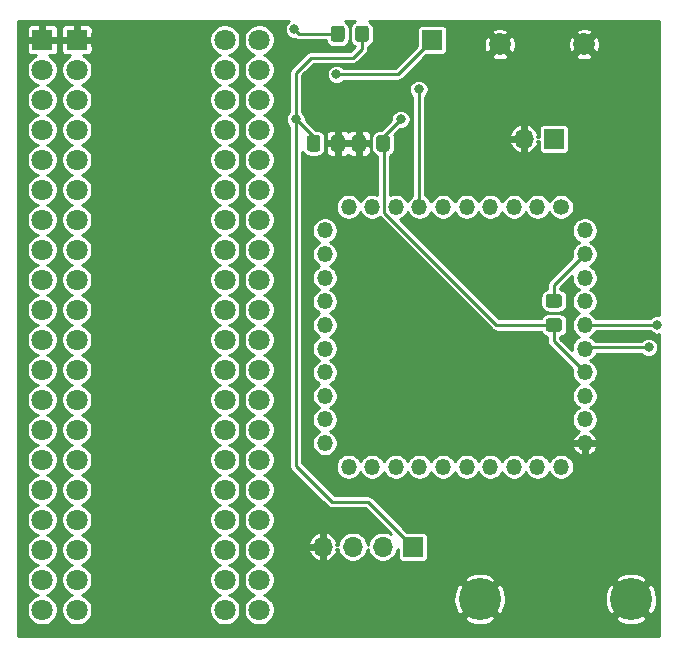
<source format=gbl>
G04 #@! TF.GenerationSoftware,KiCad,Pcbnew,(5.1.6)-1*
G04 #@! TF.CreationDate,2024-01-17T07:30:29-05:00*
G04 #@! TF.ProjectId,amiga-2000-usb-kb-stamp,616d6967-612d-4323-9030-302d7573622d,rev?*
G04 #@! TF.SameCoordinates,Original*
G04 #@! TF.FileFunction,Copper,L2,Bot*
G04 #@! TF.FilePolarity,Positive*
%FSLAX46Y46*%
G04 Gerber Fmt 4.6, Leading zero omitted, Abs format (unit mm)*
G04 Created by KiCad (PCBNEW (5.1.6)-1) date 2024-01-17 07:30:29*
%MOMM*%
%LPD*%
G01*
G04 APERTURE LIST*
G04 #@! TA.AperFunction,ComponentPad*
%ADD10C,1.850000*%
G04 #@! TD*
G04 #@! TA.AperFunction,ComponentPad*
%ADD11R,1.800000X1.800000*%
G04 #@! TD*
G04 #@! TA.AperFunction,ComponentPad*
%ADD12C,1.800000*%
G04 #@! TD*
G04 #@! TA.AperFunction,ComponentPad*
%ADD13R,1.700000X1.700000*%
G04 #@! TD*
G04 #@! TA.AperFunction,ComponentPad*
%ADD14C,3.570000*%
G04 #@! TD*
G04 #@! TA.AperFunction,ComponentPad*
%ADD15O,1.700000X1.700000*%
G04 #@! TD*
G04 #@! TA.AperFunction,ComponentPad*
%ADD16O,1.350000X1.350000*%
G04 #@! TD*
G04 #@! TA.AperFunction,ComponentPad*
%ADD17C,1.350000*%
G04 #@! TD*
G04 #@! TA.AperFunction,ViaPad*
%ADD18C,0.800000*%
G04 #@! TD*
G04 #@! TA.AperFunction,Conductor*
%ADD19C,0.250000*%
G04 #@! TD*
G04 #@! TA.AperFunction,Conductor*
%ADD20C,0.254000*%
G04 #@! TD*
G04 APERTURE END LIST*
G04 #@! TA.AperFunction,SMDPad,CuDef*
G36*
G01*
X160232000Y-76384999D02*
X160232000Y-77285001D01*
G75*
G02*
X159982001Y-77535000I-249999J0D01*
G01*
X159331999Y-77535000D01*
G75*
G02*
X159082000Y-77285001I0J249999D01*
G01*
X159082000Y-76384999D01*
G75*
G02*
X159331999Y-76135000I249999J0D01*
G01*
X159982001Y-76135000D01*
G75*
G02*
X160232000Y-76384999I0J-249999D01*
G01*
G37*
G04 #@! TD.AperFunction*
G04 #@! TA.AperFunction,SMDPad,CuDef*
G36*
G01*
X158182000Y-76384999D02*
X158182000Y-77285001D01*
G75*
G02*
X157932001Y-77535000I-249999J0D01*
G01*
X157281999Y-77535000D01*
G75*
G02*
X157032000Y-77285001I0J249999D01*
G01*
X157032000Y-76384999D01*
G75*
G02*
X157281999Y-76135000I249999J0D01*
G01*
X157932001Y-76135000D01*
G75*
G02*
X158182000Y-76384999I0J-249999D01*
G01*
G37*
G04 #@! TD.AperFunction*
G04 #@! TA.AperFunction,SMDPad,CuDef*
G36*
G01*
X154354000Y-76384999D02*
X154354000Y-77285001D01*
G75*
G02*
X154104001Y-77535000I-249999J0D01*
G01*
X153453999Y-77535000D01*
G75*
G02*
X153204000Y-77285001I0J249999D01*
G01*
X153204000Y-76384999D01*
G75*
G02*
X153453999Y-76135000I249999J0D01*
G01*
X154104001Y-76135000D01*
G75*
G02*
X154354000Y-76384999I0J-249999D01*
G01*
G37*
G04 #@! TD.AperFunction*
G04 #@! TA.AperFunction,SMDPad,CuDef*
G36*
G01*
X156404000Y-76384999D02*
X156404000Y-77285001D01*
G75*
G02*
X156154001Y-77535000I-249999J0D01*
G01*
X155503999Y-77535000D01*
G75*
G02*
X155254000Y-77285001I0J249999D01*
G01*
X155254000Y-76384999D01*
G75*
G02*
X155503999Y-76135000I249999J0D01*
G01*
X156154001Y-76135000D01*
G75*
G02*
X156404000Y-76384999I0J-249999D01*
G01*
G37*
G04 #@! TD.AperFunction*
D10*
X176676000Y-68453000D03*
X169526000Y-68453000D03*
D11*
X130810000Y-68072000D03*
D12*
X130810000Y-70612000D03*
X130810000Y-73152000D03*
X130810000Y-75692000D03*
X130810000Y-78232000D03*
X130810000Y-80772000D03*
X130810000Y-83312000D03*
X130810000Y-85852000D03*
X130810000Y-88392000D03*
X130810000Y-90932000D03*
X130810000Y-93472000D03*
X130810000Y-96012000D03*
X130810000Y-98552000D03*
X130810000Y-101092000D03*
X130810000Y-103632000D03*
X130810000Y-106172000D03*
X130810000Y-108712000D03*
X130810000Y-111252000D03*
X130810000Y-113792000D03*
X130810000Y-116332000D03*
X146250000Y-116332000D03*
X146250000Y-113792000D03*
X146250000Y-111252000D03*
X146250000Y-108712000D03*
X146250000Y-106172000D03*
X146250000Y-103632000D03*
X146250000Y-101092000D03*
X146250000Y-98552000D03*
X146250000Y-96012000D03*
X146250000Y-93472000D03*
X146250000Y-90932000D03*
X146250000Y-88392000D03*
X146250000Y-85852000D03*
X146250000Y-83312000D03*
X146250000Y-80772000D03*
X146250000Y-78232000D03*
X146250000Y-75692000D03*
X146250000Y-73152000D03*
X146250000Y-70612000D03*
X146250000Y-68072000D03*
X149171000Y-68072000D03*
X149171000Y-70612000D03*
X149171000Y-73152000D03*
X149171000Y-75692000D03*
X149171000Y-78232000D03*
X149171000Y-80772000D03*
X149171000Y-83312000D03*
X149171000Y-85852000D03*
X149171000Y-88392000D03*
X149171000Y-90932000D03*
X149171000Y-93472000D03*
X149171000Y-96012000D03*
X149171000Y-98552000D03*
X149171000Y-101092000D03*
X149171000Y-103632000D03*
X149171000Y-106172000D03*
X149171000Y-108712000D03*
X149171000Y-111252000D03*
X149171000Y-113792000D03*
X149171000Y-116332000D03*
X133731000Y-116332000D03*
X133731000Y-113792000D03*
X133731000Y-111252000D03*
X133731000Y-108712000D03*
X133731000Y-106172000D03*
X133731000Y-103632000D03*
X133731000Y-101092000D03*
X133731000Y-98552000D03*
X133731000Y-96012000D03*
X133731000Y-93472000D03*
X133731000Y-90932000D03*
X133731000Y-88392000D03*
X133731000Y-85852000D03*
X133731000Y-83312000D03*
X133731000Y-80772000D03*
X133731000Y-78232000D03*
X133731000Y-75692000D03*
X133731000Y-73152000D03*
X133731000Y-70612000D03*
D11*
X133731000Y-68072000D03*
D13*
X163830000Y-68072000D03*
D14*
X167844000Y-115419000D03*
X180644000Y-115419000D03*
D13*
X174117000Y-76454000D03*
D15*
X171577000Y-76454000D03*
G04 #@! TA.AperFunction,SMDPad,CuDef*
G36*
G01*
X158445000Y-67113999D02*
X158445000Y-68014001D01*
G75*
G02*
X158195001Y-68264000I-249999J0D01*
G01*
X157544999Y-68264000D01*
G75*
G02*
X157295000Y-68014001I0J249999D01*
G01*
X157295000Y-67113999D01*
G75*
G02*
X157544999Y-66864000I249999J0D01*
G01*
X158195001Y-66864000D01*
G75*
G02*
X158445000Y-67113999I0J-249999D01*
G01*
G37*
G04 #@! TD.AperFunction*
G04 #@! TA.AperFunction,SMDPad,CuDef*
G36*
G01*
X156395000Y-67113999D02*
X156395000Y-68014001D01*
G75*
G02*
X156145001Y-68264000I-249999J0D01*
G01*
X155494999Y-68264000D01*
G75*
G02*
X155245000Y-68014001I0J249999D01*
G01*
X155245000Y-67113999D01*
G75*
G02*
X155494999Y-66864000I249999J0D01*
G01*
X156145001Y-66864000D01*
G75*
G02*
X156395000Y-67113999I0J-249999D01*
G01*
G37*
G04 #@! TD.AperFunction*
G04 #@! TA.AperFunction,SMDPad,CuDef*
G36*
G01*
X173666999Y-91645000D02*
X174567001Y-91645000D01*
G75*
G02*
X174817000Y-91894999I0J-249999D01*
G01*
X174817000Y-92545001D01*
G75*
G02*
X174567001Y-92795000I-249999J0D01*
G01*
X173666999Y-92795000D01*
G75*
G02*
X173417000Y-92545001I0J249999D01*
G01*
X173417000Y-91894999D01*
G75*
G02*
X173666999Y-91645000I249999J0D01*
G01*
G37*
G04 #@! TD.AperFunction*
G04 #@! TA.AperFunction,SMDPad,CuDef*
G36*
G01*
X173666999Y-89595000D02*
X174567001Y-89595000D01*
G75*
G02*
X174817000Y-89844999I0J-249999D01*
G01*
X174817000Y-90495001D01*
G75*
G02*
X174567001Y-90745000I-249999J0D01*
G01*
X173666999Y-90745000D01*
G75*
G02*
X173417000Y-90495001I0J249999D01*
G01*
X173417000Y-89844999D01*
G75*
G02*
X173666999Y-89595000I249999J0D01*
G01*
G37*
G04 #@! TD.AperFunction*
D16*
X176735000Y-84218000D03*
X176735000Y-86218000D03*
X176735000Y-88218000D03*
X176735000Y-90218000D03*
X176735000Y-92218000D03*
X176735000Y-94218000D03*
X176735000Y-96218000D03*
X176735000Y-98218000D03*
X176735000Y-100218000D03*
X176735000Y-102218000D03*
X174735000Y-104218000D03*
X172735000Y-104218000D03*
X170735000Y-104218000D03*
X168735000Y-104218000D03*
X166735000Y-104218000D03*
X164735000Y-104218000D03*
X162735000Y-104218000D03*
X160735000Y-104218000D03*
X158735000Y-104218000D03*
X156735000Y-104218000D03*
X154735000Y-102218000D03*
X154735000Y-100218000D03*
X154735000Y-98218000D03*
X154735000Y-96218000D03*
X154735000Y-94218000D03*
X154735000Y-92218000D03*
X154735000Y-90218000D03*
X154735000Y-88218000D03*
X154735000Y-86218000D03*
X154735000Y-84218000D03*
X156735000Y-82218000D03*
X158735000Y-82218000D03*
X160735000Y-82218000D03*
X162735000Y-82218000D03*
X164735000Y-82218000D03*
X166735000Y-82218000D03*
X168735000Y-82218000D03*
X170735000Y-82218000D03*
X172735000Y-82218000D03*
D17*
X174735000Y-82218000D03*
D13*
X162179000Y-110998000D03*
D15*
X159639000Y-110998000D03*
X157099000Y-110998000D03*
X154559000Y-110998000D03*
D18*
X161163000Y-74803000D03*
X180975000Y-97917000D03*
X179959000Y-95758000D03*
X177673000Y-105156000D03*
X161671000Y-114173000D03*
X165735000Y-77216000D03*
X173482000Y-114681000D03*
X152273000Y-74803000D03*
X162687000Y-72263000D03*
X152146000Y-67183000D03*
X155702000Y-70993000D03*
X182150010Y-94107000D03*
X182880000Y-92202000D03*
D19*
X174117000Y-93600000D02*
X176735000Y-96218000D01*
X174117000Y-92220000D02*
X174117000Y-93600000D01*
X159735000Y-82698002D02*
X169256998Y-92220000D01*
X159657000Y-76835000D02*
X159735000Y-76913000D01*
X169256998Y-92220000D02*
X174117000Y-92220000D01*
X159735000Y-76913000D02*
X159735000Y-82698002D01*
X159657000Y-76309000D02*
X161163000Y-74803000D01*
X159657000Y-76835000D02*
X159657000Y-76309000D01*
X157099000Y-69596000D02*
X153543000Y-69596000D01*
X157870000Y-67564000D02*
X157870000Y-68825000D01*
X152273000Y-70866000D02*
X152273000Y-74803000D01*
X153543000Y-69596000D02*
X152273000Y-70866000D01*
X157870000Y-68825000D02*
X157099000Y-69596000D01*
X153779000Y-76309000D02*
X153779000Y-76835000D01*
X152273000Y-74803000D02*
X153779000Y-76309000D01*
X162179000Y-110998000D02*
X158369000Y-107188000D01*
X158369000Y-107188000D02*
X155321000Y-107188000D01*
X152273000Y-104140000D02*
X152273000Y-74803000D01*
X155321000Y-107188000D02*
X152273000Y-104140000D01*
X162687000Y-82170000D02*
X162735000Y-82218000D01*
X162687000Y-72263000D02*
X162687000Y-82170000D01*
X155820000Y-67564000D02*
X152527000Y-67564000D01*
X152527000Y-67564000D02*
X152146000Y-67183000D01*
X160909000Y-70993000D02*
X163830000Y-68072000D01*
X155702000Y-70993000D02*
X160909000Y-70993000D01*
X176846000Y-94107000D02*
X176735000Y-94218000D01*
X182150010Y-94107000D02*
X176846000Y-94107000D01*
X176751000Y-92202000D02*
X176735000Y-92218000D01*
X182880000Y-92202000D02*
X176751000Y-92202000D01*
X174117000Y-88836000D02*
X176735000Y-86218000D01*
X174117000Y-90170000D02*
X174117000Y-88836000D01*
D20*
G36*
X151618819Y-66540628D02*
G01*
X151503628Y-66655819D01*
X151413123Y-66791269D01*
X151350782Y-66941773D01*
X151319000Y-67101548D01*
X151319000Y-67264452D01*
X151350782Y-67424227D01*
X151413123Y-67574731D01*
X151503628Y-67710181D01*
X151618819Y-67825372D01*
X151754269Y-67915877D01*
X151904773Y-67978218D01*
X152064548Y-68010000D01*
X152200331Y-68010000D01*
X152218841Y-68025191D01*
X152257720Y-68045972D01*
X152314737Y-68076448D01*
X152418789Y-68108012D01*
X152499891Y-68116000D01*
X152499901Y-68116000D01*
X152526999Y-68118669D01*
X152554097Y-68116000D01*
X154825980Y-68116000D01*
X154828982Y-68146480D01*
X154867625Y-68273868D01*
X154930377Y-68391269D01*
X155014828Y-68494172D01*
X155117731Y-68578623D01*
X155235132Y-68641375D01*
X155362520Y-68680018D01*
X155494999Y-68693066D01*
X156145001Y-68693066D01*
X156277480Y-68680018D01*
X156404868Y-68641375D01*
X156522269Y-68578623D01*
X156625172Y-68494172D01*
X156709623Y-68391269D01*
X156772375Y-68273868D01*
X156811018Y-68146480D01*
X156824066Y-68014001D01*
X156824066Y-67113999D01*
X156811018Y-66981520D01*
X156772375Y-66854132D01*
X156709623Y-66736731D01*
X156625172Y-66633828D01*
X156522269Y-66549377D01*
X156414924Y-66492000D01*
X157275076Y-66492000D01*
X157167731Y-66549377D01*
X157064828Y-66633828D01*
X156980377Y-66736731D01*
X156917625Y-66854132D01*
X156878982Y-66981520D01*
X156865934Y-67113999D01*
X156865934Y-68014001D01*
X156878982Y-68146480D01*
X156917625Y-68273868D01*
X156980377Y-68391269D01*
X157064828Y-68494172D01*
X157167731Y-68578623D01*
X157277213Y-68637142D01*
X156870356Y-69044000D01*
X153570097Y-69044000D01*
X153542999Y-69041331D01*
X153515901Y-69044000D01*
X153515891Y-69044000D01*
X153434789Y-69051988D01*
X153330737Y-69083552D01*
X153294824Y-69102748D01*
X153234841Y-69134809D01*
X153203688Y-69160376D01*
X153150789Y-69203789D01*
X153133508Y-69224846D01*
X151901856Y-70456500D01*
X151880789Y-70473789D01*
X151811809Y-70557842D01*
X151760552Y-70653738D01*
X151728988Y-70757790D01*
X151721000Y-70838891D01*
X151718330Y-70866000D01*
X151721000Y-70893106D01*
X151721001Y-74185446D01*
X151630628Y-74275819D01*
X151540123Y-74411269D01*
X151477782Y-74561773D01*
X151446000Y-74721548D01*
X151446000Y-74884452D01*
X151477782Y-75044227D01*
X151540123Y-75194731D01*
X151630628Y-75330181D01*
X151721001Y-75420554D01*
X151721000Y-104112894D01*
X151718330Y-104140000D01*
X151721000Y-104167106D01*
X151721000Y-104167108D01*
X151728988Y-104248210D01*
X151760552Y-104352262D01*
X151811809Y-104448158D01*
X151880789Y-104532211D01*
X151901857Y-104549501D01*
X154911504Y-107559149D01*
X154928789Y-107580211D01*
X155012842Y-107649191D01*
X155108737Y-107700448D01*
X155212789Y-107732012D01*
X155293891Y-107740000D01*
X155293894Y-107740000D01*
X155321000Y-107742670D01*
X155348106Y-107740000D01*
X158140356Y-107740000D01*
X160312615Y-109912260D01*
X160243886Y-109866337D01*
X160011487Y-109770074D01*
X159764774Y-109721000D01*
X159513226Y-109721000D01*
X159266513Y-109770074D01*
X159034114Y-109866337D01*
X158824960Y-110006089D01*
X158647089Y-110183960D01*
X158507337Y-110393114D01*
X158411074Y-110625513D01*
X158369000Y-110837034D01*
X158326926Y-110625513D01*
X158230663Y-110393114D01*
X158090911Y-110183960D01*
X157913040Y-110006089D01*
X157703886Y-109866337D01*
X157471487Y-109770074D01*
X157224774Y-109721000D01*
X156973226Y-109721000D01*
X156726513Y-109770074D01*
X156494114Y-109866337D01*
X156284960Y-110006089D01*
X156107089Y-110183960D01*
X155967337Y-110393114D01*
X155871074Y-110625513D01*
X155831394Y-110824998D01*
X155717486Y-110824998D01*
X155781595Y-110629204D01*
X155686155Y-110397774D01*
X155547399Y-110189410D01*
X155370659Y-110012120D01*
X155162728Y-109872717D01*
X154931596Y-109776558D01*
X154927795Y-109775413D01*
X154732000Y-109840608D01*
X154732000Y-110825000D01*
X154752000Y-110825000D01*
X154752000Y-111171000D01*
X154732000Y-111171000D01*
X154732000Y-112155392D01*
X154927795Y-112220587D01*
X154931596Y-112219442D01*
X155162728Y-112123283D01*
X155370659Y-111983880D01*
X155547399Y-111806590D01*
X155686155Y-111598226D01*
X155781595Y-111366796D01*
X155717486Y-111171002D01*
X155831394Y-111171002D01*
X155871074Y-111370487D01*
X155967337Y-111602886D01*
X156107089Y-111812040D01*
X156284960Y-111989911D01*
X156494114Y-112129663D01*
X156726513Y-112225926D01*
X156973226Y-112275000D01*
X157224774Y-112275000D01*
X157471487Y-112225926D01*
X157703886Y-112129663D01*
X157913040Y-111989911D01*
X158090911Y-111812040D01*
X158230663Y-111602886D01*
X158326926Y-111370487D01*
X158369000Y-111158966D01*
X158411074Y-111370487D01*
X158507337Y-111602886D01*
X158647089Y-111812040D01*
X158824960Y-111989911D01*
X159034114Y-112129663D01*
X159266513Y-112225926D01*
X159513226Y-112275000D01*
X159764774Y-112275000D01*
X160011487Y-112225926D01*
X160243886Y-112129663D01*
X160453040Y-111989911D01*
X160630911Y-111812040D01*
X160770663Y-111602886D01*
X160866926Y-111370487D01*
X160899934Y-111204544D01*
X160899934Y-111848000D01*
X160908178Y-111931707D01*
X160932595Y-112012196D01*
X160972245Y-112086376D01*
X161025605Y-112151395D01*
X161090624Y-112204755D01*
X161164804Y-112244405D01*
X161245293Y-112268822D01*
X161329000Y-112277066D01*
X163029000Y-112277066D01*
X163112707Y-112268822D01*
X163193196Y-112244405D01*
X163267376Y-112204755D01*
X163332395Y-112151395D01*
X163385755Y-112086376D01*
X163425405Y-112012196D01*
X163449822Y-111931707D01*
X163458066Y-111848000D01*
X163458066Y-110148000D01*
X163449822Y-110064293D01*
X163425405Y-109983804D01*
X163385755Y-109909624D01*
X163332395Y-109844605D01*
X163267376Y-109791245D01*
X163193196Y-109751595D01*
X163112707Y-109727178D01*
X163029000Y-109718934D01*
X161680580Y-109718934D01*
X158778501Y-106816857D01*
X158761211Y-106795789D01*
X158677158Y-106726809D01*
X158581263Y-106675552D01*
X158477211Y-106643988D01*
X158396109Y-106636000D01*
X158396106Y-106636000D01*
X158369000Y-106633330D01*
X158341894Y-106636000D01*
X155549645Y-106636000D01*
X153023107Y-104109462D01*
X155633000Y-104109462D01*
X155633000Y-104326538D01*
X155675349Y-104539442D01*
X155758420Y-104739993D01*
X155879021Y-104920484D01*
X156032516Y-105073979D01*
X156213007Y-105194580D01*
X156413558Y-105277651D01*
X156626462Y-105320000D01*
X156843538Y-105320000D01*
X157056442Y-105277651D01*
X157256993Y-105194580D01*
X157437484Y-105073979D01*
X157590979Y-104920484D01*
X157711580Y-104739993D01*
X157735000Y-104683452D01*
X157758420Y-104739993D01*
X157879021Y-104920484D01*
X158032516Y-105073979D01*
X158213007Y-105194580D01*
X158413558Y-105277651D01*
X158626462Y-105320000D01*
X158843538Y-105320000D01*
X159056442Y-105277651D01*
X159256993Y-105194580D01*
X159437484Y-105073979D01*
X159590979Y-104920484D01*
X159711580Y-104739993D01*
X159735000Y-104683452D01*
X159758420Y-104739993D01*
X159879021Y-104920484D01*
X160032516Y-105073979D01*
X160213007Y-105194580D01*
X160413558Y-105277651D01*
X160626462Y-105320000D01*
X160843538Y-105320000D01*
X161056442Y-105277651D01*
X161256993Y-105194580D01*
X161437484Y-105073979D01*
X161590979Y-104920484D01*
X161711580Y-104739993D01*
X161735000Y-104683452D01*
X161758420Y-104739993D01*
X161879021Y-104920484D01*
X162032516Y-105073979D01*
X162213007Y-105194580D01*
X162413558Y-105277651D01*
X162626462Y-105320000D01*
X162843538Y-105320000D01*
X163056442Y-105277651D01*
X163256993Y-105194580D01*
X163437484Y-105073979D01*
X163590979Y-104920484D01*
X163711580Y-104739993D01*
X163735000Y-104683452D01*
X163758420Y-104739993D01*
X163879021Y-104920484D01*
X164032516Y-105073979D01*
X164213007Y-105194580D01*
X164413558Y-105277651D01*
X164626462Y-105320000D01*
X164843538Y-105320000D01*
X165056442Y-105277651D01*
X165256993Y-105194580D01*
X165437484Y-105073979D01*
X165590979Y-104920484D01*
X165711580Y-104739993D01*
X165735000Y-104683452D01*
X165758420Y-104739993D01*
X165879021Y-104920484D01*
X166032516Y-105073979D01*
X166213007Y-105194580D01*
X166413558Y-105277651D01*
X166626462Y-105320000D01*
X166843538Y-105320000D01*
X167056442Y-105277651D01*
X167256993Y-105194580D01*
X167437484Y-105073979D01*
X167590979Y-104920484D01*
X167711580Y-104739993D01*
X167735000Y-104683452D01*
X167758420Y-104739993D01*
X167879021Y-104920484D01*
X168032516Y-105073979D01*
X168213007Y-105194580D01*
X168413558Y-105277651D01*
X168626462Y-105320000D01*
X168843538Y-105320000D01*
X169056442Y-105277651D01*
X169256993Y-105194580D01*
X169437484Y-105073979D01*
X169590979Y-104920484D01*
X169711580Y-104739993D01*
X169735000Y-104683452D01*
X169758420Y-104739993D01*
X169879021Y-104920484D01*
X170032516Y-105073979D01*
X170213007Y-105194580D01*
X170413558Y-105277651D01*
X170626462Y-105320000D01*
X170843538Y-105320000D01*
X171056442Y-105277651D01*
X171256993Y-105194580D01*
X171437484Y-105073979D01*
X171590979Y-104920484D01*
X171711580Y-104739993D01*
X171735000Y-104683452D01*
X171758420Y-104739993D01*
X171879021Y-104920484D01*
X172032516Y-105073979D01*
X172213007Y-105194580D01*
X172413558Y-105277651D01*
X172626462Y-105320000D01*
X172843538Y-105320000D01*
X173056442Y-105277651D01*
X173256993Y-105194580D01*
X173437484Y-105073979D01*
X173590979Y-104920484D01*
X173711580Y-104739993D01*
X173735000Y-104683452D01*
X173758420Y-104739993D01*
X173879021Y-104920484D01*
X174032516Y-105073979D01*
X174213007Y-105194580D01*
X174413558Y-105277651D01*
X174626462Y-105320000D01*
X174843538Y-105320000D01*
X175056442Y-105277651D01*
X175256993Y-105194580D01*
X175437484Y-105073979D01*
X175590979Y-104920484D01*
X175711580Y-104739993D01*
X175794651Y-104539442D01*
X175837000Y-104326538D01*
X175837000Y-104109462D01*
X175794651Y-103896558D01*
X175711580Y-103696007D01*
X175590979Y-103515516D01*
X175437484Y-103362021D01*
X175256993Y-103241420D01*
X175056442Y-103158349D01*
X174843538Y-103116000D01*
X174626462Y-103116000D01*
X174413558Y-103158349D01*
X174213007Y-103241420D01*
X174032516Y-103362021D01*
X173879021Y-103515516D01*
X173758420Y-103696007D01*
X173735000Y-103752548D01*
X173711580Y-103696007D01*
X173590979Y-103515516D01*
X173437484Y-103362021D01*
X173256993Y-103241420D01*
X173056442Y-103158349D01*
X172843538Y-103116000D01*
X172626462Y-103116000D01*
X172413558Y-103158349D01*
X172213007Y-103241420D01*
X172032516Y-103362021D01*
X171879021Y-103515516D01*
X171758420Y-103696007D01*
X171735000Y-103752548D01*
X171711580Y-103696007D01*
X171590979Y-103515516D01*
X171437484Y-103362021D01*
X171256993Y-103241420D01*
X171056442Y-103158349D01*
X170843538Y-103116000D01*
X170626462Y-103116000D01*
X170413558Y-103158349D01*
X170213007Y-103241420D01*
X170032516Y-103362021D01*
X169879021Y-103515516D01*
X169758420Y-103696007D01*
X169735000Y-103752548D01*
X169711580Y-103696007D01*
X169590979Y-103515516D01*
X169437484Y-103362021D01*
X169256993Y-103241420D01*
X169056442Y-103158349D01*
X168843538Y-103116000D01*
X168626462Y-103116000D01*
X168413558Y-103158349D01*
X168213007Y-103241420D01*
X168032516Y-103362021D01*
X167879021Y-103515516D01*
X167758420Y-103696007D01*
X167735000Y-103752548D01*
X167711580Y-103696007D01*
X167590979Y-103515516D01*
X167437484Y-103362021D01*
X167256993Y-103241420D01*
X167056442Y-103158349D01*
X166843538Y-103116000D01*
X166626462Y-103116000D01*
X166413558Y-103158349D01*
X166213007Y-103241420D01*
X166032516Y-103362021D01*
X165879021Y-103515516D01*
X165758420Y-103696007D01*
X165735000Y-103752548D01*
X165711580Y-103696007D01*
X165590979Y-103515516D01*
X165437484Y-103362021D01*
X165256993Y-103241420D01*
X165056442Y-103158349D01*
X164843538Y-103116000D01*
X164626462Y-103116000D01*
X164413558Y-103158349D01*
X164213007Y-103241420D01*
X164032516Y-103362021D01*
X163879021Y-103515516D01*
X163758420Y-103696007D01*
X163735000Y-103752548D01*
X163711580Y-103696007D01*
X163590979Y-103515516D01*
X163437484Y-103362021D01*
X163256993Y-103241420D01*
X163056442Y-103158349D01*
X162843538Y-103116000D01*
X162626462Y-103116000D01*
X162413558Y-103158349D01*
X162213007Y-103241420D01*
X162032516Y-103362021D01*
X161879021Y-103515516D01*
X161758420Y-103696007D01*
X161735000Y-103752548D01*
X161711580Y-103696007D01*
X161590979Y-103515516D01*
X161437484Y-103362021D01*
X161256993Y-103241420D01*
X161056442Y-103158349D01*
X160843538Y-103116000D01*
X160626462Y-103116000D01*
X160413558Y-103158349D01*
X160213007Y-103241420D01*
X160032516Y-103362021D01*
X159879021Y-103515516D01*
X159758420Y-103696007D01*
X159735000Y-103752548D01*
X159711580Y-103696007D01*
X159590979Y-103515516D01*
X159437484Y-103362021D01*
X159256993Y-103241420D01*
X159056442Y-103158349D01*
X158843538Y-103116000D01*
X158626462Y-103116000D01*
X158413558Y-103158349D01*
X158213007Y-103241420D01*
X158032516Y-103362021D01*
X157879021Y-103515516D01*
X157758420Y-103696007D01*
X157735000Y-103752548D01*
X157711580Y-103696007D01*
X157590979Y-103515516D01*
X157437484Y-103362021D01*
X157256993Y-103241420D01*
X157056442Y-103158349D01*
X156843538Y-103116000D01*
X156626462Y-103116000D01*
X156413558Y-103158349D01*
X156213007Y-103241420D01*
X156032516Y-103362021D01*
X155879021Y-103515516D01*
X155758420Y-103696007D01*
X155675349Y-103896558D01*
X155633000Y-104109462D01*
X153023107Y-104109462D01*
X152825000Y-103911356D01*
X152825000Y-84109462D01*
X153633000Y-84109462D01*
X153633000Y-84326538D01*
X153675349Y-84539442D01*
X153758420Y-84739993D01*
X153879021Y-84920484D01*
X154032516Y-85073979D01*
X154213007Y-85194580D01*
X154269548Y-85218000D01*
X154213007Y-85241420D01*
X154032516Y-85362021D01*
X153879021Y-85515516D01*
X153758420Y-85696007D01*
X153675349Y-85896558D01*
X153633000Y-86109462D01*
X153633000Y-86326538D01*
X153675349Y-86539442D01*
X153758420Y-86739993D01*
X153879021Y-86920484D01*
X154032516Y-87073979D01*
X154213007Y-87194580D01*
X154269548Y-87218000D01*
X154213007Y-87241420D01*
X154032516Y-87362021D01*
X153879021Y-87515516D01*
X153758420Y-87696007D01*
X153675349Y-87896558D01*
X153633000Y-88109462D01*
X153633000Y-88326538D01*
X153675349Y-88539442D01*
X153758420Y-88739993D01*
X153879021Y-88920484D01*
X154032516Y-89073979D01*
X154213007Y-89194580D01*
X154269548Y-89218000D01*
X154213007Y-89241420D01*
X154032516Y-89362021D01*
X153879021Y-89515516D01*
X153758420Y-89696007D01*
X153675349Y-89896558D01*
X153633000Y-90109462D01*
X153633000Y-90326538D01*
X153675349Y-90539442D01*
X153758420Y-90739993D01*
X153879021Y-90920484D01*
X154032516Y-91073979D01*
X154213007Y-91194580D01*
X154269548Y-91218000D01*
X154213007Y-91241420D01*
X154032516Y-91362021D01*
X153879021Y-91515516D01*
X153758420Y-91696007D01*
X153675349Y-91896558D01*
X153633000Y-92109462D01*
X153633000Y-92326538D01*
X153675349Y-92539442D01*
X153758420Y-92739993D01*
X153879021Y-92920484D01*
X154032516Y-93073979D01*
X154213007Y-93194580D01*
X154269548Y-93218000D01*
X154213007Y-93241420D01*
X154032516Y-93362021D01*
X153879021Y-93515516D01*
X153758420Y-93696007D01*
X153675349Y-93896558D01*
X153633000Y-94109462D01*
X153633000Y-94326538D01*
X153675349Y-94539442D01*
X153758420Y-94739993D01*
X153879021Y-94920484D01*
X154032516Y-95073979D01*
X154213007Y-95194580D01*
X154269548Y-95218000D01*
X154213007Y-95241420D01*
X154032516Y-95362021D01*
X153879021Y-95515516D01*
X153758420Y-95696007D01*
X153675349Y-95896558D01*
X153633000Y-96109462D01*
X153633000Y-96326538D01*
X153675349Y-96539442D01*
X153758420Y-96739993D01*
X153879021Y-96920484D01*
X154032516Y-97073979D01*
X154213007Y-97194580D01*
X154269548Y-97218000D01*
X154213007Y-97241420D01*
X154032516Y-97362021D01*
X153879021Y-97515516D01*
X153758420Y-97696007D01*
X153675349Y-97896558D01*
X153633000Y-98109462D01*
X153633000Y-98326538D01*
X153675349Y-98539442D01*
X153758420Y-98739993D01*
X153879021Y-98920484D01*
X154032516Y-99073979D01*
X154213007Y-99194580D01*
X154269548Y-99218000D01*
X154213007Y-99241420D01*
X154032516Y-99362021D01*
X153879021Y-99515516D01*
X153758420Y-99696007D01*
X153675349Y-99896558D01*
X153633000Y-100109462D01*
X153633000Y-100326538D01*
X153675349Y-100539442D01*
X153758420Y-100739993D01*
X153879021Y-100920484D01*
X154032516Y-101073979D01*
X154213007Y-101194580D01*
X154269548Y-101218000D01*
X154213007Y-101241420D01*
X154032516Y-101362021D01*
X153879021Y-101515516D01*
X153758420Y-101696007D01*
X153675349Y-101896558D01*
X153633000Y-102109462D01*
X153633000Y-102326538D01*
X153675349Y-102539442D01*
X153758420Y-102739993D01*
X153879021Y-102920484D01*
X154032516Y-103073979D01*
X154213007Y-103194580D01*
X154413558Y-103277651D01*
X154626462Y-103320000D01*
X154843538Y-103320000D01*
X155056442Y-103277651D01*
X155256993Y-103194580D01*
X155437484Y-103073979D01*
X155590979Y-102920484D01*
X155711580Y-102739993D01*
X155786498Y-102559125D01*
X175687117Y-102559125D01*
X175773802Y-102757002D01*
X175897425Y-102934166D01*
X176053236Y-103083808D01*
X176235247Y-103200177D01*
X176393877Y-103265874D01*
X176562000Y-103198099D01*
X176562000Y-102391000D01*
X176908000Y-102391000D01*
X176908000Y-103198099D01*
X177076123Y-103265874D01*
X177234753Y-103200177D01*
X177416764Y-103083808D01*
X177572575Y-102934166D01*
X177696198Y-102757002D01*
X177782883Y-102559125D01*
X177716595Y-102391000D01*
X176908000Y-102391000D01*
X176562000Y-102391000D01*
X175753405Y-102391000D01*
X175687117Y-102559125D01*
X155786498Y-102559125D01*
X155794651Y-102539442D01*
X155837000Y-102326538D01*
X155837000Y-102109462D01*
X155794651Y-101896558D01*
X155711580Y-101696007D01*
X155590979Y-101515516D01*
X155437484Y-101362021D01*
X155256993Y-101241420D01*
X155200452Y-101218000D01*
X155256993Y-101194580D01*
X155437484Y-101073979D01*
X155590979Y-100920484D01*
X155711580Y-100739993D01*
X155794651Y-100539442D01*
X155837000Y-100326538D01*
X155837000Y-100109462D01*
X155794651Y-99896558D01*
X155711580Y-99696007D01*
X155590979Y-99515516D01*
X155437484Y-99362021D01*
X155256993Y-99241420D01*
X155200452Y-99218000D01*
X155256993Y-99194580D01*
X155437484Y-99073979D01*
X155590979Y-98920484D01*
X155711580Y-98739993D01*
X155794651Y-98539442D01*
X155837000Y-98326538D01*
X155837000Y-98109462D01*
X155794651Y-97896558D01*
X155711580Y-97696007D01*
X155590979Y-97515516D01*
X155437484Y-97362021D01*
X155256993Y-97241420D01*
X155200452Y-97218000D01*
X155256993Y-97194580D01*
X155437484Y-97073979D01*
X155590979Y-96920484D01*
X155711580Y-96739993D01*
X155794651Y-96539442D01*
X155837000Y-96326538D01*
X155837000Y-96109462D01*
X155794651Y-95896558D01*
X155711580Y-95696007D01*
X155590979Y-95515516D01*
X155437484Y-95362021D01*
X155256993Y-95241420D01*
X155200452Y-95218000D01*
X155256993Y-95194580D01*
X155437484Y-95073979D01*
X155590979Y-94920484D01*
X155711580Y-94739993D01*
X155794651Y-94539442D01*
X155837000Y-94326538D01*
X155837000Y-94109462D01*
X155794651Y-93896558D01*
X155711580Y-93696007D01*
X155590979Y-93515516D01*
X155437484Y-93362021D01*
X155256993Y-93241420D01*
X155200452Y-93218000D01*
X155256993Y-93194580D01*
X155437484Y-93073979D01*
X155590979Y-92920484D01*
X155711580Y-92739993D01*
X155794651Y-92539442D01*
X155837000Y-92326538D01*
X155837000Y-92109462D01*
X155794651Y-91896558D01*
X155711580Y-91696007D01*
X155590979Y-91515516D01*
X155437484Y-91362021D01*
X155256993Y-91241420D01*
X155200452Y-91218000D01*
X155256993Y-91194580D01*
X155437484Y-91073979D01*
X155590979Y-90920484D01*
X155711580Y-90739993D01*
X155794651Y-90539442D01*
X155837000Y-90326538D01*
X155837000Y-90109462D01*
X155794651Y-89896558D01*
X155711580Y-89696007D01*
X155590979Y-89515516D01*
X155437484Y-89362021D01*
X155256993Y-89241420D01*
X155200452Y-89218000D01*
X155256993Y-89194580D01*
X155437484Y-89073979D01*
X155590979Y-88920484D01*
X155711580Y-88739993D01*
X155794651Y-88539442D01*
X155837000Y-88326538D01*
X155837000Y-88109462D01*
X155794651Y-87896558D01*
X155711580Y-87696007D01*
X155590979Y-87515516D01*
X155437484Y-87362021D01*
X155256993Y-87241420D01*
X155200452Y-87218000D01*
X155256993Y-87194580D01*
X155437484Y-87073979D01*
X155590979Y-86920484D01*
X155711580Y-86739993D01*
X155794651Y-86539442D01*
X155837000Y-86326538D01*
X155837000Y-86109462D01*
X155794651Y-85896558D01*
X155711580Y-85696007D01*
X155590979Y-85515516D01*
X155437484Y-85362021D01*
X155256993Y-85241420D01*
X155200452Y-85218000D01*
X155256993Y-85194580D01*
X155437484Y-85073979D01*
X155590979Y-84920484D01*
X155711580Y-84739993D01*
X155794651Y-84539442D01*
X155837000Y-84326538D01*
X155837000Y-84109462D01*
X155794651Y-83896558D01*
X155711580Y-83696007D01*
X155590979Y-83515516D01*
X155437484Y-83362021D01*
X155256993Y-83241420D01*
X155056442Y-83158349D01*
X154843538Y-83116000D01*
X154626462Y-83116000D01*
X154413558Y-83158349D01*
X154213007Y-83241420D01*
X154032516Y-83362021D01*
X153879021Y-83515516D01*
X153758420Y-83696007D01*
X153675349Y-83896558D01*
X153633000Y-84109462D01*
X152825000Y-84109462D01*
X152825000Y-77539511D01*
X152826625Y-77544868D01*
X152889377Y-77662269D01*
X152973828Y-77765172D01*
X153076731Y-77849623D01*
X153194132Y-77912375D01*
X153321520Y-77951018D01*
X153453999Y-77964066D01*
X154104001Y-77964066D01*
X154236480Y-77951018D01*
X154363868Y-77912375D01*
X154481269Y-77849623D01*
X154584172Y-77765172D01*
X154668623Y-77662269D01*
X154731375Y-77544868D01*
X154734368Y-77535000D01*
X154824934Y-77535000D01*
X154833178Y-77618707D01*
X154857595Y-77699196D01*
X154897245Y-77773376D01*
X154950605Y-77838395D01*
X155015624Y-77891755D01*
X155089804Y-77931405D01*
X155170293Y-77955822D01*
X155254000Y-77964066D01*
X155549250Y-77962000D01*
X155656000Y-77855250D01*
X155656000Y-77008000D01*
X156002000Y-77008000D01*
X156002000Y-77855250D01*
X156108750Y-77962000D01*
X156404000Y-77964066D01*
X156487707Y-77955822D01*
X156568196Y-77931405D01*
X156642376Y-77891755D01*
X156707395Y-77838395D01*
X156718000Y-77825473D01*
X156728605Y-77838395D01*
X156793624Y-77891755D01*
X156867804Y-77931405D01*
X156948293Y-77955822D01*
X157032000Y-77964066D01*
X157327250Y-77962000D01*
X157434000Y-77855250D01*
X157434000Y-77008000D01*
X157780000Y-77008000D01*
X157780000Y-77855250D01*
X157886750Y-77962000D01*
X158182000Y-77964066D01*
X158265707Y-77955822D01*
X158346196Y-77931405D01*
X158420376Y-77891755D01*
X158485395Y-77838395D01*
X158538755Y-77773376D01*
X158578405Y-77699196D01*
X158602822Y-77618707D01*
X158611066Y-77535000D01*
X158609000Y-77114750D01*
X158502250Y-77008000D01*
X157780000Y-77008000D01*
X157434000Y-77008000D01*
X156002000Y-77008000D01*
X155656000Y-77008000D01*
X154933750Y-77008000D01*
X154827000Y-77114750D01*
X154824934Y-77535000D01*
X154734368Y-77535000D01*
X154770018Y-77417480D01*
X154783066Y-77285001D01*
X154783066Y-76384999D01*
X154770018Y-76252520D01*
X154734369Y-76135000D01*
X154824934Y-76135000D01*
X154827000Y-76555250D01*
X154933750Y-76662000D01*
X155656000Y-76662000D01*
X155656000Y-75814750D01*
X156002000Y-75814750D01*
X156002000Y-76662000D01*
X157434000Y-76662000D01*
X157434000Y-75814750D01*
X157780000Y-75814750D01*
X157780000Y-76662000D01*
X158502250Y-76662000D01*
X158609000Y-76555250D01*
X158611066Y-76135000D01*
X158602822Y-76051293D01*
X158578405Y-75970804D01*
X158538755Y-75896624D01*
X158485395Y-75831605D01*
X158420376Y-75778245D01*
X158346196Y-75738595D01*
X158265707Y-75714178D01*
X158182000Y-75705934D01*
X157886750Y-75708000D01*
X157780000Y-75814750D01*
X157434000Y-75814750D01*
X157327250Y-75708000D01*
X157032000Y-75705934D01*
X156948293Y-75714178D01*
X156867804Y-75738595D01*
X156793624Y-75778245D01*
X156728605Y-75831605D01*
X156718000Y-75844527D01*
X156707395Y-75831605D01*
X156642376Y-75778245D01*
X156568196Y-75738595D01*
X156487707Y-75714178D01*
X156404000Y-75705934D01*
X156108750Y-75708000D01*
X156002000Y-75814750D01*
X155656000Y-75814750D01*
X155549250Y-75708000D01*
X155254000Y-75705934D01*
X155170293Y-75714178D01*
X155089804Y-75738595D01*
X155015624Y-75778245D01*
X154950605Y-75831605D01*
X154897245Y-75896624D01*
X154857595Y-75970804D01*
X154833178Y-76051293D01*
X154824934Y-76135000D01*
X154734369Y-76135000D01*
X154731375Y-76125132D01*
X154668623Y-76007731D01*
X154584172Y-75904828D01*
X154481269Y-75820377D01*
X154363868Y-75757625D01*
X154236480Y-75718982D01*
X154104001Y-75705934D01*
X153956580Y-75705934D01*
X153100000Y-74849355D01*
X153100000Y-74721548D01*
X153068218Y-74561773D01*
X153005877Y-74411269D01*
X152915372Y-74275819D01*
X152825000Y-74185447D01*
X152825000Y-71094644D01*
X153008096Y-70911548D01*
X154875000Y-70911548D01*
X154875000Y-71074452D01*
X154906782Y-71234227D01*
X154969123Y-71384731D01*
X155059628Y-71520181D01*
X155174819Y-71635372D01*
X155310269Y-71725877D01*
X155460773Y-71788218D01*
X155620548Y-71820000D01*
X155783452Y-71820000D01*
X155943227Y-71788218D01*
X156093731Y-71725877D01*
X156229181Y-71635372D01*
X156319553Y-71545000D01*
X160881894Y-71545000D01*
X160909000Y-71547670D01*
X160936106Y-71545000D01*
X160936109Y-71545000D01*
X161017211Y-71537012D01*
X161121263Y-71505448D01*
X161217158Y-71454191D01*
X161301211Y-71385211D01*
X161318501Y-71364144D01*
X163230659Y-69451986D01*
X168771673Y-69451986D01*
X168873930Y-69644823D01*
X169118972Y-69749135D01*
X169379657Y-69803638D01*
X169645965Y-69806236D01*
X169907663Y-69756829D01*
X170154694Y-69657318D01*
X170178070Y-69644823D01*
X170280327Y-69451986D01*
X175921673Y-69451986D01*
X176023930Y-69644823D01*
X176268972Y-69749135D01*
X176529657Y-69803638D01*
X176795965Y-69806236D01*
X177057663Y-69756829D01*
X177304694Y-69657318D01*
X177328070Y-69644823D01*
X177430327Y-69451986D01*
X176676000Y-68697659D01*
X175921673Y-69451986D01*
X170280327Y-69451986D01*
X169526000Y-68697659D01*
X168771673Y-69451986D01*
X163230659Y-69451986D01*
X163331579Y-69351066D01*
X164680000Y-69351066D01*
X164763707Y-69342822D01*
X164844196Y-69318405D01*
X164918376Y-69278755D01*
X164983395Y-69225395D01*
X165036755Y-69160376D01*
X165076405Y-69086196D01*
X165100822Y-69005707D01*
X165109066Y-68922000D01*
X165109066Y-68572965D01*
X168172764Y-68572965D01*
X168222171Y-68834663D01*
X168321682Y-69081694D01*
X168334177Y-69105070D01*
X168527014Y-69207327D01*
X169281341Y-68453000D01*
X169770659Y-68453000D01*
X170524986Y-69207327D01*
X170717823Y-69105070D01*
X170822135Y-68860028D01*
X170876638Y-68599343D01*
X170876895Y-68572965D01*
X175322764Y-68572965D01*
X175372171Y-68834663D01*
X175471682Y-69081694D01*
X175484177Y-69105070D01*
X175677014Y-69207327D01*
X176431341Y-68453000D01*
X176920659Y-68453000D01*
X177674986Y-69207327D01*
X177867823Y-69105070D01*
X177972135Y-68860028D01*
X178026638Y-68599343D01*
X178029236Y-68333035D01*
X177979829Y-68071337D01*
X177880318Y-67824306D01*
X177867823Y-67800930D01*
X177674986Y-67698673D01*
X176920659Y-68453000D01*
X176431341Y-68453000D01*
X175677014Y-67698673D01*
X175484177Y-67800930D01*
X175379865Y-68045972D01*
X175325362Y-68306657D01*
X175322764Y-68572965D01*
X170876895Y-68572965D01*
X170879236Y-68333035D01*
X170829829Y-68071337D01*
X170730318Y-67824306D01*
X170717823Y-67800930D01*
X170524986Y-67698673D01*
X169770659Y-68453000D01*
X169281341Y-68453000D01*
X168527014Y-67698673D01*
X168334177Y-67800930D01*
X168229865Y-68045972D01*
X168175362Y-68306657D01*
X168172764Y-68572965D01*
X165109066Y-68572965D01*
X165109066Y-67454014D01*
X168771673Y-67454014D01*
X169526000Y-68208341D01*
X170280327Y-67454014D01*
X175921673Y-67454014D01*
X176676000Y-68208341D01*
X177430327Y-67454014D01*
X177328070Y-67261177D01*
X177083028Y-67156865D01*
X176822343Y-67102362D01*
X176556035Y-67099764D01*
X176294337Y-67149171D01*
X176047306Y-67248682D01*
X176023930Y-67261177D01*
X175921673Y-67454014D01*
X170280327Y-67454014D01*
X170178070Y-67261177D01*
X169933028Y-67156865D01*
X169672343Y-67102362D01*
X169406035Y-67099764D01*
X169144337Y-67149171D01*
X168897306Y-67248682D01*
X168873930Y-67261177D01*
X168771673Y-67454014D01*
X165109066Y-67454014D01*
X165109066Y-67222000D01*
X165100822Y-67138293D01*
X165076405Y-67057804D01*
X165036755Y-66983624D01*
X164983395Y-66918605D01*
X164918376Y-66865245D01*
X164844196Y-66825595D01*
X164763707Y-66801178D01*
X164680000Y-66792934D01*
X162980000Y-66792934D01*
X162896293Y-66801178D01*
X162815804Y-66825595D01*
X162741624Y-66865245D01*
X162676605Y-66918605D01*
X162623245Y-66983624D01*
X162583595Y-67057804D01*
X162559178Y-67138293D01*
X162550934Y-67222000D01*
X162550934Y-68570421D01*
X160680356Y-70441000D01*
X156319553Y-70441000D01*
X156229181Y-70350628D01*
X156093731Y-70260123D01*
X155943227Y-70197782D01*
X155783452Y-70166000D01*
X155620548Y-70166000D01*
X155460773Y-70197782D01*
X155310269Y-70260123D01*
X155174819Y-70350628D01*
X155059628Y-70465819D01*
X154969123Y-70601269D01*
X154906782Y-70751773D01*
X154875000Y-70911548D01*
X153008096Y-70911548D01*
X153771646Y-70148000D01*
X157071894Y-70148000D01*
X157099000Y-70150670D01*
X157126106Y-70148000D01*
X157126109Y-70148000D01*
X157207211Y-70140012D01*
X157311263Y-70108448D01*
X157407158Y-70057191D01*
X157491211Y-69988211D01*
X157508500Y-69967144D01*
X158241154Y-69234492D01*
X158262211Y-69217211D01*
X158331191Y-69133158D01*
X158382448Y-69037263D01*
X158414012Y-68933211D01*
X158422000Y-68852109D01*
X158424670Y-68825000D01*
X158422000Y-68797892D01*
X158422000Y-68651345D01*
X158454868Y-68641375D01*
X158572269Y-68578623D01*
X158675172Y-68494172D01*
X158759623Y-68391269D01*
X158822375Y-68273868D01*
X158861018Y-68146480D01*
X158874066Y-68014001D01*
X158874066Y-67113999D01*
X158861018Y-66981520D01*
X158822375Y-66854132D01*
X158759623Y-66736731D01*
X158675172Y-66633828D01*
X158572269Y-66549377D01*
X158464924Y-66492000D01*
X183063001Y-66492000D01*
X183063001Y-91395200D01*
X182961452Y-91375000D01*
X182798548Y-91375000D01*
X182638773Y-91406782D01*
X182488269Y-91469123D01*
X182352819Y-91559628D01*
X182262447Y-91650000D01*
X177680839Y-91650000D01*
X177590979Y-91515516D01*
X177437484Y-91362021D01*
X177256993Y-91241420D01*
X177200452Y-91218000D01*
X177256993Y-91194580D01*
X177437484Y-91073979D01*
X177590979Y-90920484D01*
X177711580Y-90739993D01*
X177794651Y-90539442D01*
X177837000Y-90326538D01*
X177837000Y-90109462D01*
X177794651Y-89896558D01*
X177711580Y-89696007D01*
X177590979Y-89515516D01*
X177437484Y-89362021D01*
X177256993Y-89241420D01*
X177200452Y-89218000D01*
X177256993Y-89194580D01*
X177437484Y-89073979D01*
X177590979Y-88920484D01*
X177711580Y-88739993D01*
X177794651Y-88539442D01*
X177837000Y-88326538D01*
X177837000Y-88109462D01*
X177794651Y-87896558D01*
X177711580Y-87696007D01*
X177590979Y-87515516D01*
X177437484Y-87362021D01*
X177256993Y-87241420D01*
X177200452Y-87218000D01*
X177256993Y-87194580D01*
X177437484Y-87073979D01*
X177590979Y-86920484D01*
X177711580Y-86739993D01*
X177794651Y-86539442D01*
X177837000Y-86326538D01*
X177837000Y-86109462D01*
X177794651Y-85896558D01*
X177711580Y-85696007D01*
X177590979Y-85515516D01*
X177437484Y-85362021D01*
X177256993Y-85241420D01*
X177200452Y-85218000D01*
X177256993Y-85194580D01*
X177437484Y-85073979D01*
X177590979Y-84920484D01*
X177711580Y-84739993D01*
X177794651Y-84539442D01*
X177837000Y-84326538D01*
X177837000Y-84109462D01*
X177794651Y-83896558D01*
X177711580Y-83696007D01*
X177590979Y-83515516D01*
X177437484Y-83362021D01*
X177256993Y-83241420D01*
X177056442Y-83158349D01*
X176843538Y-83116000D01*
X176626462Y-83116000D01*
X176413558Y-83158349D01*
X176213007Y-83241420D01*
X176032516Y-83362021D01*
X175879021Y-83515516D01*
X175758420Y-83696007D01*
X175675349Y-83896558D01*
X175633000Y-84109462D01*
X175633000Y-84326538D01*
X175675349Y-84539442D01*
X175758420Y-84739993D01*
X175879021Y-84920484D01*
X176032516Y-85073979D01*
X176213007Y-85194580D01*
X176269548Y-85218000D01*
X176213007Y-85241420D01*
X176032516Y-85362021D01*
X175879021Y-85515516D01*
X175758420Y-85696007D01*
X175675349Y-85896558D01*
X175633000Y-86109462D01*
X175633000Y-86326538D01*
X175668308Y-86504046D01*
X173745852Y-88426504D01*
X173724790Y-88443789D01*
X173666060Y-88515352D01*
X173655809Y-88527843D01*
X173604552Y-88623738D01*
X173572989Y-88727790D01*
X173562330Y-88836000D01*
X173565001Y-88863116D01*
X173565001Y-89175980D01*
X173534520Y-89178982D01*
X173407132Y-89217625D01*
X173289731Y-89280377D01*
X173186828Y-89364828D01*
X173102377Y-89467731D01*
X173039625Y-89585132D01*
X173000982Y-89712520D01*
X172987934Y-89844999D01*
X172987934Y-90495001D01*
X173000982Y-90627480D01*
X173039625Y-90754868D01*
X173102377Y-90872269D01*
X173186828Y-90975172D01*
X173289731Y-91059623D01*
X173407132Y-91122375D01*
X173534520Y-91161018D01*
X173666999Y-91174066D01*
X174567001Y-91174066D01*
X174699480Y-91161018D01*
X174826868Y-91122375D01*
X174944269Y-91059623D01*
X175047172Y-90975172D01*
X175131623Y-90872269D01*
X175194375Y-90754868D01*
X175233018Y-90627480D01*
X175246066Y-90495001D01*
X175246066Y-89844999D01*
X175233018Y-89712520D01*
X175194375Y-89585132D01*
X175131623Y-89467731D01*
X175047172Y-89364828D01*
X174944269Y-89280377D01*
X174826868Y-89217625D01*
X174699480Y-89178982D01*
X174669000Y-89175980D01*
X174669000Y-89064644D01*
X175635189Y-88098456D01*
X175633000Y-88109462D01*
X175633000Y-88326538D01*
X175675349Y-88539442D01*
X175758420Y-88739993D01*
X175879021Y-88920484D01*
X176032516Y-89073979D01*
X176213007Y-89194580D01*
X176269548Y-89218000D01*
X176213007Y-89241420D01*
X176032516Y-89362021D01*
X175879021Y-89515516D01*
X175758420Y-89696007D01*
X175675349Y-89896558D01*
X175633000Y-90109462D01*
X175633000Y-90326538D01*
X175675349Y-90539442D01*
X175758420Y-90739993D01*
X175879021Y-90920484D01*
X176032516Y-91073979D01*
X176213007Y-91194580D01*
X176269548Y-91218000D01*
X176213007Y-91241420D01*
X176032516Y-91362021D01*
X175879021Y-91515516D01*
X175758420Y-91696007D01*
X175675349Y-91896558D01*
X175633000Y-92109462D01*
X175633000Y-92326538D01*
X175675349Y-92539442D01*
X175758420Y-92739993D01*
X175879021Y-92920484D01*
X176032516Y-93073979D01*
X176213007Y-93194580D01*
X176269548Y-93218000D01*
X176213007Y-93241420D01*
X176032516Y-93362021D01*
X175879021Y-93515516D01*
X175758420Y-93696007D01*
X175675349Y-93896558D01*
X175633000Y-94109462D01*
X175633000Y-94326538D01*
X175635189Y-94337544D01*
X174669000Y-93371356D01*
X174669000Y-93214020D01*
X174699480Y-93211018D01*
X174826868Y-93172375D01*
X174944269Y-93109623D01*
X175047172Y-93025172D01*
X175131623Y-92922269D01*
X175194375Y-92804868D01*
X175233018Y-92677480D01*
X175246066Y-92545001D01*
X175246066Y-91894999D01*
X175233018Y-91762520D01*
X175194375Y-91635132D01*
X175131623Y-91517731D01*
X175047172Y-91414828D01*
X174944269Y-91330377D01*
X174826868Y-91267625D01*
X174699480Y-91228982D01*
X174567001Y-91215934D01*
X173666999Y-91215934D01*
X173534520Y-91228982D01*
X173407132Y-91267625D01*
X173289731Y-91330377D01*
X173186828Y-91414828D01*
X173102377Y-91517731D01*
X173039625Y-91635132D01*
X173029655Y-91668000D01*
X169485644Y-91668000D01*
X161083914Y-83266272D01*
X161256993Y-83194580D01*
X161437484Y-83073979D01*
X161590979Y-82920484D01*
X161711580Y-82739993D01*
X161735000Y-82683452D01*
X161758420Y-82739993D01*
X161879021Y-82920484D01*
X162032516Y-83073979D01*
X162213007Y-83194580D01*
X162413558Y-83277651D01*
X162626462Y-83320000D01*
X162843538Y-83320000D01*
X163056442Y-83277651D01*
X163256993Y-83194580D01*
X163437484Y-83073979D01*
X163590979Y-82920484D01*
X163711580Y-82739993D01*
X163735000Y-82683452D01*
X163758420Y-82739993D01*
X163879021Y-82920484D01*
X164032516Y-83073979D01*
X164213007Y-83194580D01*
X164413558Y-83277651D01*
X164626462Y-83320000D01*
X164843538Y-83320000D01*
X165056442Y-83277651D01*
X165256993Y-83194580D01*
X165437484Y-83073979D01*
X165590979Y-82920484D01*
X165711580Y-82739993D01*
X165735000Y-82683452D01*
X165758420Y-82739993D01*
X165879021Y-82920484D01*
X166032516Y-83073979D01*
X166213007Y-83194580D01*
X166413558Y-83277651D01*
X166626462Y-83320000D01*
X166843538Y-83320000D01*
X167056442Y-83277651D01*
X167256993Y-83194580D01*
X167437484Y-83073979D01*
X167590979Y-82920484D01*
X167711580Y-82739993D01*
X167735000Y-82683452D01*
X167758420Y-82739993D01*
X167879021Y-82920484D01*
X168032516Y-83073979D01*
X168213007Y-83194580D01*
X168413558Y-83277651D01*
X168626462Y-83320000D01*
X168843538Y-83320000D01*
X169056442Y-83277651D01*
X169256993Y-83194580D01*
X169437484Y-83073979D01*
X169590979Y-82920484D01*
X169711580Y-82739993D01*
X169735000Y-82683452D01*
X169758420Y-82739993D01*
X169879021Y-82920484D01*
X170032516Y-83073979D01*
X170213007Y-83194580D01*
X170413558Y-83277651D01*
X170626462Y-83320000D01*
X170843538Y-83320000D01*
X171056442Y-83277651D01*
X171256993Y-83194580D01*
X171437484Y-83073979D01*
X171590979Y-82920484D01*
X171711580Y-82739993D01*
X171735000Y-82683452D01*
X171758420Y-82739993D01*
X171879021Y-82920484D01*
X172032516Y-83073979D01*
X172213007Y-83194580D01*
X172413558Y-83277651D01*
X172626462Y-83320000D01*
X172843538Y-83320000D01*
X173056442Y-83277651D01*
X173256993Y-83194580D01*
X173437484Y-83073979D01*
X173590979Y-82920484D01*
X173711580Y-82739993D01*
X173735000Y-82683452D01*
X173758420Y-82739993D01*
X173879021Y-82920484D01*
X174032516Y-83073979D01*
X174213007Y-83194580D01*
X174413558Y-83277651D01*
X174626462Y-83320000D01*
X174843538Y-83320000D01*
X175056442Y-83277651D01*
X175256993Y-83194580D01*
X175437484Y-83073979D01*
X175590979Y-82920484D01*
X175711580Y-82739993D01*
X175794651Y-82539442D01*
X175837000Y-82326538D01*
X175837000Y-82109462D01*
X175794651Y-81896558D01*
X175711580Y-81696007D01*
X175590979Y-81515516D01*
X175437484Y-81362021D01*
X175256993Y-81241420D01*
X175056442Y-81158349D01*
X174843538Y-81116000D01*
X174626462Y-81116000D01*
X174413558Y-81158349D01*
X174213007Y-81241420D01*
X174032516Y-81362021D01*
X173879021Y-81515516D01*
X173758420Y-81696007D01*
X173735000Y-81752548D01*
X173711580Y-81696007D01*
X173590979Y-81515516D01*
X173437484Y-81362021D01*
X173256993Y-81241420D01*
X173056442Y-81158349D01*
X172843538Y-81116000D01*
X172626462Y-81116000D01*
X172413558Y-81158349D01*
X172213007Y-81241420D01*
X172032516Y-81362021D01*
X171879021Y-81515516D01*
X171758420Y-81696007D01*
X171735000Y-81752548D01*
X171711580Y-81696007D01*
X171590979Y-81515516D01*
X171437484Y-81362021D01*
X171256993Y-81241420D01*
X171056442Y-81158349D01*
X170843538Y-81116000D01*
X170626462Y-81116000D01*
X170413558Y-81158349D01*
X170213007Y-81241420D01*
X170032516Y-81362021D01*
X169879021Y-81515516D01*
X169758420Y-81696007D01*
X169735000Y-81752548D01*
X169711580Y-81696007D01*
X169590979Y-81515516D01*
X169437484Y-81362021D01*
X169256993Y-81241420D01*
X169056442Y-81158349D01*
X168843538Y-81116000D01*
X168626462Y-81116000D01*
X168413558Y-81158349D01*
X168213007Y-81241420D01*
X168032516Y-81362021D01*
X167879021Y-81515516D01*
X167758420Y-81696007D01*
X167735000Y-81752548D01*
X167711580Y-81696007D01*
X167590979Y-81515516D01*
X167437484Y-81362021D01*
X167256993Y-81241420D01*
X167056442Y-81158349D01*
X166843538Y-81116000D01*
X166626462Y-81116000D01*
X166413558Y-81158349D01*
X166213007Y-81241420D01*
X166032516Y-81362021D01*
X165879021Y-81515516D01*
X165758420Y-81696007D01*
X165735000Y-81752548D01*
X165711580Y-81696007D01*
X165590979Y-81515516D01*
X165437484Y-81362021D01*
X165256993Y-81241420D01*
X165056442Y-81158349D01*
X164843538Y-81116000D01*
X164626462Y-81116000D01*
X164413558Y-81158349D01*
X164213007Y-81241420D01*
X164032516Y-81362021D01*
X163879021Y-81515516D01*
X163758420Y-81696007D01*
X163735000Y-81752548D01*
X163711580Y-81696007D01*
X163590979Y-81515516D01*
X163437484Y-81362021D01*
X163256993Y-81241420D01*
X163239000Y-81233967D01*
X163239000Y-76822796D01*
X170354405Y-76822796D01*
X170449845Y-77054226D01*
X170588601Y-77262590D01*
X170765341Y-77439880D01*
X170973272Y-77579283D01*
X171204404Y-77675442D01*
X171208205Y-77676587D01*
X171404000Y-77611392D01*
X171404000Y-76627000D01*
X170418515Y-76627000D01*
X170354405Y-76822796D01*
X163239000Y-76822796D01*
X163239000Y-76085204D01*
X170354405Y-76085204D01*
X170418515Y-76281000D01*
X171404000Y-76281000D01*
X171404000Y-75296608D01*
X171750000Y-75296608D01*
X171750000Y-76281000D01*
X171770000Y-76281000D01*
X171770000Y-76627000D01*
X171750000Y-76627000D01*
X171750000Y-77611392D01*
X171945795Y-77676587D01*
X171949596Y-77675442D01*
X172180728Y-77579283D01*
X172388659Y-77439880D01*
X172565399Y-77262590D01*
X172704155Y-77054226D01*
X172799595Y-76822796D01*
X172735486Y-76627002D01*
X172837934Y-76627002D01*
X172837934Y-77304000D01*
X172846178Y-77387707D01*
X172870595Y-77468196D01*
X172910245Y-77542376D01*
X172963605Y-77607395D01*
X173028624Y-77660755D01*
X173102804Y-77700405D01*
X173183293Y-77724822D01*
X173267000Y-77733066D01*
X174967000Y-77733066D01*
X175050707Y-77724822D01*
X175131196Y-77700405D01*
X175205376Y-77660755D01*
X175270395Y-77607395D01*
X175323755Y-77542376D01*
X175363405Y-77468196D01*
X175387822Y-77387707D01*
X175396066Y-77304000D01*
X175396066Y-75604000D01*
X175387822Y-75520293D01*
X175363405Y-75439804D01*
X175323755Y-75365624D01*
X175270395Y-75300605D01*
X175205376Y-75247245D01*
X175131196Y-75207595D01*
X175050707Y-75183178D01*
X174967000Y-75174934D01*
X173267000Y-75174934D01*
X173183293Y-75183178D01*
X173102804Y-75207595D01*
X173028624Y-75247245D01*
X172963605Y-75300605D01*
X172910245Y-75365624D01*
X172870595Y-75439804D01*
X172846178Y-75520293D01*
X172837934Y-75604000D01*
X172837934Y-76280998D01*
X172735486Y-76280998D01*
X172799595Y-76085204D01*
X172704155Y-75853774D01*
X172565399Y-75645410D01*
X172388659Y-75468120D01*
X172180728Y-75328717D01*
X171949596Y-75232558D01*
X171945795Y-75231413D01*
X171750000Y-75296608D01*
X171404000Y-75296608D01*
X171208205Y-75231413D01*
X171204404Y-75232558D01*
X170973272Y-75328717D01*
X170765341Y-75468120D01*
X170588601Y-75645410D01*
X170449845Y-75853774D01*
X170354405Y-76085204D01*
X163239000Y-76085204D01*
X163239000Y-72880553D01*
X163329372Y-72790181D01*
X163419877Y-72654731D01*
X163482218Y-72504227D01*
X163514000Y-72344452D01*
X163514000Y-72181548D01*
X163482218Y-72021773D01*
X163419877Y-71871269D01*
X163329372Y-71735819D01*
X163214181Y-71620628D01*
X163078731Y-71530123D01*
X162928227Y-71467782D01*
X162768452Y-71436000D01*
X162605548Y-71436000D01*
X162445773Y-71467782D01*
X162295269Y-71530123D01*
X162159819Y-71620628D01*
X162044628Y-71735819D01*
X161954123Y-71871269D01*
X161891782Y-72021773D01*
X161860000Y-72181548D01*
X161860000Y-72344452D01*
X161891782Y-72504227D01*
X161954123Y-72654731D01*
X162044628Y-72790181D01*
X162135000Y-72880553D01*
X162135001Y-81293542D01*
X162032516Y-81362021D01*
X161879021Y-81515516D01*
X161758420Y-81696007D01*
X161735000Y-81752548D01*
X161711580Y-81696007D01*
X161590979Y-81515516D01*
X161437484Y-81362021D01*
X161256993Y-81241420D01*
X161056442Y-81158349D01*
X160843538Y-81116000D01*
X160626462Y-81116000D01*
X160413558Y-81158349D01*
X160287000Y-81210771D01*
X160287000Y-77888251D01*
X160359269Y-77849623D01*
X160462172Y-77765172D01*
X160546623Y-77662269D01*
X160609375Y-77544868D01*
X160648018Y-77417480D01*
X160661066Y-77285001D01*
X160661066Y-76384999D01*
X160648018Y-76252520D01*
X160612200Y-76134445D01*
X161116645Y-75630000D01*
X161244452Y-75630000D01*
X161404227Y-75598218D01*
X161554731Y-75535877D01*
X161690181Y-75445372D01*
X161805372Y-75330181D01*
X161895877Y-75194731D01*
X161958218Y-75044227D01*
X161990000Y-74884452D01*
X161990000Y-74721548D01*
X161958218Y-74561773D01*
X161895877Y-74411269D01*
X161805372Y-74275819D01*
X161690181Y-74160628D01*
X161554731Y-74070123D01*
X161404227Y-74007782D01*
X161244452Y-73976000D01*
X161081548Y-73976000D01*
X160921773Y-74007782D01*
X160771269Y-74070123D01*
X160635819Y-74160628D01*
X160520628Y-74275819D01*
X160430123Y-74411269D01*
X160367782Y-74561773D01*
X160336000Y-74721548D01*
X160336000Y-74849355D01*
X159479422Y-75705934D01*
X159331999Y-75705934D01*
X159199520Y-75718982D01*
X159072132Y-75757625D01*
X158954731Y-75820377D01*
X158851828Y-75904828D01*
X158767377Y-76007731D01*
X158704625Y-76125132D01*
X158665982Y-76252520D01*
X158652934Y-76384999D01*
X158652934Y-77285001D01*
X158665982Y-77417480D01*
X158704625Y-77544868D01*
X158767377Y-77662269D01*
X158851828Y-77765172D01*
X158954731Y-77849623D01*
X159072132Y-77912375D01*
X159183000Y-77946007D01*
X159183001Y-81210771D01*
X159056442Y-81158349D01*
X158843538Y-81116000D01*
X158626462Y-81116000D01*
X158413558Y-81158349D01*
X158213007Y-81241420D01*
X158032516Y-81362021D01*
X157879021Y-81515516D01*
X157758420Y-81696007D01*
X157735000Y-81752548D01*
X157711580Y-81696007D01*
X157590979Y-81515516D01*
X157437484Y-81362021D01*
X157256993Y-81241420D01*
X157056442Y-81158349D01*
X156843538Y-81116000D01*
X156626462Y-81116000D01*
X156413558Y-81158349D01*
X156213007Y-81241420D01*
X156032516Y-81362021D01*
X155879021Y-81515516D01*
X155758420Y-81696007D01*
X155675349Y-81896558D01*
X155633000Y-82109462D01*
X155633000Y-82326538D01*
X155675349Y-82539442D01*
X155758420Y-82739993D01*
X155879021Y-82920484D01*
X156032516Y-83073979D01*
X156213007Y-83194580D01*
X156413558Y-83277651D01*
X156626462Y-83320000D01*
X156843538Y-83320000D01*
X157056442Y-83277651D01*
X157256993Y-83194580D01*
X157437484Y-83073979D01*
X157590979Y-82920484D01*
X157711580Y-82739993D01*
X157735000Y-82683452D01*
X157758420Y-82739993D01*
X157879021Y-82920484D01*
X158032516Y-83073979D01*
X158213007Y-83194580D01*
X158413558Y-83277651D01*
X158626462Y-83320000D01*
X158843538Y-83320000D01*
X159056442Y-83277651D01*
X159256993Y-83194580D01*
X159373252Y-83116898D01*
X168847506Y-92591154D01*
X168864787Y-92612211D01*
X168885843Y-92629491D01*
X168885844Y-92629492D01*
X168948840Y-92681191D01*
X169044735Y-92732448D01*
X169148787Y-92764012D01*
X169256998Y-92774670D01*
X169284106Y-92772000D01*
X173029655Y-92772000D01*
X173039625Y-92804868D01*
X173102377Y-92922269D01*
X173186828Y-93025172D01*
X173289731Y-93109623D01*
X173407132Y-93172375D01*
X173534520Y-93211018D01*
X173565001Y-93214020D01*
X173565001Y-93572884D01*
X173562330Y-93600000D01*
X173571787Y-93696007D01*
X173572989Y-93708211D01*
X173575130Y-93715269D01*
X173604552Y-93812262D01*
X173655809Y-93908157D01*
X173655810Y-93908158D01*
X173724790Y-93992211D01*
X173745852Y-94009496D01*
X175668308Y-95931954D01*
X175633000Y-96109462D01*
X175633000Y-96326538D01*
X175675349Y-96539442D01*
X175758420Y-96739993D01*
X175879021Y-96920484D01*
X176032516Y-97073979D01*
X176213007Y-97194580D01*
X176269548Y-97218000D01*
X176213007Y-97241420D01*
X176032516Y-97362021D01*
X175879021Y-97515516D01*
X175758420Y-97696007D01*
X175675349Y-97896558D01*
X175633000Y-98109462D01*
X175633000Y-98326538D01*
X175675349Y-98539442D01*
X175758420Y-98739993D01*
X175879021Y-98920484D01*
X176032516Y-99073979D01*
X176213007Y-99194580D01*
X176269548Y-99218000D01*
X176213007Y-99241420D01*
X176032516Y-99362021D01*
X175879021Y-99515516D01*
X175758420Y-99696007D01*
X175675349Y-99896558D01*
X175633000Y-100109462D01*
X175633000Y-100326538D01*
X175675349Y-100539442D01*
X175758420Y-100739993D01*
X175879021Y-100920484D01*
X176032516Y-101073979D01*
X176213007Y-101194580D01*
X176273915Y-101219809D01*
X176235247Y-101235823D01*
X176053236Y-101352192D01*
X175897425Y-101501834D01*
X175773802Y-101678998D01*
X175687117Y-101876875D01*
X175753405Y-102045000D01*
X176562000Y-102045000D01*
X176562000Y-102025000D01*
X176908000Y-102025000D01*
X176908000Y-102045000D01*
X177716595Y-102045000D01*
X177782883Y-101876875D01*
X177696198Y-101678998D01*
X177572575Y-101501834D01*
X177416764Y-101352192D01*
X177234753Y-101235823D01*
X177196085Y-101219809D01*
X177256993Y-101194580D01*
X177437484Y-101073979D01*
X177590979Y-100920484D01*
X177711580Y-100739993D01*
X177794651Y-100539442D01*
X177837000Y-100326538D01*
X177837000Y-100109462D01*
X177794651Y-99896558D01*
X177711580Y-99696007D01*
X177590979Y-99515516D01*
X177437484Y-99362021D01*
X177256993Y-99241420D01*
X177200452Y-99218000D01*
X177256993Y-99194580D01*
X177437484Y-99073979D01*
X177590979Y-98920484D01*
X177711580Y-98739993D01*
X177794651Y-98539442D01*
X177837000Y-98326538D01*
X177837000Y-98109462D01*
X177794651Y-97896558D01*
X177711580Y-97696007D01*
X177590979Y-97515516D01*
X177437484Y-97362021D01*
X177256993Y-97241420D01*
X177200452Y-97218000D01*
X177256993Y-97194580D01*
X177437484Y-97073979D01*
X177590979Y-96920484D01*
X177711580Y-96739993D01*
X177794651Y-96539442D01*
X177837000Y-96326538D01*
X177837000Y-96109462D01*
X177794651Y-95896558D01*
X177711580Y-95696007D01*
X177590979Y-95515516D01*
X177437484Y-95362021D01*
X177256993Y-95241420D01*
X177200452Y-95218000D01*
X177256993Y-95194580D01*
X177437484Y-95073979D01*
X177590979Y-94920484D01*
X177711580Y-94739993D01*
X177745128Y-94659000D01*
X181532457Y-94659000D01*
X181622829Y-94749372D01*
X181758279Y-94839877D01*
X181908783Y-94902218D01*
X182068558Y-94934000D01*
X182231462Y-94934000D01*
X182391237Y-94902218D01*
X182541741Y-94839877D01*
X182677191Y-94749372D01*
X182792382Y-94634181D01*
X182882887Y-94498731D01*
X182945228Y-94348227D01*
X182977010Y-94188452D01*
X182977010Y-94025548D01*
X182945228Y-93865773D01*
X182882887Y-93715269D01*
X182792382Y-93579819D01*
X182677191Y-93464628D01*
X182541741Y-93374123D01*
X182391237Y-93311782D01*
X182231462Y-93280000D01*
X182068558Y-93280000D01*
X181908783Y-93311782D01*
X181758279Y-93374123D01*
X181622829Y-93464628D01*
X181532457Y-93555000D01*
X177617362Y-93555000D01*
X177590979Y-93515516D01*
X177437484Y-93362021D01*
X177256993Y-93241420D01*
X177200452Y-93218000D01*
X177256993Y-93194580D01*
X177437484Y-93073979D01*
X177590979Y-92920484D01*
X177702221Y-92754000D01*
X182262447Y-92754000D01*
X182352819Y-92844372D01*
X182488269Y-92934877D01*
X182638773Y-92997218D01*
X182798548Y-93029000D01*
X182961452Y-93029000D01*
X183063000Y-93008800D01*
X183063000Y-118547000D01*
X128722000Y-118547000D01*
X128722000Y-68972000D01*
X129480934Y-68972000D01*
X129489178Y-69055707D01*
X129513595Y-69136196D01*
X129553245Y-69210376D01*
X129606605Y-69275395D01*
X129671624Y-69328755D01*
X129745804Y-69368405D01*
X129826293Y-69392822D01*
X129910000Y-69401066D01*
X130268720Y-69399871D01*
X130181430Y-69436028D01*
X129964087Y-69581252D01*
X129779252Y-69766087D01*
X129634028Y-69983430D01*
X129533996Y-70224928D01*
X129483000Y-70481302D01*
X129483000Y-70742698D01*
X129533996Y-70999072D01*
X129634028Y-71240570D01*
X129779252Y-71457913D01*
X129964087Y-71642748D01*
X130181430Y-71787972D01*
X130408433Y-71882000D01*
X130181430Y-71976028D01*
X129964087Y-72121252D01*
X129779252Y-72306087D01*
X129634028Y-72523430D01*
X129533996Y-72764928D01*
X129483000Y-73021302D01*
X129483000Y-73282698D01*
X129533996Y-73539072D01*
X129634028Y-73780570D01*
X129779252Y-73997913D01*
X129964087Y-74182748D01*
X130181430Y-74327972D01*
X130408433Y-74422000D01*
X130181430Y-74516028D01*
X129964087Y-74661252D01*
X129779252Y-74846087D01*
X129634028Y-75063430D01*
X129533996Y-75304928D01*
X129483000Y-75561302D01*
X129483000Y-75822698D01*
X129533996Y-76079072D01*
X129634028Y-76320570D01*
X129779252Y-76537913D01*
X129964087Y-76722748D01*
X130181430Y-76867972D01*
X130408433Y-76962000D01*
X130181430Y-77056028D01*
X129964087Y-77201252D01*
X129779252Y-77386087D01*
X129634028Y-77603430D01*
X129533996Y-77844928D01*
X129483000Y-78101302D01*
X129483000Y-78362698D01*
X129533996Y-78619072D01*
X129634028Y-78860570D01*
X129779252Y-79077913D01*
X129964087Y-79262748D01*
X130181430Y-79407972D01*
X130408433Y-79502000D01*
X130181430Y-79596028D01*
X129964087Y-79741252D01*
X129779252Y-79926087D01*
X129634028Y-80143430D01*
X129533996Y-80384928D01*
X129483000Y-80641302D01*
X129483000Y-80902698D01*
X129533996Y-81159072D01*
X129634028Y-81400570D01*
X129779252Y-81617913D01*
X129964087Y-81802748D01*
X130181430Y-81947972D01*
X130408433Y-82042000D01*
X130181430Y-82136028D01*
X129964087Y-82281252D01*
X129779252Y-82466087D01*
X129634028Y-82683430D01*
X129533996Y-82924928D01*
X129483000Y-83181302D01*
X129483000Y-83442698D01*
X129533996Y-83699072D01*
X129634028Y-83940570D01*
X129779252Y-84157913D01*
X129964087Y-84342748D01*
X130181430Y-84487972D01*
X130408433Y-84582000D01*
X130181430Y-84676028D01*
X129964087Y-84821252D01*
X129779252Y-85006087D01*
X129634028Y-85223430D01*
X129533996Y-85464928D01*
X129483000Y-85721302D01*
X129483000Y-85982698D01*
X129533996Y-86239072D01*
X129634028Y-86480570D01*
X129779252Y-86697913D01*
X129964087Y-86882748D01*
X130181430Y-87027972D01*
X130408433Y-87122000D01*
X130181430Y-87216028D01*
X129964087Y-87361252D01*
X129779252Y-87546087D01*
X129634028Y-87763430D01*
X129533996Y-88004928D01*
X129483000Y-88261302D01*
X129483000Y-88522698D01*
X129533996Y-88779072D01*
X129634028Y-89020570D01*
X129779252Y-89237913D01*
X129964087Y-89422748D01*
X130181430Y-89567972D01*
X130408433Y-89662000D01*
X130181430Y-89756028D01*
X129964087Y-89901252D01*
X129779252Y-90086087D01*
X129634028Y-90303430D01*
X129533996Y-90544928D01*
X129483000Y-90801302D01*
X129483000Y-91062698D01*
X129533996Y-91319072D01*
X129634028Y-91560570D01*
X129779252Y-91777913D01*
X129964087Y-91962748D01*
X130181430Y-92107972D01*
X130408433Y-92202000D01*
X130181430Y-92296028D01*
X129964087Y-92441252D01*
X129779252Y-92626087D01*
X129634028Y-92843430D01*
X129533996Y-93084928D01*
X129483000Y-93341302D01*
X129483000Y-93602698D01*
X129533996Y-93859072D01*
X129634028Y-94100570D01*
X129779252Y-94317913D01*
X129964087Y-94502748D01*
X130181430Y-94647972D01*
X130408433Y-94742000D01*
X130181430Y-94836028D01*
X129964087Y-94981252D01*
X129779252Y-95166087D01*
X129634028Y-95383430D01*
X129533996Y-95624928D01*
X129483000Y-95881302D01*
X129483000Y-96142698D01*
X129533996Y-96399072D01*
X129634028Y-96640570D01*
X129779252Y-96857913D01*
X129964087Y-97042748D01*
X130181430Y-97187972D01*
X130408433Y-97282000D01*
X130181430Y-97376028D01*
X129964087Y-97521252D01*
X129779252Y-97706087D01*
X129634028Y-97923430D01*
X129533996Y-98164928D01*
X129483000Y-98421302D01*
X129483000Y-98682698D01*
X129533996Y-98939072D01*
X129634028Y-99180570D01*
X129779252Y-99397913D01*
X129964087Y-99582748D01*
X130181430Y-99727972D01*
X130408433Y-99822000D01*
X130181430Y-99916028D01*
X129964087Y-100061252D01*
X129779252Y-100246087D01*
X129634028Y-100463430D01*
X129533996Y-100704928D01*
X129483000Y-100961302D01*
X129483000Y-101222698D01*
X129533996Y-101479072D01*
X129634028Y-101720570D01*
X129779252Y-101937913D01*
X129964087Y-102122748D01*
X130181430Y-102267972D01*
X130408433Y-102362000D01*
X130181430Y-102456028D01*
X129964087Y-102601252D01*
X129779252Y-102786087D01*
X129634028Y-103003430D01*
X129533996Y-103244928D01*
X129483000Y-103501302D01*
X129483000Y-103762698D01*
X129533996Y-104019072D01*
X129634028Y-104260570D01*
X129779252Y-104477913D01*
X129964087Y-104662748D01*
X130181430Y-104807972D01*
X130408433Y-104902000D01*
X130181430Y-104996028D01*
X129964087Y-105141252D01*
X129779252Y-105326087D01*
X129634028Y-105543430D01*
X129533996Y-105784928D01*
X129483000Y-106041302D01*
X129483000Y-106302698D01*
X129533996Y-106559072D01*
X129634028Y-106800570D01*
X129779252Y-107017913D01*
X129964087Y-107202748D01*
X130181430Y-107347972D01*
X130408433Y-107442000D01*
X130181430Y-107536028D01*
X129964087Y-107681252D01*
X129779252Y-107866087D01*
X129634028Y-108083430D01*
X129533996Y-108324928D01*
X129483000Y-108581302D01*
X129483000Y-108842698D01*
X129533996Y-109099072D01*
X129634028Y-109340570D01*
X129779252Y-109557913D01*
X129964087Y-109742748D01*
X130181430Y-109887972D01*
X130408433Y-109982000D01*
X130181430Y-110076028D01*
X129964087Y-110221252D01*
X129779252Y-110406087D01*
X129634028Y-110623430D01*
X129533996Y-110864928D01*
X129483000Y-111121302D01*
X129483000Y-111382698D01*
X129533996Y-111639072D01*
X129634028Y-111880570D01*
X129779252Y-112097913D01*
X129964087Y-112282748D01*
X130181430Y-112427972D01*
X130408433Y-112522000D01*
X130181430Y-112616028D01*
X129964087Y-112761252D01*
X129779252Y-112946087D01*
X129634028Y-113163430D01*
X129533996Y-113404928D01*
X129483000Y-113661302D01*
X129483000Y-113922698D01*
X129533996Y-114179072D01*
X129634028Y-114420570D01*
X129779252Y-114637913D01*
X129964087Y-114822748D01*
X130181430Y-114967972D01*
X130408433Y-115062000D01*
X130181430Y-115156028D01*
X129964087Y-115301252D01*
X129779252Y-115486087D01*
X129634028Y-115703430D01*
X129533996Y-115944928D01*
X129483000Y-116201302D01*
X129483000Y-116462698D01*
X129533996Y-116719072D01*
X129634028Y-116960570D01*
X129779252Y-117177913D01*
X129964087Y-117362748D01*
X130181430Y-117507972D01*
X130422928Y-117608004D01*
X130679302Y-117659000D01*
X130940698Y-117659000D01*
X131197072Y-117608004D01*
X131438570Y-117507972D01*
X131655913Y-117362748D01*
X131840748Y-117177913D01*
X131985972Y-116960570D01*
X132086004Y-116719072D01*
X132137000Y-116462698D01*
X132137000Y-116201302D01*
X132086004Y-115944928D01*
X131985972Y-115703430D01*
X131840748Y-115486087D01*
X131655913Y-115301252D01*
X131438570Y-115156028D01*
X131211567Y-115062000D01*
X131438570Y-114967972D01*
X131655913Y-114822748D01*
X131840748Y-114637913D01*
X131985972Y-114420570D01*
X132086004Y-114179072D01*
X132137000Y-113922698D01*
X132137000Y-113661302D01*
X132086004Y-113404928D01*
X131985972Y-113163430D01*
X131840748Y-112946087D01*
X131655913Y-112761252D01*
X131438570Y-112616028D01*
X131211567Y-112522000D01*
X131438570Y-112427972D01*
X131655913Y-112282748D01*
X131840748Y-112097913D01*
X131985972Y-111880570D01*
X132086004Y-111639072D01*
X132137000Y-111382698D01*
X132137000Y-111121302D01*
X132086004Y-110864928D01*
X131985972Y-110623430D01*
X131840748Y-110406087D01*
X131655913Y-110221252D01*
X131438570Y-110076028D01*
X131211567Y-109982000D01*
X131438570Y-109887972D01*
X131655913Y-109742748D01*
X131840748Y-109557913D01*
X131985972Y-109340570D01*
X132086004Y-109099072D01*
X132137000Y-108842698D01*
X132137000Y-108581302D01*
X132086004Y-108324928D01*
X131985972Y-108083430D01*
X131840748Y-107866087D01*
X131655913Y-107681252D01*
X131438570Y-107536028D01*
X131211567Y-107442000D01*
X131438570Y-107347972D01*
X131655913Y-107202748D01*
X131840748Y-107017913D01*
X131985972Y-106800570D01*
X132086004Y-106559072D01*
X132137000Y-106302698D01*
X132137000Y-106041302D01*
X132086004Y-105784928D01*
X131985972Y-105543430D01*
X131840748Y-105326087D01*
X131655913Y-105141252D01*
X131438570Y-104996028D01*
X131211567Y-104902000D01*
X131438570Y-104807972D01*
X131655913Y-104662748D01*
X131840748Y-104477913D01*
X131985972Y-104260570D01*
X132086004Y-104019072D01*
X132137000Y-103762698D01*
X132137000Y-103501302D01*
X132086004Y-103244928D01*
X131985972Y-103003430D01*
X131840748Y-102786087D01*
X131655913Y-102601252D01*
X131438570Y-102456028D01*
X131211567Y-102362000D01*
X131438570Y-102267972D01*
X131655913Y-102122748D01*
X131840748Y-101937913D01*
X131985972Y-101720570D01*
X132086004Y-101479072D01*
X132137000Y-101222698D01*
X132137000Y-100961302D01*
X132086004Y-100704928D01*
X131985972Y-100463430D01*
X131840748Y-100246087D01*
X131655913Y-100061252D01*
X131438570Y-99916028D01*
X131211567Y-99822000D01*
X131438570Y-99727972D01*
X131655913Y-99582748D01*
X131840748Y-99397913D01*
X131985972Y-99180570D01*
X132086004Y-98939072D01*
X132137000Y-98682698D01*
X132137000Y-98421302D01*
X132086004Y-98164928D01*
X131985972Y-97923430D01*
X131840748Y-97706087D01*
X131655913Y-97521252D01*
X131438570Y-97376028D01*
X131211567Y-97282000D01*
X131438570Y-97187972D01*
X131655913Y-97042748D01*
X131840748Y-96857913D01*
X131985972Y-96640570D01*
X132086004Y-96399072D01*
X132137000Y-96142698D01*
X132137000Y-95881302D01*
X132086004Y-95624928D01*
X131985972Y-95383430D01*
X131840748Y-95166087D01*
X131655913Y-94981252D01*
X131438570Y-94836028D01*
X131211567Y-94742000D01*
X131438570Y-94647972D01*
X131655913Y-94502748D01*
X131840748Y-94317913D01*
X131985972Y-94100570D01*
X132086004Y-93859072D01*
X132137000Y-93602698D01*
X132137000Y-93341302D01*
X132086004Y-93084928D01*
X131985972Y-92843430D01*
X131840748Y-92626087D01*
X131655913Y-92441252D01*
X131438570Y-92296028D01*
X131211567Y-92202000D01*
X131438570Y-92107972D01*
X131655913Y-91962748D01*
X131840748Y-91777913D01*
X131985972Y-91560570D01*
X132086004Y-91319072D01*
X132137000Y-91062698D01*
X132137000Y-90801302D01*
X132086004Y-90544928D01*
X131985972Y-90303430D01*
X131840748Y-90086087D01*
X131655913Y-89901252D01*
X131438570Y-89756028D01*
X131211567Y-89662000D01*
X131438570Y-89567972D01*
X131655913Y-89422748D01*
X131840748Y-89237913D01*
X131985972Y-89020570D01*
X132086004Y-88779072D01*
X132137000Y-88522698D01*
X132137000Y-88261302D01*
X132086004Y-88004928D01*
X131985972Y-87763430D01*
X131840748Y-87546087D01*
X131655913Y-87361252D01*
X131438570Y-87216028D01*
X131211567Y-87122000D01*
X131438570Y-87027972D01*
X131655913Y-86882748D01*
X131840748Y-86697913D01*
X131985972Y-86480570D01*
X132086004Y-86239072D01*
X132137000Y-85982698D01*
X132137000Y-85721302D01*
X132086004Y-85464928D01*
X131985972Y-85223430D01*
X131840748Y-85006087D01*
X131655913Y-84821252D01*
X131438570Y-84676028D01*
X131211567Y-84582000D01*
X131438570Y-84487972D01*
X131655913Y-84342748D01*
X131840748Y-84157913D01*
X131985972Y-83940570D01*
X132086004Y-83699072D01*
X132137000Y-83442698D01*
X132137000Y-83181302D01*
X132086004Y-82924928D01*
X131985972Y-82683430D01*
X131840748Y-82466087D01*
X131655913Y-82281252D01*
X131438570Y-82136028D01*
X131211567Y-82042000D01*
X131438570Y-81947972D01*
X131655913Y-81802748D01*
X131840748Y-81617913D01*
X131985972Y-81400570D01*
X132086004Y-81159072D01*
X132137000Y-80902698D01*
X132137000Y-80641302D01*
X132086004Y-80384928D01*
X131985972Y-80143430D01*
X131840748Y-79926087D01*
X131655913Y-79741252D01*
X131438570Y-79596028D01*
X131211567Y-79502000D01*
X131438570Y-79407972D01*
X131655913Y-79262748D01*
X131840748Y-79077913D01*
X131985972Y-78860570D01*
X132086004Y-78619072D01*
X132137000Y-78362698D01*
X132137000Y-78101302D01*
X132086004Y-77844928D01*
X131985972Y-77603430D01*
X131840748Y-77386087D01*
X131655913Y-77201252D01*
X131438570Y-77056028D01*
X131211567Y-76962000D01*
X131438570Y-76867972D01*
X131655913Y-76722748D01*
X131840748Y-76537913D01*
X131985972Y-76320570D01*
X132086004Y-76079072D01*
X132137000Y-75822698D01*
X132137000Y-75561302D01*
X132086004Y-75304928D01*
X131985972Y-75063430D01*
X131840748Y-74846087D01*
X131655913Y-74661252D01*
X131438570Y-74516028D01*
X131211567Y-74422000D01*
X131438570Y-74327972D01*
X131655913Y-74182748D01*
X131840748Y-73997913D01*
X131985972Y-73780570D01*
X132086004Y-73539072D01*
X132137000Y-73282698D01*
X132137000Y-73021302D01*
X132086004Y-72764928D01*
X131985972Y-72523430D01*
X131840748Y-72306087D01*
X131655913Y-72121252D01*
X131438570Y-71976028D01*
X131211567Y-71882000D01*
X131438570Y-71787972D01*
X131655913Y-71642748D01*
X131840748Y-71457913D01*
X131985972Y-71240570D01*
X132086004Y-70999072D01*
X132137000Y-70742698D01*
X132137000Y-70481302D01*
X132086004Y-70224928D01*
X131985972Y-69983430D01*
X131840748Y-69766087D01*
X131655913Y-69581252D01*
X131438570Y-69436028D01*
X131351280Y-69399871D01*
X131710000Y-69401066D01*
X131793707Y-69392822D01*
X131874196Y-69368405D01*
X131948376Y-69328755D01*
X132013395Y-69275395D01*
X132066755Y-69210376D01*
X132106405Y-69136196D01*
X132130822Y-69055707D01*
X132139066Y-68972000D01*
X132401934Y-68972000D01*
X132410178Y-69055707D01*
X132434595Y-69136196D01*
X132474245Y-69210376D01*
X132527605Y-69275395D01*
X132592624Y-69328755D01*
X132666804Y-69368405D01*
X132747293Y-69392822D01*
X132831000Y-69401066D01*
X133189720Y-69399871D01*
X133102430Y-69436028D01*
X132885087Y-69581252D01*
X132700252Y-69766087D01*
X132555028Y-69983430D01*
X132454996Y-70224928D01*
X132404000Y-70481302D01*
X132404000Y-70742698D01*
X132454996Y-70999072D01*
X132555028Y-71240570D01*
X132700252Y-71457913D01*
X132885087Y-71642748D01*
X133102430Y-71787972D01*
X133329433Y-71882000D01*
X133102430Y-71976028D01*
X132885087Y-72121252D01*
X132700252Y-72306087D01*
X132555028Y-72523430D01*
X132454996Y-72764928D01*
X132404000Y-73021302D01*
X132404000Y-73282698D01*
X132454996Y-73539072D01*
X132555028Y-73780570D01*
X132700252Y-73997913D01*
X132885087Y-74182748D01*
X133102430Y-74327972D01*
X133329433Y-74422000D01*
X133102430Y-74516028D01*
X132885087Y-74661252D01*
X132700252Y-74846087D01*
X132555028Y-75063430D01*
X132454996Y-75304928D01*
X132404000Y-75561302D01*
X132404000Y-75822698D01*
X132454996Y-76079072D01*
X132555028Y-76320570D01*
X132700252Y-76537913D01*
X132885087Y-76722748D01*
X133102430Y-76867972D01*
X133329433Y-76962000D01*
X133102430Y-77056028D01*
X132885087Y-77201252D01*
X132700252Y-77386087D01*
X132555028Y-77603430D01*
X132454996Y-77844928D01*
X132404000Y-78101302D01*
X132404000Y-78362698D01*
X132454996Y-78619072D01*
X132555028Y-78860570D01*
X132700252Y-79077913D01*
X132885087Y-79262748D01*
X133102430Y-79407972D01*
X133329433Y-79502000D01*
X133102430Y-79596028D01*
X132885087Y-79741252D01*
X132700252Y-79926087D01*
X132555028Y-80143430D01*
X132454996Y-80384928D01*
X132404000Y-80641302D01*
X132404000Y-80902698D01*
X132454996Y-81159072D01*
X132555028Y-81400570D01*
X132700252Y-81617913D01*
X132885087Y-81802748D01*
X133102430Y-81947972D01*
X133329433Y-82042000D01*
X133102430Y-82136028D01*
X132885087Y-82281252D01*
X132700252Y-82466087D01*
X132555028Y-82683430D01*
X132454996Y-82924928D01*
X132404000Y-83181302D01*
X132404000Y-83442698D01*
X132454996Y-83699072D01*
X132555028Y-83940570D01*
X132700252Y-84157913D01*
X132885087Y-84342748D01*
X133102430Y-84487972D01*
X133329433Y-84582000D01*
X133102430Y-84676028D01*
X132885087Y-84821252D01*
X132700252Y-85006087D01*
X132555028Y-85223430D01*
X132454996Y-85464928D01*
X132404000Y-85721302D01*
X132404000Y-85982698D01*
X132454996Y-86239072D01*
X132555028Y-86480570D01*
X132700252Y-86697913D01*
X132885087Y-86882748D01*
X133102430Y-87027972D01*
X133329433Y-87122000D01*
X133102430Y-87216028D01*
X132885087Y-87361252D01*
X132700252Y-87546087D01*
X132555028Y-87763430D01*
X132454996Y-88004928D01*
X132404000Y-88261302D01*
X132404000Y-88522698D01*
X132454996Y-88779072D01*
X132555028Y-89020570D01*
X132700252Y-89237913D01*
X132885087Y-89422748D01*
X133102430Y-89567972D01*
X133329433Y-89662000D01*
X133102430Y-89756028D01*
X132885087Y-89901252D01*
X132700252Y-90086087D01*
X132555028Y-90303430D01*
X132454996Y-90544928D01*
X132404000Y-90801302D01*
X132404000Y-91062698D01*
X132454996Y-91319072D01*
X132555028Y-91560570D01*
X132700252Y-91777913D01*
X132885087Y-91962748D01*
X133102430Y-92107972D01*
X133329433Y-92202000D01*
X133102430Y-92296028D01*
X132885087Y-92441252D01*
X132700252Y-92626087D01*
X132555028Y-92843430D01*
X132454996Y-93084928D01*
X132404000Y-93341302D01*
X132404000Y-93602698D01*
X132454996Y-93859072D01*
X132555028Y-94100570D01*
X132700252Y-94317913D01*
X132885087Y-94502748D01*
X133102430Y-94647972D01*
X133329433Y-94742000D01*
X133102430Y-94836028D01*
X132885087Y-94981252D01*
X132700252Y-95166087D01*
X132555028Y-95383430D01*
X132454996Y-95624928D01*
X132404000Y-95881302D01*
X132404000Y-96142698D01*
X132454996Y-96399072D01*
X132555028Y-96640570D01*
X132700252Y-96857913D01*
X132885087Y-97042748D01*
X133102430Y-97187972D01*
X133329433Y-97282000D01*
X133102430Y-97376028D01*
X132885087Y-97521252D01*
X132700252Y-97706087D01*
X132555028Y-97923430D01*
X132454996Y-98164928D01*
X132404000Y-98421302D01*
X132404000Y-98682698D01*
X132454996Y-98939072D01*
X132555028Y-99180570D01*
X132700252Y-99397913D01*
X132885087Y-99582748D01*
X133102430Y-99727972D01*
X133329433Y-99822000D01*
X133102430Y-99916028D01*
X132885087Y-100061252D01*
X132700252Y-100246087D01*
X132555028Y-100463430D01*
X132454996Y-100704928D01*
X132404000Y-100961302D01*
X132404000Y-101222698D01*
X132454996Y-101479072D01*
X132555028Y-101720570D01*
X132700252Y-101937913D01*
X132885087Y-102122748D01*
X133102430Y-102267972D01*
X133329433Y-102362000D01*
X133102430Y-102456028D01*
X132885087Y-102601252D01*
X132700252Y-102786087D01*
X132555028Y-103003430D01*
X132454996Y-103244928D01*
X132404000Y-103501302D01*
X132404000Y-103762698D01*
X132454996Y-104019072D01*
X132555028Y-104260570D01*
X132700252Y-104477913D01*
X132885087Y-104662748D01*
X133102430Y-104807972D01*
X133329433Y-104902000D01*
X133102430Y-104996028D01*
X132885087Y-105141252D01*
X132700252Y-105326087D01*
X132555028Y-105543430D01*
X132454996Y-105784928D01*
X132404000Y-106041302D01*
X132404000Y-106302698D01*
X132454996Y-106559072D01*
X132555028Y-106800570D01*
X132700252Y-107017913D01*
X132885087Y-107202748D01*
X133102430Y-107347972D01*
X133329433Y-107442000D01*
X133102430Y-107536028D01*
X132885087Y-107681252D01*
X132700252Y-107866087D01*
X132555028Y-108083430D01*
X132454996Y-108324928D01*
X132404000Y-108581302D01*
X132404000Y-108842698D01*
X132454996Y-109099072D01*
X132555028Y-109340570D01*
X132700252Y-109557913D01*
X132885087Y-109742748D01*
X133102430Y-109887972D01*
X133329433Y-109982000D01*
X133102430Y-110076028D01*
X132885087Y-110221252D01*
X132700252Y-110406087D01*
X132555028Y-110623430D01*
X132454996Y-110864928D01*
X132404000Y-111121302D01*
X132404000Y-111382698D01*
X132454996Y-111639072D01*
X132555028Y-111880570D01*
X132700252Y-112097913D01*
X132885087Y-112282748D01*
X133102430Y-112427972D01*
X133329433Y-112522000D01*
X133102430Y-112616028D01*
X132885087Y-112761252D01*
X132700252Y-112946087D01*
X132555028Y-113163430D01*
X132454996Y-113404928D01*
X132404000Y-113661302D01*
X132404000Y-113922698D01*
X132454996Y-114179072D01*
X132555028Y-114420570D01*
X132700252Y-114637913D01*
X132885087Y-114822748D01*
X133102430Y-114967972D01*
X133329433Y-115062000D01*
X133102430Y-115156028D01*
X132885087Y-115301252D01*
X132700252Y-115486087D01*
X132555028Y-115703430D01*
X132454996Y-115944928D01*
X132404000Y-116201302D01*
X132404000Y-116462698D01*
X132454996Y-116719072D01*
X132555028Y-116960570D01*
X132700252Y-117177913D01*
X132885087Y-117362748D01*
X133102430Y-117507972D01*
X133343928Y-117608004D01*
X133600302Y-117659000D01*
X133861698Y-117659000D01*
X134118072Y-117608004D01*
X134359570Y-117507972D01*
X134576913Y-117362748D01*
X134761748Y-117177913D01*
X134906972Y-116960570D01*
X135007004Y-116719072D01*
X135058000Y-116462698D01*
X135058000Y-116201302D01*
X135007004Y-115944928D01*
X134906972Y-115703430D01*
X134761748Y-115486087D01*
X134576913Y-115301252D01*
X134359570Y-115156028D01*
X134132567Y-115062000D01*
X134359570Y-114967972D01*
X134576913Y-114822748D01*
X134761748Y-114637913D01*
X134906972Y-114420570D01*
X135007004Y-114179072D01*
X135058000Y-113922698D01*
X135058000Y-113661302D01*
X135007004Y-113404928D01*
X134906972Y-113163430D01*
X134761748Y-112946087D01*
X134576913Y-112761252D01*
X134359570Y-112616028D01*
X134132567Y-112522000D01*
X134359570Y-112427972D01*
X134576913Y-112282748D01*
X134761748Y-112097913D01*
X134906972Y-111880570D01*
X135007004Y-111639072D01*
X135058000Y-111382698D01*
X135058000Y-111121302D01*
X135007004Y-110864928D01*
X134906972Y-110623430D01*
X134761748Y-110406087D01*
X134576913Y-110221252D01*
X134359570Y-110076028D01*
X134132567Y-109982000D01*
X134359570Y-109887972D01*
X134576913Y-109742748D01*
X134761748Y-109557913D01*
X134906972Y-109340570D01*
X135007004Y-109099072D01*
X135058000Y-108842698D01*
X135058000Y-108581302D01*
X135007004Y-108324928D01*
X134906972Y-108083430D01*
X134761748Y-107866087D01*
X134576913Y-107681252D01*
X134359570Y-107536028D01*
X134132567Y-107442000D01*
X134359570Y-107347972D01*
X134576913Y-107202748D01*
X134761748Y-107017913D01*
X134906972Y-106800570D01*
X135007004Y-106559072D01*
X135058000Y-106302698D01*
X135058000Y-106041302D01*
X135007004Y-105784928D01*
X134906972Y-105543430D01*
X134761748Y-105326087D01*
X134576913Y-105141252D01*
X134359570Y-104996028D01*
X134132567Y-104902000D01*
X134359570Y-104807972D01*
X134576913Y-104662748D01*
X134761748Y-104477913D01*
X134906972Y-104260570D01*
X135007004Y-104019072D01*
X135058000Y-103762698D01*
X135058000Y-103501302D01*
X135007004Y-103244928D01*
X134906972Y-103003430D01*
X134761748Y-102786087D01*
X134576913Y-102601252D01*
X134359570Y-102456028D01*
X134132567Y-102362000D01*
X134359570Y-102267972D01*
X134576913Y-102122748D01*
X134761748Y-101937913D01*
X134906972Y-101720570D01*
X135007004Y-101479072D01*
X135058000Y-101222698D01*
X135058000Y-100961302D01*
X135007004Y-100704928D01*
X134906972Y-100463430D01*
X134761748Y-100246087D01*
X134576913Y-100061252D01*
X134359570Y-99916028D01*
X134132567Y-99822000D01*
X134359570Y-99727972D01*
X134576913Y-99582748D01*
X134761748Y-99397913D01*
X134906972Y-99180570D01*
X135007004Y-98939072D01*
X135058000Y-98682698D01*
X135058000Y-98421302D01*
X135007004Y-98164928D01*
X134906972Y-97923430D01*
X134761748Y-97706087D01*
X134576913Y-97521252D01*
X134359570Y-97376028D01*
X134132567Y-97282000D01*
X134359570Y-97187972D01*
X134576913Y-97042748D01*
X134761748Y-96857913D01*
X134906972Y-96640570D01*
X135007004Y-96399072D01*
X135058000Y-96142698D01*
X135058000Y-95881302D01*
X135007004Y-95624928D01*
X134906972Y-95383430D01*
X134761748Y-95166087D01*
X134576913Y-94981252D01*
X134359570Y-94836028D01*
X134132567Y-94742000D01*
X134359570Y-94647972D01*
X134576913Y-94502748D01*
X134761748Y-94317913D01*
X134906972Y-94100570D01*
X135007004Y-93859072D01*
X135058000Y-93602698D01*
X135058000Y-93341302D01*
X135007004Y-93084928D01*
X134906972Y-92843430D01*
X134761748Y-92626087D01*
X134576913Y-92441252D01*
X134359570Y-92296028D01*
X134132567Y-92202000D01*
X134359570Y-92107972D01*
X134576913Y-91962748D01*
X134761748Y-91777913D01*
X134906972Y-91560570D01*
X135007004Y-91319072D01*
X135058000Y-91062698D01*
X135058000Y-90801302D01*
X135007004Y-90544928D01*
X134906972Y-90303430D01*
X134761748Y-90086087D01*
X134576913Y-89901252D01*
X134359570Y-89756028D01*
X134132567Y-89662000D01*
X134359570Y-89567972D01*
X134576913Y-89422748D01*
X134761748Y-89237913D01*
X134906972Y-89020570D01*
X135007004Y-88779072D01*
X135058000Y-88522698D01*
X135058000Y-88261302D01*
X135007004Y-88004928D01*
X134906972Y-87763430D01*
X134761748Y-87546087D01*
X134576913Y-87361252D01*
X134359570Y-87216028D01*
X134132567Y-87122000D01*
X134359570Y-87027972D01*
X134576913Y-86882748D01*
X134761748Y-86697913D01*
X134906972Y-86480570D01*
X135007004Y-86239072D01*
X135058000Y-85982698D01*
X135058000Y-85721302D01*
X135007004Y-85464928D01*
X134906972Y-85223430D01*
X134761748Y-85006087D01*
X134576913Y-84821252D01*
X134359570Y-84676028D01*
X134132567Y-84582000D01*
X134359570Y-84487972D01*
X134576913Y-84342748D01*
X134761748Y-84157913D01*
X134906972Y-83940570D01*
X135007004Y-83699072D01*
X135058000Y-83442698D01*
X135058000Y-83181302D01*
X135007004Y-82924928D01*
X134906972Y-82683430D01*
X134761748Y-82466087D01*
X134576913Y-82281252D01*
X134359570Y-82136028D01*
X134132567Y-82042000D01*
X134359570Y-81947972D01*
X134576913Y-81802748D01*
X134761748Y-81617913D01*
X134906972Y-81400570D01*
X135007004Y-81159072D01*
X135058000Y-80902698D01*
X135058000Y-80641302D01*
X135007004Y-80384928D01*
X134906972Y-80143430D01*
X134761748Y-79926087D01*
X134576913Y-79741252D01*
X134359570Y-79596028D01*
X134132567Y-79502000D01*
X134359570Y-79407972D01*
X134576913Y-79262748D01*
X134761748Y-79077913D01*
X134906972Y-78860570D01*
X135007004Y-78619072D01*
X135058000Y-78362698D01*
X135058000Y-78101302D01*
X135007004Y-77844928D01*
X134906972Y-77603430D01*
X134761748Y-77386087D01*
X134576913Y-77201252D01*
X134359570Y-77056028D01*
X134132567Y-76962000D01*
X134359570Y-76867972D01*
X134576913Y-76722748D01*
X134761748Y-76537913D01*
X134906972Y-76320570D01*
X135007004Y-76079072D01*
X135058000Y-75822698D01*
X135058000Y-75561302D01*
X135007004Y-75304928D01*
X134906972Y-75063430D01*
X134761748Y-74846087D01*
X134576913Y-74661252D01*
X134359570Y-74516028D01*
X134132567Y-74422000D01*
X134359570Y-74327972D01*
X134576913Y-74182748D01*
X134761748Y-73997913D01*
X134906972Y-73780570D01*
X135007004Y-73539072D01*
X135058000Y-73282698D01*
X135058000Y-73021302D01*
X135007004Y-72764928D01*
X134906972Y-72523430D01*
X134761748Y-72306087D01*
X134576913Y-72121252D01*
X134359570Y-71976028D01*
X134132567Y-71882000D01*
X134359570Y-71787972D01*
X134576913Y-71642748D01*
X134761748Y-71457913D01*
X134906972Y-71240570D01*
X135007004Y-70999072D01*
X135058000Y-70742698D01*
X135058000Y-70481302D01*
X135007004Y-70224928D01*
X134906972Y-69983430D01*
X134761748Y-69766087D01*
X134576913Y-69581252D01*
X134359570Y-69436028D01*
X134272280Y-69399871D01*
X134631000Y-69401066D01*
X134714707Y-69392822D01*
X134795196Y-69368405D01*
X134869376Y-69328755D01*
X134934395Y-69275395D01*
X134987755Y-69210376D01*
X135027405Y-69136196D01*
X135051822Y-69055707D01*
X135060066Y-68972000D01*
X135058000Y-68351750D01*
X134951250Y-68245000D01*
X133904000Y-68245000D01*
X133904000Y-68265000D01*
X133558000Y-68265000D01*
X133558000Y-68245000D01*
X132510750Y-68245000D01*
X132404000Y-68351750D01*
X132401934Y-68972000D01*
X132139066Y-68972000D01*
X132137000Y-68351750D01*
X132030250Y-68245000D01*
X130983000Y-68245000D01*
X130983000Y-68265000D01*
X130637000Y-68265000D01*
X130637000Y-68245000D01*
X129589750Y-68245000D01*
X129483000Y-68351750D01*
X129480934Y-68972000D01*
X128722000Y-68972000D01*
X128722000Y-67941302D01*
X144923000Y-67941302D01*
X144923000Y-68202698D01*
X144973996Y-68459072D01*
X145074028Y-68700570D01*
X145219252Y-68917913D01*
X145404087Y-69102748D01*
X145621430Y-69247972D01*
X145848433Y-69342000D01*
X145621430Y-69436028D01*
X145404087Y-69581252D01*
X145219252Y-69766087D01*
X145074028Y-69983430D01*
X144973996Y-70224928D01*
X144923000Y-70481302D01*
X144923000Y-70742698D01*
X144973996Y-70999072D01*
X145074028Y-71240570D01*
X145219252Y-71457913D01*
X145404087Y-71642748D01*
X145621430Y-71787972D01*
X145848433Y-71882000D01*
X145621430Y-71976028D01*
X145404087Y-72121252D01*
X145219252Y-72306087D01*
X145074028Y-72523430D01*
X144973996Y-72764928D01*
X144923000Y-73021302D01*
X144923000Y-73282698D01*
X144973996Y-73539072D01*
X145074028Y-73780570D01*
X145219252Y-73997913D01*
X145404087Y-74182748D01*
X145621430Y-74327972D01*
X145848433Y-74422000D01*
X145621430Y-74516028D01*
X145404087Y-74661252D01*
X145219252Y-74846087D01*
X145074028Y-75063430D01*
X144973996Y-75304928D01*
X144923000Y-75561302D01*
X144923000Y-75822698D01*
X144973996Y-76079072D01*
X145074028Y-76320570D01*
X145219252Y-76537913D01*
X145404087Y-76722748D01*
X145621430Y-76867972D01*
X145848433Y-76962000D01*
X145621430Y-77056028D01*
X145404087Y-77201252D01*
X145219252Y-77386087D01*
X145074028Y-77603430D01*
X144973996Y-77844928D01*
X144923000Y-78101302D01*
X144923000Y-78362698D01*
X144973996Y-78619072D01*
X145074028Y-78860570D01*
X145219252Y-79077913D01*
X145404087Y-79262748D01*
X145621430Y-79407972D01*
X145848433Y-79502000D01*
X145621430Y-79596028D01*
X145404087Y-79741252D01*
X145219252Y-79926087D01*
X145074028Y-80143430D01*
X144973996Y-80384928D01*
X144923000Y-80641302D01*
X144923000Y-80902698D01*
X144973996Y-81159072D01*
X145074028Y-81400570D01*
X145219252Y-81617913D01*
X145404087Y-81802748D01*
X145621430Y-81947972D01*
X145848433Y-82042000D01*
X145621430Y-82136028D01*
X145404087Y-82281252D01*
X145219252Y-82466087D01*
X145074028Y-82683430D01*
X144973996Y-82924928D01*
X144923000Y-83181302D01*
X144923000Y-83442698D01*
X144973996Y-83699072D01*
X145074028Y-83940570D01*
X145219252Y-84157913D01*
X145404087Y-84342748D01*
X145621430Y-84487972D01*
X145848433Y-84582000D01*
X145621430Y-84676028D01*
X145404087Y-84821252D01*
X145219252Y-85006087D01*
X145074028Y-85223430D01*
X144973996Y-85464928D01*
X144923000Y-85721302D01*
X144923000Y-85982698D01*
X144973996Y-86239072D01*
X145074028Y-86480570D01*
X145219252Y-86697913D01*
X145404087Y-86882748D01*
X145621430Y-87027972D01*
X145848433Y-87122000D01*
X145621430Y-87216028D01*
X145404087Y-87361252D01*
X145219252Y-87546087D01*
X145074028Y-87763430D01*
X144973996Y-88004928D01*
X144923000Y-88261302D01*
X144923000Y-88522698D01*
X144973996Y-88779072D01*
X145074028Y-89020570D01*
X145219252Y-89237913D01*
X145404087Y-89422748D01*
X145621430Y-89567972D01*
X145848433Y-89662000D01*
X145621430Y-89756028D01*
X145404087Y-89901252D01*
X145219252Y-90086087D01*
X145074028Y-90303430D01*
X144973996Y-90544928D01*
X144923000Y-90801302D01*
X144923000Y-91062698D01*
X144973996Y-91319072D01*
X145074028Y-91560570D01*
X145219252Y-91777913D01*
X145404087Y-91962748D01*
X145621430Y-92107972D01*
X145848433Y-92202000D01*
X145621430Y-92296028D01*
X145404087Y-92441252D01*
X145219252Y-92626087D01*
X145074028Y-92843430D01*
X144973996Y-93084928D01*
X144923000Y-93341302D01*
X144923000Y-93602698D01*
X144973996Y-93859072D01*
X145074028Y-94100570D01*
X145219252Y-94317913D01*
X145404087Y-94502748D01*
X145621430Y-94647972D01*
X145848433Y-94742000D01*
X145621430Y-94836028D01*
X145404087Y-94981252D01*
X145219252Y-95166087D01*
X145074028Y-95383430D01*
X144973996Y-95624928D01*
X144923000Y-95881302D01*
X144923000Y-96142698D01*
X144973996Y-96399072D01*
X145074028Y-96640570D01*
X145219252Y-96857913D01*
X145404087Y-97042748D01*
X145621430Y-97187972D01*
X145848433Y-97282000D01*
X145621430Y-97376028D01*
X145404087Y-97521252D01*
X145219252Y-97706087D01*
X145074028Y-97923430D01*
X144973996Y-98164928D01*
X144923000Y-98421302D01*
X144923000Y-98682698D01*
X144973996Y-98939072D01*
X145074028Y-99180570D01*
X145219252Y-99397913D01*
X145404087Y-99582748D01*
X145621430Y-99727972D01*
X145848433Y-99822000D01*
X145621430Y-99916028D01*
X145404087Y-100061252D01*
X145219252Y-100246087D01*
X145074028Y-100463430D01*
X144973996Y-100704928D01*
X144923000Y-100961302D01*
X144923000Y-101222698D01*
X144973996Y-101479072D01*
X145074028Y-101720570D01*
X145219252Y-101937913D01*
X145404087Y-102122748D01*
X145621430Y-102267972D01*
X145848433Y-102362000D01*
X145621430Y-102456028D01*
X145404087Y-102601252D01*
X145219252Y-102786087D01*
X145074028Y-103003430D01*
X144973996Y-103244928D01*
X144923000Y-103501302D01*
X144923000Y-103762698D01*
X144973996Y-104019072D01*
X145074028Y-104260570D01*
X145219252Y-104477913D01*
X145404087Y-104662748D01*
X145621430Y-104807972D01*
X145848433Y-104902000D01*
X145621430Y-104996028D01*
X145404087Y-105141252D01*
X145219252Y-105326087D01*
X145074028Y-105543430D01*
X144973996Y-105784928D01*
X144923000Y-106041302D01*
X144923000Y-106302698D01*
X144973996Y-106559072D01*
X145074028Y-106800570D01*
X145219252Y-107017913D01*
X145404087Y-107202748D01*
X145621430Y-107347972D01*
X145848433Y-107442000D01*
X145621430Y-107536028D01*
X145404087Y-107681252D01*
X145219252Y-107866087D01*
X145074028Y-108083430D01*
X144973996Y-108324928D01*
X144923000Y-108581302D01*
X144923000Y-108842698D01*
X144973996Y-109099072D01*
X145074028Y-109340570D01*
X145219252Y-109557913D01*
X145404087Y-109742748D01*
X145621430Y-109887972D01*
X145848433Y-109982000D01*
X145621430Y-110076028D01*
X145404087Y-110221252D01*
X145219252Y-110406087D01*
X145074028Y-110623430D01*
X144973996Y-110864928D01*
X144923000Y-111121302D01*
X144923000Y-111382698D01*
X144973996Y-111639072D01*
X145074028Y-111880570D01*
X145219252Y-112097913D01*
X145404087Y-112282748D01*
X145621430Y-112427972D01*
X145848433Y-112522000D01*
X145621430Y-112616028D01*
X145404087Y-112761252D01*
X145219252Y-112946087D01*
X145074028Y-113163430D01*
X144973996Y-113404928D01*
X144923000Y-113661302D01*
X144923000Y-113922698D01*
X144973996Y-114179072D01*
X145074028Y-114420570D01*
X145219252Y-114637913D01*
X145404087Y-114822748D01*
X145621430Y-114967972D01*
X145848433Y-115062000D01*
X145621430Y-115156028D01*
X145404087Y-115301252D01*
X145219252Y-115486087D01*
X145074028Y-115703430D01*
X144973996Y-115944928D01*
X144923000Y-116201302D01*
X144923000Y-116462698D01*
X144973996Y-116719072D01*
X145074028Y-116960570D01*
X145219252Y-117177913D01*
X145404087Y-117362748D01*
X145621430Y-117507972D01*
X145862928Y-117608004D01*
X146119302Y-117659000D01*
X146380698Y-117659000D01*
X146637072Y-117608004D01*
X146878570Y-117507972D01*
X147095913Y-117362748D01*
X147280748Y-117177913D01*
X147425972Y-116960570D01*
X147526004Y-116719072D01*
X147577000Y-116462698D01*
X147577000Y-116201302D01*
X147526004Y-115944928D01*
X147425972Y-115703430D01*
X147280748Y-115486087D01*
X147095913Y-115301252D01*
X146878570Y-115156028D01*
X146651567Y-115062000D01*
X146878570Y-114967972D01*
X147095913Y-114822748D01*
X147280748Y-114637913D01*
X147425972Y-114420570D01*
X147526004Y-114179072D01*
X147577000Y-113922698D01*
X147577000Y-113661302D01*
X147526004Y-113404928D01*
X147425972Y-113163430D01*
X147280748Y-112946087D01*
X147095913Y-112761252D01*
X146878570Y-112616028D01*
X146651567Y-112522000D01*
X146878570Y-112427972D01*
X147095913Y-112282748D01*
X147280748Y-112097913D01*
X147425972Y-111880570D01*
X147526004Y-111639072D01*
X147577000Y-111382698D01*
X147577000Y-111121302D01*
X147526004Y-110864928D01*
X147425972Y-110623430D01*
X147280748Y-110406087D01*
X147095913Y-110221252D01*
X146878570Y-110076028D01*
X146651567Y-109982000D01*
X146878570Y-109887972D01*
X147095913Y-109742748D01*
X147280748Y-109557913D01*
X147425972Y-109340570D01*
X147526004Y-109099072D01*
X147577000Y-108842698D01*
X147577000Y-108581302D01*
X147526004Y-108324928D01*
X147425972Y-108083430D01*
X147280748Y-107866087D01*
X147095913Y-107681252D01*
X146878570Y-107536028D01*
X146651567Y-107442000D01*
X146878570Y-107347972D01*
X147095913Y-107202748D01*
X147280748Y-107017913D01*
X147425972Y-106800570D01*
X147526004Y-106559072D01*
X147577000Y-106302698D01*
X147577000Y-106041302D01*
X147526004Y-105784928D01*
X147425972Y-105543430D01*
X147280748Y-105326087D01*
X147095913Y-105141252D01*
X146878570Y-104996028D01*
X146651567Y-104902000D01*
X146878570Y-104807972D01*
X147095913Y-104662748D01*
X147280748Y-104477913D01*
X147425972Y-104260570D01*
X147526004Y-104019072D01*
X147577000Y-103762698D01*
X147577000Y-103501302D01*
X147526004Y-103244928D01*
X147425972Y-103003430D01*
X147280748Y-102786087D01*
X147095913Y-102601252D01*
X146878570Y-102456028D01*
X146651567Y-102362000D01*
X146878570Y-102267972D01*
X147095913Y-102122748D01*
X147280748Y-101937913D01*
X147425972Y-101720570D01*
X147526004Y-101479072D01*
X147577000Y-101222698D01*
X147577000Y-100961302D01*
X147526004Y-100704928D01*
X147425972Y-100463430D01*
X147280748Y-100246087D01*
X147095913Y-100061252D01*
X146878570Y-99916028D01*
X146651567Y-99822000D01*
X146878570Y-99727972D01*
X147095913Y-99582748D01*
X147280748Y-99397913D01*
X147425972Y-99180570D01*
X147526004Y-98939072D01*
X147577000Y-98682698D01*
X147577000Y-98421302D01*
X147526004Y-98164928D01*
X147425972Y-97923430D01*
X147280748Y-97706087D01*
X147095913Y-97521252D01*
X146878570Y-97376028D01*
X146651567Y-97282000D01*
X146878570Y-97187972D01*
X147095913Y-97042748D01*
X147280748Y-96857913D01*
X147425972Y-96640570D01*
X147526004Y-96399072D01*
X147577000Y-96142698D01*
X147577000Y-95881302D01*
X147526004Y-95624928D01*
X147425972Y-95383430D01*
X147280748Y-95166087D01*
X147095913Y-94981252D01*
X146878570Y-94836028D01*
X146651567Y-94742000D01*
X146878570Y-94647972D01*
X147095913Y-94502748D01*
X147280748Y-94317913D01*
X147425972Y-94100570D01*
X147526004Y-93859072D01*
X147577000Y-93602698D01*
X147577000Y-93341302D01*
X147526004Y-93084928D01*
X147425972Y-92843430D01*
X147280748Y-92626087D01*
X147095913Y-92441252D01*
X146878570Y-92296028D01*
X146651567Y-92202000D01*
X146878570Y-92107972D01*
X147095913Y-91962748D01*
X147280748Y-91777913D01*
X147425972Y-91560570D01*
X147526004Y-91319072D01*
X147577000Y-91062698D01*
X147577000Y-90801302D01*
X147526004Y-90544928D01*
X147425972Y-90303430D01*
X147280748Y-90086087D01*
X147095913Y-89901252D01*
X146878570Y-89756028D01*
X146651567Y-89662000D01*
X146878570Y-89567972D01*
X147095913Y-89422748D01*
X147280748Y-89237913D01*
X147425972Y-89020570D01*
X147526004Y-88779072D01*
X147577000Y-88522698D01*
X147577000Y-88261302D01*
X147526004Y-88004928D01*
X147425972Y-87763430D01*
X147280748Y-87546087D01*
X147095913Y-87361252D01*
X146878570Y-87216028D01*
X146651567Y-87122000D01*
X146878570Y-87027972D01*
X147095913Y-86882748D01*
X147280748Y-86697913D01*
X147425972Y-86480570D01*
X147526004Y-86239072D01*
X147577000Y-85982698D01*
X147577000Y-85721302D01*
X147526004Y-85464928D01*
X147425972Y-85223430D01*
X147280748Y-85006087D01*
X147095913Y-84821252D01*
X146878570Y-84676028D01*
X146651567Y-84582000D01*
X146878570Y-84487972D01*
X147095913Y-84342748D01*
X147280748Y-84157913D01*
X147425972Y-83940570D01*
X147526004Y-83699072D01*
X147577000Y-83442698D01*
X147577000Y-83181302D01*
X147526004Y-82924928D01*
X147425972Y-82683430D01*
X147280748Y-82466087D01*
X147095913Y-82281252D01*
X146878570Y-82136028D01*
X146651567Y-82042000D01*
X146878570Y-81947972D01*
X147095913Y-81802748D01*
X147280748Y-81617913D01*
X147425972Y-81400570D01*
X147526004Y-81159072D01*
X147577000Y-80902698D01*
X147577000Y-80641302D01*
X147526004Y-80384928D01*
X147425972Y-80143430D01*
X147280748Y-79926087D01*
X147095913Y-79741252D01*
X146878570Y-79596028D01*
X146651567Y-79502000D01*
X146878570Y-79407972D01*
X147095913Y-79262748D01*
X147280748Y-79077913D01*
X147425972Y-78860570D01*
X147526004Y-78619072D01*
X147577000Y-78362698D01*
X147577000Y-78101302D01*
X147526004Y-77844928D01*
X147425972Y-77603430D01*
X147280748Y-77386087D01*
X147095913Y-77201252D01*
X146878570Y-77056028D01*
X146651567Y-76962000D01*
X146878570Y-76867972D01*
X147095913Y-76722748D01*
X147280748Y-76537913D01*
X147425972Y-76320570D01*
X147526004Y-76079072D01*
X147577000Y-75822698D01*
X147577000Y-75561302D01*
X147526004Y-75304928D01*
X147425972Y-75063430D01*
X147280748Y-74846087D01*
X147095913Y-74661252D01*
X146878570Y-74516028D01*
X146651567Y-74422000D01*
X146878570Y-74327972D01*
X147095913Y-74182748D01*
X147280748Y-73997913D01*
X147425972Y-73780570D01*
X147526004Y-73539072D01*
X147577000Y-73282698D01*
X147577000Y-73021302D01*
X147526004Y-72764928D01*
X147425972Y-72523430D01*
X147280748Y-72306087D01*
X147095913Y-72121252D01*
X146878570Y-71976028D01*
X146651567Y-71882000D01*
X146878570Y-71787972D01*
X147095913Y-71642748D01*
X147280748Y-71457913D01*
X147425972Y-71240570D01*
X147526004Y-70999072D01*
X147577000Y-70742698D01*
X147577000Y-70481302D01*
X147526004Y-70224928D01*
X147425972Y-69983430D01*
X147280748Y-69766087D01*
X147095913Y-69581252D01*
X146878570Y-69436028D01*
X146651567Y-69342000D01*
X146878570Y-69247972D01*
X147095913Y-69102748D01*
X147280748Y-68917913D01*
X147425972Y-68700570D01*
X147526004Y-68459072D01*
X147577000Y-68202698D01*
X147577000Y-67941302D01*
X147844000Y-67941302D01*
X147844000Y-68202698D01*
X147894996Y-68459072D01*
X147995028Y-68700570D01*
X148140252Y-68917913D01*
X148325087Y-69102748D01*
X148542430Y-69247972D01*
X148769433Y-69342000D01*
X148542430Y-69436028D01*
X148325087Y-69581252D01*
X148140252Y-69766087D01*
X147995028Y-69983430D01*
X147894996Y-70224928D01*
X147844000Y-70481302D01*
X147844000Y-70742698D01*
X147894996Y-70999072D01*
X147995028Y-71240570D01*
X148140252Y-71457913D01*
X148325087Y-71642748D01*
X148542430Y-71787972D01*
X148769433Y-71882000D01*
X148542430Y-71976028D01*
X148325087Y-72121252D01*
X148140252Y-72306087D01*
X147995028Y-72523430D01*
X147894996Y-72764928D01*
X147844000Y-73021302D01*
X147844000Y-73282698D01*
X147894996Y-73539072D01*
X147995028Y-73780570D01*
X148140252Y-73997913D01*
X148325087Y-74182748D01*
X148542430Y-74327972D01*
X148769433Y-74422000D01*
X148542430Y-74516028D01*
X148325087Y-74661252D01*
X148140252Y-74846087D01*
X147995028Y-75063430D01*
X147894996Y-75304928D01*
X147844000Y-75561302D01*
X147844000Y-75822698D01*
X147894996Y-76079072D01*
X147995028Y-76320570D01*
X148140252Y-76537913D01*
X148325087Y-76722748D01*
X148542430Y-76867972D01*
X148769433Y-76962000D01*
X148542430Y-77056028D01*
X148325087Y-77201252D01*
X148140252Y-77386087D01*
X147995028Y-77603430D01*
X147894996Y-77844928D01*
X147844000Y-78101302D01*
X147844000Y-78362698D01*
X147894996Y-78619072D01*
X147995028Y-78860570D01*
X148140252Y-79077913D01*
X148325087Y-79262748D01*
X148542430Y-79407972D01*
X148769433Y-79502000D01*
X148542430Y-79596028D01*
X148325087Y-79741252D01*
X148140252Y-79926087D01*
X147995028Y-80143430D01*
X147894996Y-80384928D01*
X147844000Y-80641302D01*
X147844000Y-80902698D01*
X147894996Y-81159072D01*
X147995028Y-81400570D01*
X148140252Y-81617913D01*
X148325087Y-81802748D01*
X148542430Y-81947972D01*
X148769433Y-82042000D01*
X148542430Y-82136028D01*
X148325087Y-82281252D01*
X148140252Y-82466087D01*
X147995028Y-82683430D01*
X147894996Y-82924928D01*
X147844000Y-83181302D01*
X147844000Y-83442698D01*
X147894996Y-83699072D01*
X147995028Y-83940570D01*
X148140252Y-84157913D01*
X148325087Y-84342748D01*
X148542430Y-84487972D01*
X148769433Y-84582000D01*
X148542430Y-84676028D01*
X148325087Y-84821252D01*
X148140252Y-85006087D01*
X147995028Y-85223430D01*
X147894996Y-85464928D01*
X147844000Y-85721302D01*
X147844000Y-85982698D01*
X147894996Y-86239072D01*
X147995028Y-86480570D01*
X148140252Y-86697913D01*
X148325087Y-86882748D01*
X148542430Y-87027972D01*
X148769433Y-87122000D01*
X148542430Y-87216028D01*
X148325087Y-87361252D01*
X148140252Y-87546087D01*
X147995028Y-87763430D01*
X147894996Y-88004928D01*
X147844000Y-88261302D01*
X147844000Y-88522698D01*
X147894996Y-88779072D01*
X147995028Y-89020570D01*
X148140252Y-89237913D01*
X148325087Y-89422748D01*
X148542430Y-89567972D01*
X148769433Y-89662000D01*
X148542430Y-89756028D01*
X148325087Y-89901252D01*
X148140252Y-90086087D01*
X147995028Y-90303430D01*
X147894996Y-90544928D01*
X147844000Y-90801302D01*
X147844000Y-91062698D01*
X147894996Y-91319072D01*
X147995028Y-91560570D01*
X148140252Y-91777913D01*
X148325087Y-91962748D01*
X148542430Y-92107972D01*
X148769433Y-92202000D01*
X148542430Y-92296028D01*
X148325087Y-92441252D01*
X148140252Y-92626087D01*
X147995028Y-92843430D01*
X147894996Y-93084928D01*
X147844000Y-93341302D01*
X147844000Y-93602698D01*
X147894996Y-93859072D01*
X147995028Y-94100570D01*
X148140252Y-94317913D01*
X148325087Y-94502748D01*
X148542430Y-94647972D01*
X148769433Y-94742000D01*
X148542430Y-94836028D01*
X148325087Y-94981252D01*
X148140252Y-95166087D01*
X147995028Y-95383430D01*
X147894996Y-95624928D01*
X147844000Y-95881302D01*
X147844000Y-96142698D01*
X147894996Y-96399072D01*
X147995028Y-96640570D01*
X148140252Y-96857913D01*
X148325087Y-97042748D01*
X148542430Y-97187972D01*
X148769433Y-97282000D01*
X148542430Y-97376028D01*
X148325087Y-97521252D01*
X148140252Y-97706087D01*
X147995028Y-97923430D01*
X147894996Y-98164928D01*
X147844000Y-98421302D01*
X147844000Y-98682698D01*
X147894996Y-98939072D01*
X147995028Y-99180570D01*
X148140252Y-99397913D01*
X148325087Y-99582748D01*
X148542430Y-99727972D01*
X148769433Y-99822000D01*
X148542430Y-99916028D01*
X148325087Y-100061252D01*
X148140252Y-100246087D01*
X147995028Y-100463430D01*
X147894996Y-100704928D01*
X147844000Y-100961302D01*
X147844000Y-101222698D01*
X147894996Y-101479072D01*
X147995028Y-101720570D01*
X148140252Y-101937913D01*
X148325087Y-102122748D01*
X148542430Y-102267972D01*
X148769433Y-102362000D01*
X148542430Y-102456028D01*
X148325087Y-102601252D01*
X148140252Y-102786087D01*
X147995028Y-103003430D01*
X147894996Y-103244928D01*
X147844000Y-103501302D01*
X147844000Y-103762698D01*
X147894996Y-104019072D01*
X147995028Y-104260570D01*
X148140252Y-104477913D01*
X148325087Y-104662748D01*
X148542430Y-104807972D01*
X148769433Y-104902000D01*
X148542430Y-104996028D01*
X148325087Y-105141252D01*
X148140252Y-105326087D01*
X147995028Y-105543430D01*
X147894996Y-105784928D01*
X147844000Y-106041302D01*
X147844000Y-106302698D01*
X147894996Y-106559072D01*
X147995028Y-106800570D01*
X148140252Y-107017913D01*
X148325087Y-107202748D01*
X148542430Y-107347972D01*
X148769433Y-107442000D01*
X148542430Y-107536028D01*
X148325087Y-107681252D01*
X148140252Y-107866087D01*
X147995028Y-108083430D01*
X147894996Y-108324928D01*
X147844000Y-108581302D01*
X147844000Y-108842698D01*
X147894996Y-109099072D01*
X147995028Y-109340570D01*
X148140252Y-109557913D01*
X148325087Y-109742748D01*
X148542430Y-109887972D01*
X148769433Y-109982000D01*
X148542430Y-110076028D01*
X148325087Y-110221252D01*
X148140252Y-110406087D01*
X147995028Y-110623430D01*
X147894996Y-110864928D01*
X147844000Y-111121302D01*
X147844000Y-111382698D01*
X147894996Y-111639072D01*
X147995028Y-111880570D01*
X148140252Y-112097913D01*
X148325087Y-112282748D01*
X148542430Y-112427972D01*
X148769433Y-112522000D01*
X148542430Y-112616028D01*
X148325087Y-112761252D01*
X148140252Y-112946087D01*
X147995028Y-113163430D01*
X147894996Y-113404928D01*
X147844000Y-113661302D01*
X147844000Y-113922698D01*
X147894996Y-114179072D01*
X147995028Y-114420570D01*
X148140252Y-114637913D01*
X148325087Y-114822748D01*
X148542430Y-114967972D01*
X148769433Y-115062000D01*
X148542430Y-115156028D01*
X148325087Y-115301252D01*
X148140252Y-115486087D01*
X147995028Y-115703430D01*
X147894996Y-115944928D01*
X147844000Y-116201302D01*
X147844000Y-116462698D01*
X147894996Y-116719072D01*
X147995028Y-116960570D01*
X148140252Y-117177913D01*
X148325087Y-117362748D01*
X148542430Y-117507972D01*
X148783928Y-117608004D01*
X149040302Y-117659000D01*
X149301698Y-117659000D01*
X149558072Y-117608004D01*
X149799570Y-117507972D01*
X150016913Y-117362748D01*
X150201748Y-117177913D01*
X150298893Y-117032525D01*
X166475134Y-117032525D01*
X166681451Y-117313437D01*
X167073376Y-117503837D01*
X167494915Y-117614119D01*
X167929869Y-117640043D01*
X168361523Y-117580614D01*
X168773289Y-117438116D01*
X169006549Y-117313437D01*
X169212866Y-117032525D01*
X179275134Y-117032525D01*
X179481451Y-117313437D01*
X179873376Y-117503837D01*
X180294915Y-117614119D01*
X180729869Y-117640043D01*
X181161523Y-117580614D01*
X181573289Y-117438116D01*
X181806549Y-117313437D01*
X182012866Y-117032525D01*
X180644000Y-115663659D01*
X179275134Y-117032525D01*
X169212866Y-117032525D01*
X167844000Y-115663659D01*
X166475134Y-117032525D01*
X150298893Y-117032525D01*
X150346972Y-116960570D01*
X150447004Y-116719072D01*
X150498000Y-116462698D01*
X150498000Y-116201302D01*
X150447004Y-115944928D01*
X150346972Y-115703430D01*
X150214298Y-115504869D01*
X165622957Y-115504869D01*
X165682386Y-115936523D01*
X165824884Y-116348289D01*
X165949563Y-116581549D01*
X166230475Y-116787866D01*
X167599341Y-115419000D01*
X168088659Y-115419000D01*
X169457525Y-116787866D01*
X169738437Y-116581549D01*
X169928837Y-116189624D01*
X170039119Y-115768085D01*
X170054807Y-115504869D01*
X178422957Y-115504869D01*
X178482386Y-115936523D01*
X178624884Y-116348289D01*
X178749563Y-116581549D01*
X179030475Y-116787866D01*
X180399341Y-115419000D01*
X180888659Y-115419000D01*
X182257525Y-116787866D01*
X182538437Y-116581549D01*
X182728837Y-116189624D01*
X182839119Y-115768085D01*
X182865043Y-115333131D01*
X182805614Y-114901477D01*
X182663116Y-114489711D01*
X182538437Y-114256451D01*
X182257525Y-114050134D01*
X180888659Y-115419000D01*
X180399341Y-115419000D01*
X179030475Y-114050134D01*
X178749563Y-114256451D01*
X178559163Y-114648376D01*
X178448881Y-115069915D01*
X178422957Y-115504869D01*
X170054807Y-115504869D01*
X170065043Y-115333131D01*
X170005614Y-114901477D01*
X169863116Y-114489711D01*
X169738437Y-114256451D01*
X169457525Y-114050134D01*
X168088659Y-115419000D01*
X167599341Y-115419000D01*
X166230475Y-114050134D01*
X165949563Y-114256451D01*
X165759163Y-114648376D01*
X165648881Y-115069915D01*
X165622957Y-115504869D01*
X150214298Y-115504869D01*
X150201748Y-115486087D01*
X150016913Y-115301252D01*
X149799570Y-115156028D01*
X149572567Y-115062000D01*
X149799570Y-114967972D01*
X150016913Y-114822748D01*
X150201748Y-114637913D01*
X150346972Y-114420570D01*
X150447004Y-114179072D01*
X150498000Y-113922698D01*
X150498000Y-113805475D01*
X166475134Y-113805475D01*
X167844000Y-115174341D01*
X169212866Y-113805475D01*
X179275134Y-113805475D01*
X180644000Y-115174341D01*
X182012866Y-113805475D01*
X181806549Y-113524563D01*
X181414624Y-113334163D01*
X180993085Y-113223881D01*
X180558131Y-113197957D01*
X180126477Y-113257386D01*
X179714711Y-113399884D01*
X179481451Y-113524563D01*
X179275134Y-113805475D01*
X169212866Y-113805475D01*
X169006549Y-113524563D01*
X168614624Y-113334163D01*
X168193085Y-113223881D01*
X167758131Y-113197957D01*
X167326477Y-113257386D01*
X166914711Y-113399884D01*
X166681451Y-113524563D01*
X166475134Y-113805475D01*
X150498000Y-113805475D01*
X150498000Y-113661302D01*
X150447004Y-113404928D01*
X150346972Y-113163430D01*
X150201748Y-112946087D01*
X150016913Y-112761252D01*
X149799570Y-112616028D01*
X149572567Y-112522000D01*
X149799570Y-112427972D01*
X150016913Y-112282748D01*
X150201748Y-112097913D01*
X150346972Y-111880570D01*
X150447004Y-111639072D01*
X150498000Y-111382698D01*
X150498000Y-111366796D01*
X153336405Y-111366796D01*
X153431845Y-111598226D01*
X153570601Y-111806590D01*
X153747341Y-111983880D01*
X153955272Y-112123283D01*
X154186404Y-112219442D01*
X154190205Y-112220587D01*
X154386000Y-112155392D01*
X154386000Y-111171000D01*
X153400515Y-111171000D01*
X153336405Y-111366796D01*
X150498000Y-111366796D01*
X150498000Y-111121302D01*
X150447004Y-110864928D01*
X150349364Y-110629204D01*
X153336405Y-110629204D01*
X153400515Y-110825000D01*
X154386000Y-110825000D01*
X154386000Y-109840608D01*
X154190205Y-109775413D01*
X154186404Y-109776558D01*
X153955272Y-109872717D01*
X153747341Y-110012120D01*
X153570601Y-110189410D01*
X153431845Y-110397774D01*
X153336405Y-110629204D01*
X150349364Y-110629204D01*
X150346972Y-110623430D01*
X150201748Y-110406087D01*
X150016913Y-110221252D01*
X149799570Y-110076028D01*
X149572567Y-109982000D01*
X149799570Y-109887972D01*
X150016913Y-109742748D01*
X150201748Y-109557913D01*
X150346972Y-109340570D01*
X150447004Y-109099072D01*
X150498000Y-108842698D01*
X150498000Y-108581302D01*
X150447004Y-108324928D01*
X150346972Y-108083430D01*
X150201748Y-107866087D01*
X150016913Y-107681252D01*
X149799570Y-107536028D01*
X149572567Y-107442000D01*
X149799570Y-107347972D01*
X150016913Y-107202748D01*
X150201748Y-107017913D01*
X150346972Y-106800570D01*
X150447004Y-106559072D01*
X150498000Y-106302698D01*
X150498000Y-106041302D01*
X150447004Y-105784928D01*
X150346972Y-105543430D01*
X150201748Y-105326087D01*
X150016913Y-105141252D01*
X149799570Y-104996028D01*
X149572567Y-104902000D01*
X149799570Y-104807972D01*
X150016913Y-104662748D01*
X150201748Y-104477913D01*
X150346972Y-104260570D01*
X150447004Y-104019072D01*
X150498000Y-103762698D01*
X150498000Y-103501302D01*
X150447004Y-103244928D01*
X150346972Y-103003430D01*
X150201748Y-102786087D01*
X150016913Y-102601252D01*
X149799570Y-102456028D01*
X149572567Y-102362000D01*
X149799570Y-102267972D01*
X150016913Y-102122748D01*
X150201748Y-101937913D01*
X150346972Y-101720570D01*
X150447004Y-101479072D01*
X150498000Y-101222698D01*
X150498000Y-100961302D01*
X150447004Y-100704928D01*
X150346972Y-100463430D01*
X150201748Y-100246087D01*
X150016913Y-100061252D01*
X149799570Y-99916028D01*
X149572567Y-99822000D01*
X149799570Y-99727972D01*
X150016913Y-99582748D01*
X150201748Y-99397913D01*
X150346972Y-99180570D01*
X150447004Y-98939072D01*
X150498000Y-98682698D01*
X150498000Y-98421302D01*
X150447004Y-98164928D01*
X150346972Y-97923430D01*
X150201748Y-97706087D01*
X150016913Y-97521252D01*
X149799570Y-97376028D01*
X149572567Y-97282000D01*
X149799570Y-97187972D01*
X150016913Y-97042748D01*
X150201748Y-96857913D01*
X150346972Y-96640570D01*
X150447004Y-96399072D01*
X150498000Y-96142698D01*
X150498000Y-95881302D01*
X150447004Y-95624928D01*
X150346972Y-95383430D01*
X150201748Y-95166087D01*
X150016913Y-94981252D01*
X149799570Y-94836028D01*
X149572567Y-94742000D01*
X149799570Y-94647972D01*
X150016913Y-94502748D01*
X150201748Y-94317913D01*
X150346972Y-94100570D01*
X150447004Y-93859072D01*
X150498000Y-93602698D01*
X150498000Y-93341302D01*
X150447004Y-93084928D01*
X150346972Y-92843430D01*
X150201748Y-92626087D01*
X150016913Y-92441252D01*
X149799570Y-92296028D01*
X149572567Y-92202000D01*
X149799570Y-92107972D01*
X150016913Y-91962748D01*
X150201748Y-91777913D01*
X150346972Y-91560570D01*
X150447004Y-91319072D01*
X150498000Y-91062698D01*
X150498000Y-90801302D01*
X150447004Y-90544928D01*
X150346972Y-90303430D01*
X150201748Y-90086087D01*
X150016913Y-89901252D01*
X149799570Y-89756028D01*
X149572567Y-89662000D01*
X149799570Y-89567972D01*
X150016913Y-89422748D01*
X150201748Y-89237913D01*
X150346972Y-89020570D01*
X150447004Y-88779072D01*
X150498000Y-88522698D01*
X150498000Y-88261302D01*
X150447004Y-88004928D01*
X150346972Y-87763430D01*
X150201748Y-87546087D01*
X150016913Y-87361252D01*
X149799570Y-87216028D01*
X149572567Y-87122000D01*
X149799570Y-87027972D01*
X150016913Y-86882748D01*
X150201748Y-86697913D01*
X150346972Y-86480570D01*
X150447004Y-86239072D01*
X150498000Y-85982698D01*
X150498000Y-85721302D01*
X150447004Y-85464928D01*
X150346972Y-85223430D01*
X150201748Y-85006087D01*
X150016913Y-84821252D01*
X149799570Y-84676028D01*
X149572567Y-84582000D01*
X149799570Y-84487972D01*
X150016913Y-84342748D01*
X150201748Y-84157913D01*
X150346972Y-83940570D01*
X150447004Y-83699072D01*
X150498000Y-83442698D01*
X150498000Y-83181302D01*
X150447004Y-82924928D01*
X150346972Y-82683430D01*
X150201748Y-82466087D01*
X150016913Y-82281252D01*
X149799570Y-82136028D01*
X149572567Y-82042000D01*
X149799570Y-81947972D01*
X150016913Y-81802748D01*
X150201748Y-81617913D01*
X150346972Y-81400570D01*
X150447004Y-81159072D01*
X150498000Y-80902698D01*
X150498000Y-80641302D01*
X150447004Y-80384928D01*
X150346972Y-80143430D01*
X150201748Y-79926087D01*
X150016913Y-79741252D01*
X149799570Y-79596028D01*
X149572567Y-79502000D01*
X149799570Y-79407972D01*
X150016913Y-79262748D01*
X150201748Y-79077913D01*
X150346972Y-78860570D01*
X150447004Y-78619072D01*
X150498000Y-78362698D01*
X150498000Y-78101302D01*
X150447004Y-77844928D01*
X150346972Y-77603430D01*
X150201748Y-77386087D01*
X150016913Y-77201252D01*
X149799570Y-77056028D01*
X149572567Y-76962000D01*
X149799570Y-76867972D01*
X150016913Y-76722748D01*
X150201748Y-76537913D01*
X150346972Y-76320570D01*
X150447004Y-76079072D01*
X150498000Y-75822698D01*
X150498000Y-75561302D01*
X150447004Y-75304928D01*
X150346972Y-75063430D01*
X150201748Y-74846087D01*
X150016913Y-74661252D01*
X149799570Y-74516028D01*
X149572567Y-74422000D01*
X149799570Y-74327972D01*
X150016913Y-74182748D01*
X150201748Y-73997913D01*
X150346972Y-73780570D01*
X150447004Y-73539072D01*
X150498000Y-73282698D01*
X150498000Y-73021302D01*
X150447004Y-72764928D01*
X150346972Y-72523430D01*
X150201748Y-72306087D01*
X150016913Y-72121252D01*
X149799570Y-71976028D01*
X149572567Y-71882000D01*
X149799570Y-71787972D01*
X150016913Y-71642748D01*
X150201748Y-71457913D01*
X150346972Y-71240570D01*
X150447004Y-70999072D01*
X150498000Y-70742698D01*
X150498000Y-70481302D01*
X150447004Y-70224928D01*
X150346972Y-69983430D01*
X150201748Y-69766087D01*
X150016913Y-69581252D01*
X149799570Y-69436028D01*
X149572567Y-69342000D01*
X149799570Y-69247972D01*
X150016913Y-69102748D01*
X150201748Y-68917913D01*
X150346972Y-68700570D01*
X150447004Y-68459072D01*
X150498000Y-68202698D01*
X150498000Y-67941302D01*
X150447004Y-67684928D01*
X150346972Y-67443430D01*
X150201748Y-67226087D01*
X150016913Y-67041252D01*
X149799570Y-66896028D01*
X149558072Y-66795996D01*
X149301698Y-66745000D01*
X149040302Y-66745000D01*
X148783928Y-66795996D01*
X148542430Y-66896028D01*
X148325087Y-67041252D01*
X148140252Y-67226087D01*
X147995028Y-67443430D01*
X147894996Y-67684928D01*
X147844000Y-67941302D01*
X147577000Y-67941302D01*
X147526004Y-67684928D01*
X147425972Y-67443430D01*
X147280748Y-67226087D01*
X147095913Y-67041252D01*
X146878570Y-66896028D01*
X146637072Y-66795996D01*
X146380698Y-66745000D01*
X146119302Y-66745000D01*
X145862928Y-66795996D01*
X145621430Y-66896028D01*
X145404087Y-67041252D01*
X145219252Y-67226087D01*
X145074028Y-67443430D01*
X144973996Y-67684928D01*
X144923000Y-67941302D01*
X128722000Y-67941302D01*
X128722000Y-67172000D01*
X129480934Y-67172000D01*
X129483000Y-67792250D01*
X129589750Y-67899000D01*
X130637000Y-67899000D01*
X130637000Y-66851750D01*
X130983000Y-66851750D01*
X130983000Y-67899000D01*
X132030250Y-67899000D01*
X132137000Y-67792250D01*
X132139066Y-67172000D01*
X132401934Y-67172000D01*
X132404000Y-67792250D01*
X132510750Y-67899000D01*
X133558000Y-67899000D01*
X133558000Y-66851750D01*
X133904000Y-66851750D01*
X133904000Y-67899000D01*
X134951250Y-67899000D01*
X135058000Y-67792250D01*
X135060066Y-67172000D01*
X135051822Y-67088293D01*
X135027405Y-67007804D01*
X134987755Y-66933624D01*
X134934395Y-66868605D01*
X134869376Y-66815245D01*
X134795196Y-66775595D01*
X134714707Y-66751178D01*
X134631000Y-66742934D01*
X134010750Y-66745000D01*
X133904000Y-66851750D01*
X133558000Y-66851750D01*
X133451250Y-66745000D01*
X132831000Y-66742934D01*
X132747293Y-66751178D01*
X132666804Y-66775595D01*
X132592624Y-66815245D01*
X132527605Y-66868605D01*
X132474245Y-66933624D01*
X132434595Y-67007804D01*
X132410178Y-67088293D01*
X132401934Y-67172000D01*
X132139066Y-67172000D01*
X132130822Y-67088293D01*
X132106405Y-67007804D01*
X132066755Y-66933624D01*
X132013395Y-66868605D01*
X131948376Y-66815245D01*
X131874196Y-66775595D01*
X131793707Y-66751178D01*
X131710000Y-66742934D01*
X131089750Y-66745000D01*
X130983000Y-66851750D01*
X130637000Y-66851750D01*
X130530250Y-66745000D01*
X129910000Y-66742934D01*
X129826293Y-66751178D01*
X129745804Y-66775595D01*
X129671624Y-66815245D01*
X129606605Y-66868605D01*
X129553245Y-66933624D01*
X129513595Y-67007804D01*
X129489178Y-67088293D01*
X129480934Y-67172000D01*
X128722000Y-67172000D01*
X128722000Y-66492000D01*
X151691596Y-66492000D01*
X151618819Y-66540628D01*
G37*
X151618819Y-66540628D02*
X151503628Y-66655819D01*
X151413123Y-66791269D01*
X151350782Y-66941773D01*
X151319000Y-67101548D01*
X151319000Y-67264452D01*
X151350782Y-67424227D01*
X151413123Y-67574731D01*
X151503628Y-67710181D01*
X151618819Y-67825372D01*
X151754269Y-67915877D01*
X151904773Y-67978218D01*
X152064548Y-68010000D01*
X152200331Y-68010000D01*
X152218841Y-68025191D01*
X152257720Y-68045972D01*
X152314737Y-68076448D01*
X152418789Y-68108012D01*
X152499891Y-68116000D01*
X152499901Y-68116000D01*
X152526999Y-68118669D01*
X152554097Y-68116000D01*
X154825980Y-68116000D01*
X154828982Y-68146480D01*
X154867625Y-68273868D01*
X154930377Y-68391269D01*
X155014828Y-68494172D01*
X155117731Y-68578623D01*
X155235132Y-68641375D01*
X155362520Y-68680018D01*
X155494999Y-68693066D01*
X156145001Y-68693066D01*
X156277480Y-68680018D01*
X156404868Y-68641375D01*
X156522269Y-68578623D01*
X156625172Y-68494172D01*
X156709623Y-68391269D01*
X156772375Y-68273868D01*
X156811018Y-68146480D01*
X156824066Y-68014001D01*
X156824066Y-67113999D01*
X156811018Y-66981520D01*
X156772375Y-66854132D01*
X156709623Y-66736731D01*
X156625172Y-66633828D01*
X156522269Y-66549377D01*
X156414924Y-66492000D01*
X157275076Y-66492000D01*
X157167731Y-66549377D01*
X157064828Y-66633828D01*
X156980377Y-66736731D01*
X156917625Y-66854132D01*
X156878982Y-66981520D01*
X156865934Y-67113999D01*
X156865934Y-68014001D01*
X156878982Y-68146480D01*
X156917625Y-68273868D01*
X156980377Y-68391269D01*
X157064828Y-68494172D01*
X157167731Y-68578623D01*
X157277213Y-68637142D01*
X156870356Y-69044000D01*
X153570097Y-69044000D01*
X153542999Y-69041331D01*
X153515901Y-69044000D01*
X153515891Y-69044000D01*
X153434789Y-69051988D01*
X153330737Y-69083552D01*
X153294824Y-69102748D01*
X153234841Y-69134809D01*
X153203688Y-69160376D01*
X153150789Y-69203789D01*
X153133508Y-69224846D01*
X151901856Y-70456500D01*
X151880789Y-70473789D01*
X151811809Y-70557842D01*
X151760552Y-70653738D01*
X151728988Y-70757790D01*
X151721000Y-70838891D01*
X151718330Y-70866000D01*
X151721000Y-70893106D01*
X151721001Y-74185446D01*
X151630628Y-74275819D01*
X151540123Y-74411269D01*
X151477782Y-74561773D01*
X151446000Y-74721548D01*
X151446000Y-74884452D01*
X151477782Y-75044227D01*
X151540123Y-75194731D01*
X151630628Y-75330181D01*
X151721001Y-75420554D01*
X151721000Y-104112894D01*
X151718330Y-104140000D01*
X151721000Y-104167106D01*
X151721000Y-104167108D01*
X151728988Y-104248210D01*
X151760552Y-104352262D01*
X151811809Y-104448158D01*
X151880789Y-104532211D01*
X151901857Y-104549501D01*
X154911504Y-107559149D01*
X154928789Y-107580211D01*
X155012842Y-107649191D01*
X155108737Y-107700448D01*
X155212789Y-107732012D01*
X155293891Y-107740000D01*
X155293894Y-107740000D01*
X155321000Y-107742670D01*
X155348106Y-107740000D01*
X158140356Y-107740000D01*
X160312615Y-109912260D01*
X160243886Y-109866337D01*
X160011487Y-109770074D01*
X159764774Y-109721000D01*
X159513226Y-109721000D01*
X159266513Y-109770074D01*
X159034114Y-109866337D01*
X158824960Y-110006089D01*
X158647089Y-110183960D01*
X158507337Y-110393114D01*
X158411074Y-110625513D01*
X158369000Y-110837034D01*
X158326926Y-110625513D01*
X158230663Y-110393114D01*
X158090911Y-110183960D01*
X157913040Y-110006089D01*
X157703886Y-109866337D01*
X157471487Y-109770074D01*
X157224774Y-109721000D01*
X156973226Y-109721000D01*
X156726513Y-109770074D01*
X156494114Y-109866337D01*
X156284960Y-110006089D01*
X156107089Y-110183960D01*
X155967337Y-110393114D01*
X155871074Y-110625513D01*
X155831394Y-110824998D01*
X155717486Y-110824998D01*
X155781595Y-110629204D01*
X155686155Y-110397774D01*
X155547399Y-110189410D01*
X155370659Y-110012120D01*
X155162728Y-109872717D01*
X154931596Y-109776558D01*
X154927795Y-109775413D01*
X154732000Y-109840608D01*
X154732000Y-110825000D01*
X154752000Y-110825000D01*
X154752000Y-111171000D01*
X154732000Y-111171000D01*
X154732000Y-112155392D01*
X154927795Y-112220587D01*
X154931596Y-112219442D01*
X155162728Y-112123283D01*
X155370659Y-111983880D01*
X155547399Y-111806590D01*
X155686155Y-111598226D01*
X155781595Y-111366796D01*
X155717486Y-111171002D01*
X155831394Y-111171002D01*
X155871074Y-111370487D01*
X155967337Y-111602886D01*
X156107089Y-111812040D01*
X156284960Y-111989911D01*
X156494114Y-112129663D01*
X156726513Y-112225926D01*
X156973226Y-112275000D01*
X157224774Y-112275000D01*
X157471487Y-112225926D01*
X157703886Y-112129663D01*
X157913040Y-111989911D01*
X158090911Y-111812040D01*
X158230663Y-111602886D01*
X158326926Y-111370487D01*
X158369000Y-111158966D01*
X158411074Y-111370487D01*
X158507337Y-111602886D01*
X158647089Y-111812040D01*
X158824960Y-111989911D01*
X159034114Y-112129663D01*
X159266513Y-112225926D01*
X159513226Y-112275000D01*
X159764774Y-112275000D01*
X160011487Y-112225926D01*
X160243886Y-112129663D01*
X160453040Y-111989911D01*
X160630911Y-111812040D01*
X160770663Y-111602886D01*
X160866926Y-111370487D01*
X160899934Y-111204544D01*
X160899934Y-111848000D01*
X160908178Y-111931707D01*
X160932595Y-112012196D01*
X160972245Y-112086376D01*
X161025605Y-112151395D01*
X161090624Y-112204755D01*
X161164804Y-112244405D01*
X161245293Y-112268822D01*
X161329000Y-112277066D01*
X163029000Y-112277066D01*
X163112707Y-112268822D01*
X163193196Y-112244405D01*
X163267376Y-112204755D01*
X163332395Y-112151395D01*
X163385755Y-112086376D01*
X163425405Y-112012196D01*
X163449822Y-111931707D01*
X163458066Y-111848000D01*
X163458066Y-110148000D01*
X163449822Y-110064293D01*
X163425405Y-109983804D01*
X163385755Y-109909624D01*
X163332395Y-109844605D01*
X163267376Y-109791245D01*
X163193196Y-109751595D01*
X163112707Y-109727178D01*
X163029000Y-109718934D01*
X161680580Y-109718934D01*
X158778501Y-106816857D01*
X158761211Y-106795789D01*
X158677158Y-106726809D01*
X158581263Y-106675552D01*
X158477211Y-106643988D01*
X158396109Y-106636000D01*
X158396106Y-106636000D01*
X158369000Y-106633330D01*
X158341894Y-106636000D01*
X155549645Y-106636000D01*
X153023107Y-104109462D01*
X155633000Y-104109462D01*
X155633000Y-104326538D01*
X155675349Y-104539442D01*
X155758420Y-104739993D01*
X155879021Y-104920484D01*
X156032516Y-105073979D01*
X156213007Y-105194580D01*
X156413558Y-105277651D01*
X156626462Y-105320000D01*
X156843538Y-105320000D01*
X157056442Y-105277651D01*
X157256993Y-105194580D01*
X157437484Y-105073979D01*
X157590979Y-104920484D01*
X157711580Y-104739993D01*
X157735000Y-104683452D01*
X157758420Y-104739993D01*
X157879021Y-104920484D01*
X158032516Y-105073979D01*
X158213007Y-105194580D01*
X158413558Y-105277651D01*
X158626462Y-105320000D01*
X158843538Y-105320000D01*
X159056442Y-105277651D01*
X159256993Y-105194580D01*
X159437484Y-105073979D01*
X159590979Y-104920484D01*
X159711580Y-104739993D01*
X159735000Y-104683452D01*
X159758420Y-104739993D01*
X159879021Y-104920484D01*
X160032516Y-105073979D01*
X160213007Y-105194580D01*
X160413558Y-105277651D01*
X160626462Y-105320000D01*
X160843538Y-105320000D01*
X161056442Y-105277651D01*
X161256993Y-105194580D01*
X161437484Y-105073979D01*
X161590979Y-104920484D01*
X161711580Y-104739993D01*
X161735000Y-104683452D01*
X161758420Y-104739993D01*
X161879021Y-104920484D01*
X162032516Y-105073979D01*
X162213007Y-105194580D01*
X162413558Y-105277651D01*
X162626462Y-105320000D01*
X162843538Y-105320000D01*
X163056442Y-105277651D01*
X163256993Y-105194580D01*
X163437484Y-105073979D01*
X163590979Y-104920484D01*
X163711580Y-104739993D01*
X163735000Y-104683452D01*
X163758420Y-104739993D01*
X163879021Y-104920484D01*
X164032516Y-105073979D01*
X164213007Y-105194580D01*
X164413558Y-105277651D01*
X164626462Y-105320000D01*
X164843538Y-105320000D01*
X165056442Y-105277651D01*
X165256993Y-105194580D01*
X165437484Y-105073979D01*
X165590979Y-104920484D01*
X165711580Y-104739993D01*
X165735000Y-104683452D01*
X165758420Y-104739993D01*
X165879021Y-104920484D01*
X166032516Y-105073979D01*
X166213007Y-105194580D01*
X166413558Y-105277651D01*
X166626462Y-105320000D01*
X166843538Y-105320000D01*
X167056442Y-105277651D01*
X167256993Y-105194580D01*
X167437484Y-105073979D01*
X167590979Y-104920484D01*
X167711580Y-104739993D01*
X167735000Y-104683452D01*
X167758420Y-104739993D01*
X167879021Y-104920484D01*
X168032516Y-105073979D01*
X168213007Y-105194580D01*
X168413558Y-105277651D01*
X168626462Y-105320000D01*
X168843538Y-105320000D01*
X169056442Y-105277651D01*
X169256993Y-105194580D01*
X169437484Y-105073979D01*
X169590979Y-104920484D01*
X169711580Y-104739993D01*
X169735000Y-104683452D01*
X169758420Y-104739993D01*
X169879021Y-104920484D01*
X170032516Y-105073979D01*
X170213007Y-105194580D01*
X170413558Y-105277651D01*
X170626462Y-105320000D01*
X170843538Y-105320000D01*
X171056442Y-105277651D01*
X171256993Y-105194580D01*
X171437484Y-105073979D01*
X171590979Y-104920484D01*
X171711580Y-104739993D01*
X171735000Y-104683452D01*
X171758420Y-104739993D01*
X171879021Y-104920484D01*
X172032516Y-105073979D01*
X172213007Y-105194580D01*
X172413558Y-105277651D01*
X172626462Y-105320000D01*
X172843538Y-105320000D01*
X173056442Y-105277651D01*
X173256993Y-105194580D01*
X173437484Y-105073979D01*
X173590979Y-104920484D01*
X173711580Y-104739993D01*
X173735000Y-104683452D01*
X173758420Y-104739993D01*
X173879021Y-104920484D01*
X174032516Y-105073979D01*
X174213007Y-105194580D01*
X174413558Y-105277651D01*
X174626462Y-105320000D01*
X174843538Y-105320000D01*
X175056442Y-105277651D01*
X175256993Y-105194580D01*
X175437484Y-105073979D01*
X175590979Y-104920484D01*
X175711580Y-104739993D01*
X175794651Y-104539442D01*
X175837000Y-104326538D01*
X175837000Y-104109462D01*
X175794651Y-103896558D01*
X175711580Y-103696007D01*
X175590979Y-103515516D01*
X175437484Y-103362021D01*
X175256993Y-103241420D01*
X175056442Y-103158349D01*
X174843538Y-103116000D01*
X174626462Y-103116000D01*
X174413558Y-103158349D01*
X174213007Y-103241420D01*
X174032516Y-103362021D01*
X173879021Y-103515516D01*
X173758420Y-103696007D01*
X173735000Y-103752548D01*
X173711580Y-103696007D01*
X173590979Y-103515516D01*
X173437484Y-103362021D01*
X173256993Y-103241420D01*
X173056442Y-103158349D01*
X172843538Y-103116000D01*
X172626462Y-103116000D01*
X172413558Y-103158349D01*
X172213007Y-103241420D01*
X172032516Y-103362021D01*
X171879021Y-103515516D01*
X171758420Y-103696007D01*
X171735000Y-103752548D01*
X171711580Y-103696007D01*
X171590979Y-103515516D01*
X171437484Y-103362021D01*
X171256993Y-103241420D01*
X171056442Y-103158349D01*
X170843538Y-103116000D01*
X170626462Y-103116000D01*
X170413558Y-103158349D01*
X170213007Y-103241420D01*
X170032516Y-103362021D01*
X169879021Y-103515516D01*
X169758420Y-103696007D01*
X169735000Y-103752548D01*
X169711580Y-103696007D01*
X169590979Y-103515516D01*
X169437484Y-103362021D01*
X169256993Y-103241420D01*
X169056442Y-103158349D01*
X168843538Y-103116000D01*
X168626462Y-103116000D01*
X168413558Y-103158349D01*
X168213007Y-103241420D01*
X168032516Y-103362021D01*
X167879021Y-103515516D01*
X167758420Y-103696007D01*
X167735000Y-103752548D01*
X167711580Y-103696007D01*
X167590979Y-103515516D01*
X167437484Y-103362021D01*
X167256993Y-103241420D01*
X167056442Y-103158349D01*
X166843538Y-103116000D01*
X166626462Y-103116000D01*
X166413558Y-103158349D01*
X166213007Y-103241420D01*
X166032516Y-103362021D01*
X165879021Y-103515516D01*
X165758420Y-103696007D01*
X165735000Y-103752548D01*
X165711580Y-103696007D01*
X165590979Y-103515516D01*
X165437484Y-103362021D01*
X165256993Y-103241420D01*
X165056442Y-103158349D01*
X164843538Y-103116000D01*
X164626462Y-103116000D01*
X164413558Y-103158349D01*
X164213007Y-103241420D01*
X164032516Y-103362021D01*
X163879021Y-103515516D01*
X163758420Y-103696007D01*
X163735000Y-103752548D01*
X163711580Y-103696007D01*
X163590979Y-103515516D01*
X163437484Y-103362021D01*
X163256993Y-103241420D01*
X163056442Y-103158349D01*
X162843538Y-103116000D01*
X162626462Y-103116000D01*
X162413558Y-103158349D01*
X162213007Y-103241420D01*
X162032516Y-103362021D01*
X161879021Y-103515516D01*
X161758420Y-103696007D01*
X161735000Y-103752548D01*
X161711580Y-103696007D01*
X161590979Y-103515516D01*
X161437484Y-103362021D01*
X161256993Y-103241420D01*
X161056442Y-103158349D01*
X160843538Y-103116000D01*
X160626462Y-103116000D01*
X160413558Y-103158349D01*
X160213007Y-103241420D01*
X160032516Y-103362021D01*
X159879021Y-103515516D01*
X159758420Y-103696007D01*
X159735000Y-103752548D01*
X159711580Y-103696007D01*
X159590979Y-103515516D01*
X159437484Y-103362021D01*
X159256993Y-103241420D01*
X159056442Y-103158349D01*
X158843538Y-103116000D01*
X158626462Y-103116000D01*
X158413558Y-103158349D01*
X158213007Y-103241420D01*
X158032516Y-103362021D01*
X157879021Y-103515516D01*
X157758420Y-103696007D01*
X157735000Y-103752548D01*
X157711580Y-103696007D01*
X157590979Y-103515516D01*
X157437484Y-103362021D01*
X157256993Y-103241420D01*
X157056442Y-103158349D01*
X156843538Y-103116000D01*
X156626462Y-103116000D01*
X156413558Y-103158349D01*
X156213007Y-103241420D01*
X156032516Y-103362021D01*
X155879021Y-103515516D01*
X155758420Y-103696007D01*
X155675349Y-103896558D01*
X155633000Y-104109462D01*
X153023107Y-104109462D01*
X152825000Y-103911356D01*
X152825000Y-84109462D01*
X153633000Y-84109462D01*
X153633000Y-84326538D01*
X153675349Y-84539442D01*
X153758420Y-84739993D01*
X153879021Y-84920484D01*
X154032516Y-85073979D01*
X154213007Y-85194580D01*
X154269548Y-85218000D01*
X154213007Y-85241420D01*
X154032516Y-85362021D01*
X153879021Y-85515516D01*
X153758420Y-85696007D01*
X153675349Y-85896558D01*
X153633000Y-86109462D01*
X153633000Y-86326538D01*
X153675349Y-86539442D01*
X153758420Y-86739993D01*
X153879021Y-86920484D01*
X154032516Y-87073979D01*
X154213007Y-87194580D01*
X154269548Y-87218000D01*
X154213007Y-87241420D01*
X154032516Y-87362021D01*
X153879021Y-87515516D01*
X153758420Y-87696007D01*
X153675349Y-87896558D01*
X153633000Y-88109462D01*
X153633000Y-88326538D01*
X153675349Y-88539442D01*
X153758420Y-88739993D01*
X153879021Y-88920484D01*
X154032516Y-89073979D01*
X154213007Y-89194580D01*
X154269548Y-89218000D01*
X154213007Y-89241420D01*
X154032516Y-89362021D01*
X153879021Y-89515516D01*
X153758420Y-89696007D01*
X153675349Y-89896558D01*
X153633000Y-90109462D01*
X153633000Y-90326538D01*
X153675349Y-90539442D01*
X153758420Y-90739993D01*
X153879021Y-90920484D01*
X154032516Y-91073979D01*
X154213007Y-91194580D01*
X154269548Y-91218000D01*
X154213007Y-91241420D01*
X154032516Y-91362021D01*
X153879021Y-91515516D01*
X153758420Y-91696007D01*
X153675349Y-91896558D01*
X153633000Y-92109462D01*
X153633000Y-92326538D01*
X153675349Y-92539442D01*
X153758420Y-92739993D01*
X153879021Y-92920484D01*
X154032516Y-93073979D01*
X154213007Y-93194580D01*
X154269548Y-93218000D01*
X154213007Y-93241420D01*
X154032516Y-93362021D01*
X153879021Y-93515516D01*
X153758420Y-93696007D01*
X153675349Y-93896558D01*
X153633000Y-94109462D01*
X153633000Y-94326538D01*
X153675349Y-94539442D01*
X153758420Y-94739993D01*
X153879021Y-94920484D01*
X154032516Y-95073979D01*
X154213007Y-95194580D01*
X154269548Y-95218000D01*
X154213007Y-95241420D01*
X154032516Y-95362021D01*
X153879021Y-95515516D01*
X153758420Y-95696007D01*
X153675349Y-95896558D01*
X153633000Y-96109462D01*
X153633000Y-96326538D01*
X153675349Y-96539442D01*
X153758420Y-96739993D01*
X153879021Y-96920484D01*
X154032516Y-97073979D01*
X154213007Y-97194580D01*
X154269548Y-97218000D01*
X154213007Y-97241420D01*
X154032516Y-97362021D01*
X153879021Y-97515516D01*
X153758420Y-97696007D01*
X153675349Y-97896558D01*
X153633000Y-98109462D01*
X153633000Y-98326538D01*
X153675349Y-98539442D01*
X153758420Y-98739993D01*
X153879021Y-98920484D01*
X154032516Y-99073979D01*
X154213007Y-99194580D01*
X154269548Y-99218000D01*
X154213007Y-99241420D01*
X154032516Y-99362021D01*
X153879021Y-99515516D01*
X153758420Y-99696007D01*
X153675349Y-99896558D01*
X153633000Y-100109462D01*
X153633000Y-100326538D01*
X153675349Y-100539442D01*
X153758420Y-100739993D01*
X153879021Y-100920484D01*
X154032516Y-101073979D01*
X154213007Y-101194580D01*
X154269548Y-101218000D01*
X154213007Y-101241420D01*
X154032516Y-101362021D01*
X153879021Y-101515516D01*
X153758420Y-101696007D01*
X153675349Y-101896558D01*
X153633000Y-102109462D01*
X153633000Y-102326538D01*
X153675349Y-102539442D01*
X153758420Y-102739993D01*
X153879021Y-102920484D01*
X154032516Y-103073979D01*
X154213007Y-103194580D01*
X154413558Y-103277651D01*
X154626462Y-103320000D01*
X154843538Y-103320000D01*
X155056442Y-103277651D01*
X155256993Y-103194580D01*
X155437484Y-103073979D01*
X155590979Y-102920484D01*
X155711580Y-102739993D01*
X155786498Y-102559125D01*
X175687117Y-102559125D01*
X175773802Y-102757002D01*
X175897425Y-102934166D01*
X176053236Y-103083808D01*
X176235247Y-103200177D01*
X176393877Y-103265874D01*
X176562000Y-103198099D01*
X176562000Y-102391000D01*
X176908000Y-102391000D01*
X176908000Y-103198099D01*
X177076123Y-103265874D01*
X177234753Y-103200177D01*
X177416764Y-103083808D01*
X177572575Y-102934166D01*
X177696198Y-102757002D01*
X177782883Y-102559125D01*
X177716595Y-102391000D01*
X176908000Y-102391000D01*
X176562000Y-102391000D01*
X175753405Y-102391000D01*
X175687117Y-102559125D01*
X155786498Y-102559125D01*
X155794651Y-102539442D01*
X155837000Y-102326538D01*
X155837000Y-102109462D01*
X155794651Y-101896558D01*
X155711580Y-101696007D01*
X155590979Y-101515516D01*
X155437484Y-101362021D01*
X155256993Y-101241420D01*
X155200452Y-101218000D01*
X155256993Y-101194580D01*
X155437484Y-101073979D01*
X155590979Y-100920484D01*
X155711580Y-100739993D01*
X155794651Y-100539442D01*
X155837000Y-100326538D01*
X155837000Y-100109462D01*
X155794651Y-99896558D01*
X155711580Y-99696007D01*
X155590979Y-99515516D01*
X155437484Y-99362021D01*
X155256993Y-99241420D01*
X155200452Y-99218000D01*
X155256993Y-99194580D01*
X155437484Y-99073979D01*
X155590979Y-98920484D01*
X155711580Y-98739993D01*
X155794651Y-98539442D01*
X155837000Y-98326538D01*
X155837000Y-98109462D01*
X155794651Y-97896558D01*
X155711580Y-97696007D01*
X155590979Y-97515516D01*
X155437484Y-97362021D01*
X155256993Y-97241420D01*
X155200452Y-97218000D01*
X155256993Y-97194580D01*
X155437484Y-97073979D01*
X155590979Y-96920484D01*
X155711580Y-96739993D01*
X155794651Y-96539442D01*
X155837000Y-96326538D01*
X155837000Y-96109462D01*
X155794651Y-95896558D01*
X155711580Y-95696007D01*
X155590979Y-95515516D01*
X155437484Y-95362021D01*
X155256993Y-95241420D01*
X155200452Y-95218000D01*
X155256993Y-95194580D01*
X155437484Y-95073979D01*
X155590979Y-94920484D01*
X155711580Y-94739993D01*
X155794651Y-94539442D01*
X155837000Y-94326538D01*
X155837000Y-94109462D01*
X155794651Y-93896558D01*
X155711580Y-93696007D01*
X155590979Y-93515516D01*
X155437484Y-93362021D01*
X155256993Y-93241420D01*
X155200452Y-93218000D01*
X155256993Y-93194580D01*
X155437484Y-93073979D01*
X155590979Y-92920484D01*
X155711580Y-92739993D01*
X155794651Y-92539442D01*
X155837000Y-92326538D01*
X155837000Y-92109462D01*
X155794651Y-91896558D01*
X155711580Y-91696007D01*
X155590979Y-91515516D01*
X155437484Y-91362021D01*
X155256993Y-91241420D01*
X155200452Y-91218000D01*
X155256993Y-91194580D01*
X155437484Y-91073979D01*
X155590979Y-90920484D01*
X155711580Y-90739993D01*
X155794651Y-90539442D01*
X155837000Y-90326538D01*
X155837000Y-90109462D01*
X155794651Y-89896558D01*
X155711580Y-89696007D01*
X155590979Y-89515516D01*
X155437484Y-89362021D01*
X155256993Y-89241420D01*
X155200452Y-89218000D01*
X155256993Y-89194580D01*
X155437484Y-89073979D01*
X155590979Y-88920484D01*
X155711580Y-88739993D01*
X155794651Y-88539442D01*
X155837000Y-88326538D01*
X155837000Y-88109462D01*
X155794651Y-87896558D01*
X155711580Y-87696007D01*
X155590979Y-87515516D01*
X155437484Y-87362021D01*
X155256993Y-87241420D01*
X155200452Y-87218000D01*
X155256993Y-87194580D01*
X155437484Y-87073979D01*
X155590979Y-86920484D01*
X155711580Y-86739993D01*
X155794651Y-86539442D01*
X155837000Y-86326538D01*
X155837000Y-86109462D01*
X155794651Y-85896558D01*
X155711580Y-85696007D01*
X155590979Y-85515516D01*
X155437484Y-85362021D01*
X155256993Y-85241420D01*
X155200452Y-85218000D01*
X155256993Y-85194580D01*
X155437484Y-85073979D01*
X155590979Y-84920484D01*
X155711580Y-84739993D01*
X155794651Y-84539442D01*
X155837000Y-84326538D01*
X155837000Y-84109462D01*
X155794651Y-83896558D01*
X155711580Y-83696007D01*
X155590979Y-83515516D01*
X155437484Y-83362021D01*
X155256993Y-83241420D01*
X155056442Y-83158349D01*
X154843538Y-83116000D01*
X154626462Y-83116000D01*
X154413558Y-83158349D01*
X154213007Y-83241420D01*
X154032516Y-83362021D01*
X153879021Y-83515516D01*
X153758420Y-83696007D01*
X153675349Y-83896558D01*
X153633000Y-84109462D01*
X152825000Y-84109462D01*
X152825000Y-77539511D01*
X152826625Y-77544868D01*
X152889377Y-77662269D01*
X152973828Y-77765172D01*
X153076731Y-77849623D01*
X153194132Y-77912375D01*
X153321520Y-77951018D01*
X153453999Y-77964066D01*
X154104001Y-77964066D01*
X154236480Y-77951018D01*
X154363868Y-77912375D01*
X154481269Y-77849623D01*
X154584172Y-77765172D01*
X154668623Y-77662269D01*
X154731375Y-77544868D01*
X154734368Y-77535000D01*
X154824934Y-77535000D01*
X154833178Y-77618707D01*
X154857595Y-77699196D01*
X154897245Y-77773376D01*
X154950605Y-77838395D01*
X155015624Y-77891755D01*
X155089804Y-77931405D01*
X155170293Y-77955822D01*
X155254000Y-77964066D01*
X155549250Y-77962000D01*
X155656000Y-77855250D01*
X155656000Y-77008000D01*
X156002000Y-77008000D01*
X156002000Y-77855250D01*
X156108750Y-77962000D01*
X156404000Y-77964066D01*
X156487707Y-77955822D01*
X156568196Y-77931405D01*
X156642376Y-77891755D01*
X156707395Y-77838395D01*
X156718000Y-77825473D01*
X156728605Y-77838395D01*
X156793624Y-77891755D01*
X156867804Y-77931405D01*
X156948293Y-77955822D01*
X157032000Y-77964066D01*
X157327250Y-77962000D01*
X157434000Y-77855250D01*
X157434000Y-77008000D01*
X157780000Y-77008000D01*
X157780000Y-77855250D01*
X157886750Y-77962000D01*
X158182000Y-77964066D01*
X158265707Y-77955822D01*
X158346196Y-77931405D01*
X158420376Y-77891755D01*
X158485395Y-77838395D01*
X158538755Y-77773376D01*
X158578405Y-77699196D01*
X158602822Y-77618707D01*
X158611066Y-77535000D01*
X158609000Y-77114750D01*
X158502250Y-77008000D01*
X157780000Y-77008000D01*
X157434000Y-77008000D01*
X156002000Y-77008000D01*
X155656000Y-77008000D01*
X154933750Y-77008000D01*
X154827000Y-77114750D01*
X154824934Y-77535000D01*
X154734368Y-77535000D01*
X154770018Y-77417480D01*
X154783066Y-77285001D01*
X154783066Y-76384999D01*
X154770018Y-76252520D01*
X154734369Y-76135000D01*
X154824934Y-76135000D01*
X154827000Y-76555250D01*
X154933750Y-76662000D01*
X155656000Y-76662000D01*
X155656000Y-75814750D01*
X156002000Y-75814750D01*
X156002000Y-76662000D01*
X157434000Y-76662000D01*
X157434000Y-75814750D01*
X157780000Y-75814750D01*
X157780000Y-76662000D01*
X158502250Y-76662000D01*
X158609000Y-76555250D01*
X158611066Y-76135000D01*
X158602822Y-76051293D01*
X158578405Y-75970804D01*
X158538755Y-75896624D01*
X158485395Y-75831605D01*
X158420376Y-75778245D01*
X158346196Y-75738595D01*
X158265707Y-75714178D01*
X158182000Y-75705934D01*
X157886750Y-75708000D01*
X157780000Y-75814750D01*
X157434000Y-75814750D01*
X157327250Y-75708000D01*
X157032000Y-75705934D01*
X156948293Y-75714178D01*
X156867804Y-75738595D01*
X156793624Y-75778245D01*
X156728605Y-75831605D01*
X156718000Y-75844527D01*
X156707395Y-75831605D01*
X156642376Y-75778245D01*
X156568196Y-75738595D01*
X156487707Y-75714178D01*
X156404000Y-75705934D01*
X156108750Y-75708000D01*
X156002000Y-75814750D01*
X155656000Y-75814750D01*
X155549250Y-75708000D01*
X155254000Y-75705934D01*
X155170293Y-75714178D01*
X155089804Y-75738595D01*
X155015624Y-75778245D01*
X154950605Y-75831605D01*
X154897245Y-75896624D01*
X154857595Y-75970804D01*
X154833178Y-76051293D01*
X154824934Y-76135000D01*
X154734369Y-76135000D01*
X154731375Y-76125132D01*
X154668623Y-76007731D01*
X154584172Y-75904828D01*
X154481269Y-75820377D01*
X154363868Y-75757625D01*
X154236480Y-75718982D01*
X154104001Y-75705934D01*
X153956580Y-75705934D01*
X153100000Y-74849355D01*
X153100000Y-74721548D01*
X153068218Y-74561773D01*
X153005877Y-74411269D01*
X152915372Y-74275819D01*
X152825000Y-74185447D01*
X152825000Y-71094644D01*
X153008096Y-70911548D01*
X154875000Y-70911548D01*
X154875000Y-71074452D01*
X154906782Y-71234227D01*
X154969123Y-71384731D01*
X155059628Y-71520181D01*
X155174819Y-71635372D01*
X155310269Y-71725877D01*
X155460773Y-71788218D01*
X155620548Y-71820000D01*
X155783452Y-71820000D01*
X155943227Y-71788218D01*
X156093731Y-71725877D01*
X156229181Y-71635372D01*
X156319553Y-71545000D01*
X160881894Y-71545000D01*
X160909000Y-71547670D01*
X160936106Y-71545000D01*
X160936109Y-71545000D01*
X161017211Y-71537012D01*
X161121263Y-71505448D01*
X161217158Y-71454191D01*
X161301211Y-71385211D01*
X161318501Y-71364144D01*
X163230659Y-69451986D01*
X168771673Y-69451986D01*
X168873930Y-69644823D01*
X169118972Y-69749135D01*
X169379657Y-69803638D01*
X169645965Y-69806236D01*
X169907663Y-69756829D01*
X170154694Y-69657318D01*
X170178070Y-69644823D01*
X170280327Y-69451986D01*
X175921673Y-69451986D01*
X176023930Y-69644823D01*
X176268972Y-69749135D01*
X176529657Y-69803638D01*
X176795965Y-69806236D01*
X177057663Y-69756829D01*
X177304694Y-69657318D01*
X177328070Y-69644823D01*
X177430327Y-69451986D01*
X176676000Y-68697659D01*
X175921673Y-69451986D01*
X170280327Y-69451986D01*
X169526000Y-68697659D01*
X168771673Y-69451986D01*
X163230659Y-69451986D01*
X163331579Y-69351066D01*
X164680000Y-69351066D01*
X164763707Y-69342822D01*
X164844196Y-69318405D01*
X164918376Y-69278755D01*
X164983395Y-69225395D01*
X165036755Y-69160376D01*
X165076405Y-69086196D01*
X165100822Y-69005707D01*
X165109066Y-68922000D01*
X165109066Y-68572965D01*
X168172764Y-68572965D01*
X168222171Y-68834663D01*
X168321682Y-69081694D01*
X168334177Y-69105070D01*
X168527014Y-69207327D01*
X169281341Y-68453000D01*
X169770659Y-68453000D01*
X170524986Y-69207327D01*
X170717823Y-69105070D01*
X170822135Y-68860028D01*
X170876638Y-68599343D01*
X170876895Y-68572965D01*
X175322764Y-68572965D01*
X175372171Y-68834663D01*
X175471682Y-69081694D01*
X175484177Y-69105070D01*
X175677014Y-69207327D01*
X176431341Y-68453000D01*
X176920659Y-68453000D01*
X177674986Y-69207327D01*
X177867823Y-69105070D01*
X177972135Y-68860028D01*
X178026638Y-68599343D01*
X178029236Y-68333035D01*
X177979829Y-68071337D01*
X177880318Y-67824306D01*
X177867823Y-67800930D01*
X177674986Y-67698673D01*
X176920659Y-68453000D01*
X176431341Y-68453000D01*
X175677014Y-67698673D01*
X175484177Y-67800930D01*
X175379865Y-68045972D01*
X175325362Y-68306657D01*
X175322764Y-68572965D01*
X170876895Y-68572965D01*
X170879236Y-68333035D01*
X170829829Y-68071337D01*
X170730318Y-67824306D01*
X170717823Y-67800930D01*
X170524986Y-67698673D01*
X169770659Y-68453000D01*
X169281341Y-68453000D01*
X168527014Y-67698673D01*
X168334177Y-67800930D01*
X168229865Y-68045972D01*
X168175362Y-68306657D01*
X168172764Y-68572965D01*
X165109066Y-68572965D01*
X165109066Y-67454014D01*
X168771673Y-67454014D01*
X169526000Y-68208341D01*
X170280327Y-67454014D01*
X175921673Y-67454014D01*
X176676000Y-68208341D01*
X177430327Y-67454014D01*
X177328070Y-67261177D01*
X177083028Y-67156865D01*
X176822343Y-67102362D01*
X176556035Y-67099764D01*
X176294337Y-67149171D01*
X176047306Y-67248682D01*
X176023930Y-67261177D01*
X175921673Y-67454014D01*
X170280327Y-67454014D01*
X170178070Y-67261177D01*
X169933028Y-67156865D01*
X169672343Y-67102362D01*
X169406035Y-67099764D01*
X169144337Y-67149171D01*
X168897306Y-67248682D01*
X168873930Y-67261177D01*
X168771673Y-67454014D01*
X165109066Y-67454014D01*
X165109066Y-67222000D01*
X165100822Y-67138293D01*
X165076405Y-67057804D01*
X165036755Y-66983624D01*
X164983395Y-66918605D01*
X164918376Y-66865245D01*
X164844196Y-66825595D01*
X164763707Y-66801178D01*
X164680000Y-66792934D01*
X162980000Y-66792934D01*
X162896293Y-66801178D01*
X162815804Y-66825595D01*
X162741624Y-66865245D01*
X162676605Y-66918605D01*
X162623245Y-66983624D01*
X162583595Y-67057804D01*
X162559178Y-67138293D01*
X162550934Y-67222000D01*
X162550934Y-68570421D01*
X160680356Y-70441000D01*
X156319553Y-70441000D01*
X156229181Y-70350628D01*
X156093731Y-70260123D01*
X155943227Y-70197782D01*
X155783452Y-70166000D01*
X155620548Y-70166000D01*
X155460773Y-70197782D01*
X155310269Y-70260123D01*
X155174819Y-70350628D01*
X155059628Y-70465819D01*
X154969123Y-70601269D01*
X154906782Y-70751773D01*
X154875000Y-70911548D01*
X153008096Y-70911548D01*
X153771646Y-70148000D01*
X157071894Y-70148000D01*
X157099000Y-70150670D01*
X157126106Y-70148000D01*
X157126109Y-70148000D01*
X157207211Y-70140012D01*
X157311263Y-70108448D01*
X157407158Y-70057191D01*
X157491211Y-69988211D01*
X157508500Y-69967144D01*
X158241154Y-69234492D01*
X158262211Y-69217211D01*
X158331191Y-69133158D01*
X158382448Y-69037263D01*
X158414012Y-68933211D01*
X158422000Y-68852109D01*
X158424670Y-68825000D01*
X158422000Y-68797892D01*
X158422000Y-68651345D01*
X158454868Y-68641375D01*
X158572269Y-68578623D01*
X158675172Y-68494172D01*
X158759623Y-68391269D01*
X158822375Y-68273868D01*
X158861018Y-68146480D01*
X158874066Y-68014001D01*
X158874066Y-67113999D01*
X158861018Y-66981520D01*
X158822375Y-66854132D01*
X158759623Y-66736731D01*
X158675172Y-66633828D01*
X158572269Y-66549377D01*
X158464924Y-66492000D01*
X183063001Y-66492000D01*
X183063001Y-91395200D01*
X182961452Y-91375000D01*
X182798548Y-91375000D01*
X182638773Y-91406782D01*
X182488269Y-91469123D01*
X182352819Y-91559628D01*
X182262447Y-91650000D01*
X177680839Y-91650000D01*
X177590979Y-91515516D01*
X177437484Y-91362021D01*
X177256993Y-91241420D01*
X177200452Y-91218000D01*
X177256993Y-91194580D01*
X177437484Y-91073979D01*
X177590979Y-90920484D01*
X177711580Y-90739993D01*
X177794651Y-90539442D01*
X177837000Y-90326538D01*
X177837000Y-90109462D01*
X177794651Y-89896558D01*
X177711580Y-89696007D01*
X177590979Y-89515516D01*
X177437484Y-89362021D01*
X177256993Y-89241420D01*
X177200452Y-89218000D01*
X177256993Y-89194580D01*
X177437484Y-89073979D01*
X177590979Y-88920484D01*
X177711580Y-88739993D01*
X177794651Y-88539442D01*
X177837000Y-88326538D01*
X177837000Y-88109462D01*
X177794651Y-87896558D01*
X177711580Y-87696007D01*
X177590979Y-87515516D01*
X177437484Y-87362021D01*
X177256993Y-87241420D01*
X177200452Y-87218000D01*
X177256993Y-87194580D01*
X177437484Y-87073979D01*
X177590979Y-86920484D01*
X177711580Y-86739993D01*
X177794651Y-86539442D01*
X177837000Y-86326538D01*
X177837000Y-86109462D01*
X177794651Y-85896558D01*
X177711580Y-85696007D01*
X177590979Y-85515516D01*
X177437484Y-85362021D01*
X177256993Y-85241420D01*
X177200452Y-85218000D01*
X177256993Y-85194580D01*
X177437484Y-85073979D01*
X177590979Y-84920484D01*
X177711580Y-84739993D01*
X177794651Y-84539442D01*
X177837000Y-84326538D01*
X177837000Y-84109462D01*
X177794651Y-83896558D01*
X177711580Y-83696007D01*
X177590979Y-83515516D01*
X177437484Y-83362021D01*
X177256993Y-83241420D01*
X177056442Y-83158349D01*
X176843538Y-83116000D01*
X176626462Y-83116000D01*
X176413558Y-83158349D01*
X176213007Y-83241420D01*
X176032516Y-83362021D01*
X175879021Y-83515516D01*
X175758420Y-83696007D01*
X175675349Y-83896558D01*
X175633000Y-84109462D01*
X175633000Y-84326538D01*
X175675349Y-84539442D01*
X175758420Y-84739993D01*
X175879021Y-84920484D01*
X176032516Y-85073979D01*
X176213007Y-85194580D01*
X176269548Y-85218000D01*
X176213007Y-85241420D01*
X176032516Y-85362021D01*
X175879021Y-85515516D01*
X175758420Y-85696007D01*
X175675349Y-85896558D01*
X175633000Y-86109462D01*
X175633000Y-86326538D01*
X175668308Y-86504046D01*
X173745852Y-88426504D01*
X173724790Y-88443789D01*
X173666060Y-88515352D01*
X173655809Y-88527843D01*
X173604552Y-88623738D01*
X173572989Y-88727790D01*
X173562330Y-88836000D01*
X173565001Y-88863116D01*
X173565001Y-89175980D01*
X173534520Y-89178982D01*
X173407132Y-89217625D01*
X173289731Y-89280377D01*
X173186828Y-89364828D01*
X173102377Y-89467731D01*
X173039625Y-89585132D01*
X173000982Y-89712520D01*
X172987934Y-89844999D01*
X172987934Y-90495001D01*
X173000982Y-90627480D01*
X173039625Y-90754868D01*
X173102377Y-90872269D01*
X173186828Y-90975172D01*
X173289731Y-91059623D01*
X173407132Y-91122375D01*
X173534520Y-91161018D01*
X173666999Y-91174066D01*
X174567001Y-91174066D01*
X174699480Y-91161018D01*
X174826868Y-91122375D01*
X174944269Y-91059623D01*
X175047172Y-90975172D01*
X175131623Y-90872269D01*
X175194375Y-90754868D01*
X175233018Y-90627480D01*
X175246066Y-90495001D01*
X175246066Y-89844999D01*
X175233018Y-89712520D01*
X175194375Y-89585132D01*
X175131623Y-89467731D01*
X175047172Y-89364828D01*
X174944269Y-89280377D01*
X174826868Y-89217625D01*
X174699480Y-89178982D01*
X174669000Y-89175980D01*
X174669000Y-89064644D01*
X175635189Y-88098456D01*
X175633000Y-88109462D01*
X175633000Y-88326538D01*
X175675349Y-88539442D01*
X175758420Y-88739993D01*
X175879021Y-88920484D01*
X176032516Y-89073979D01*
X176213007Y-89194580D01*
X176269548Y-89218000D01*
X176213007Y-89241420D01*
X176032516Y-89362021D01*
X175879021Y-89515516D01*
X175758420Y-89696007D01*
X175675349Y-89896558D01*
X175633000Y-90109462D01*
X175633000Y-90326538D01*
X175675349Y-90539442D01*
X175758420Y-90739993D01*
X175879021Y-90920484D01*
X176032516Y-91073979D01*
X176213007Y-91194580D01*
X176269548Y-91218000D01*
X176213007Y-91241420D01*
X176032516Y-91362021D01*
X175879021Y-91515516D01*
X175758420Y-91696007D01*
X175675349Y-91896558D01*
X175633000Y-92109462D01*
X175633000Y-92326538D01*
X175675349Y-92539442D01*
X175758420Y-92739993D01*
X175879021Y-92920484D01*
X176032516Y-93073979D01*
X176213007Y-93194580D01*
X176269548Y-93218000D01*
X176213007Y-93241420D01*
X176032516Y-93362021D01*
X175879021Y-93515516D01*
X175758420Y-93696007D01*
X175675349Y-93896558D01*
X175633000Y-94109462D01*
X175633000Y-94326538D01*
X175635189Y-94337544D01*
X174669000Y-93371356D01*
X174669000Y-93214020D01*
X174699480Y-93211018D01*
X174826868Y-93172375D01*
X174944269Y-93109623D01*
X175047172Y-93025172D01*
X175131623Y-92922269D01*
X175194375Y-92804868D01*
X175233018Y-92677480D01*
X175246066Y-92545001D01*
X175246066Y-91894999D01*
X175233018Y-91762520D01*
X175194375Y-91635132D01*
X175131623Y-91517731D01*
X175047172Y-91414828D01*
X174944269Y-91330377D01*
X174826868Y-91267625D01*
X174699480Y-91228982D01*
X174567001Y-91215934D01*
X173666999Y-91215934D01*
X173534520Y-91228982D01*
X173407132Y-91267625D01*
X173289731Y-91330377D01*
X173186828Y-91414828D01*
X173102377Y-91517731D01*
X173039625Y-91635132D01*
X173029655Y-91668000D01*
X169485644Y-91668000D01*
X161083914Y-83266272D01*
X161256993Y-83194580D01*
X161437484Y-83073979D01*
X161590979Y-82920484D01*
X161711580Y-82739993D01*
X161735000Y-82683452D01*
X161758420Y-82739993D01*
X161879021Y-82920484D01*
X162032516Y-83073979D01*
X162213007Y-83194580D01*
X162413558Y-83277651D01*
X162626462Y-83320000D01*
X162843538Y-83320000D01*
X163056442Y-83277651D01*
X163256993Y-83194580D01*
X163437484Y-83073979D01*
X163590979Y-82920484D01*
X163711580Y-82739993D01*
X163735000Y-82683452D01*
X163758420Y-82739993D01*
X163879021Y-82920484D01*
X164032516Y-83073979D01*
X164213007Y-83194580D01*
X164413558Y-83277651D01*
X164626462Y-83320000D01*
X164843538Y-83320000D01*
X165056442Y-83277651D01*
X165256993Y-83194580D01*
X165437484Y-83073979D01*
X165590979Y-82920484D01*
X165711580Y-82739993D01*
X165735000Y-82683452D01*
X165758420Y-82739993D01*
X165879021Y-82920484D01*
X166032516Y-83073979D01*
X166213007Y-83194580D01*
X166413558Y-83277651D01*
X166626462Y-83320000D01*
X166843538Y-83320000D01*
X167056442Y-83277651D01*
X167256993Y-83194580D01*
X167437484Y-83073979D01*
X167590979Y-82920484D01*
X167711580Y-82739993D01*
X167735000Y-82683452D01*
X167758420Y-82739993D01*
X167879021Y-82920484D01*
X168032516Y-83073979D01*
X168213007Y-83194580D01*
X168413558Y-83277651D01*
X168626462Y-83320000D01*
X168843538Y-83320000D01*
X169056442Y-83277651D01*
X169256993Y-83194580D01*
X169437484Y-83073979D01*
X169590979Y-82920484D01*
X169711580Y-82739993D01*
X169735000Y-82683452D01*
X169758420Y-82739993D01*
X169879021Y-82920484D01*
X170032516Y-83073979D01*
X170213007Y-83194580D01*
X170413558Y-83277651D01*
X170626462Y-83320000D01*
X170843538Y-83320000D01*
X171056442Y-83277651D01*
X171256993Y-83194580D01*
X171437484Y-83073979D01*
X171590979Y-82920484D01*
X171711580Y-82739993D01*
X171735000Y-82683452D01*
X171758420Y-82739993D01*
X171879021Y-82920484D01*
X172032516Y-83073979D01*
X172213007Y-83194580D01*
X172413558Y-83277651D01*
X172626462Y-83320000D01*
X172843538Y-83320000D01*
X173056442Y-83277651D01*
X173256993Y-83194580D01*
X173437484Y-83073979D01*
X173590979Y-82920484D01*
X173711580Y-82739993D01*
X173735000Y-82683452D01*
X173758420Y-82739993D01*
X173879021Y-82920484D01*
X174032516Y-83073979D01*
X174213007Y-83194580D01*
X174413558Y-83277651D01*
X174626462Y-83320000D01*
X174843538Y-83320000D01*
X175056442Y-83277651D01*
X175256993Y-83194580D01*
X175437484Y-83073979D01*
X175590979Y-82920484D01*
X175711580Y-82739993D01*
X175794651Y-82539442D01*
X175837000Y-82326538D01*
X175837000Y-82109462D01*
X175794651Y-81896558D01*
X175711580Y-81696007D01*
X175590979Y-81515516D01*
X175437484Y-81362021D01*
X175256993Y-81241420D01*
X175056442Y-81158349D01*
X174843538Y-81116000D01*
X174626462Y-81116000D01*
X174413558Y-81158349D01*
X174213007Y-81241420D01*
X174032516Y-81362021D01*
X173879021Y-81515516D01*
X173758420Y-81696007D01*
X173735000Y-81752548D01*
X173711580Y-81696007D01*
X173590979Y-81515516D01*
X173437484Y-81362021D01*
X173256993Y-81241420D01*
X173056442Y-81158349D01*
X172843538Y-81116000D01*
X172626462Y-81116000D01*
X172413558Y-81158349D01*
X172213007Y-81241420D01*
X172032516Y-81362021D01*
X171879021Y-81515516D01*
X171758420Y-81696007D01*
X171735000Y-81752548D01*
X171711580Y-81696007D01*
X171590979Y-81515516D01*
X171437484Y-81362021D01*
X171256993Y-81241420D01*
X171056442Y-81158349D01*
X170843538Y-81116000D01*
X170626462Y-81116000D01*
X170413558Y-81158349D01*
X170213007Y-81241420D01*
X170032516Y-81362021D01*
X169879021Y-81515516D01*
X169758420Y-81696007D01*
X169735000Y-81752548D01*
X169711580Y-81696007D01*
X169590979Y-81515516D01*
X169437484Y-81362021D01*
X169256993Y-81241420D01*
X169056442Y-81158349D01*
X168843538Y-81116000D01*
X168626462Y-81116000D01*
X168413558Y-81158349D01*
X168213007Y-81241420D01*
X168032516Y-81362021D01*
X167879021Y-81515516D01*
X167758420Y-81696007D01*
X167735000Y-81752548D01*
X167711580Y-81696007D01*
X167590979Y-81515516D01*
X167437484Y-81362021D01*
X167256993Y-81241420D01*
X167056442Y-81158349D01*
X166843538Y-81116000D01*
X166626462Y-81116000D01*
X166413558Y-81158349D01*
X166213007Y-81241420D01*
X166032516Y-81362021D01*
X165879021Y-81515516D01*
X165758420Y-81696007D01*
X165735000Y-81752548D01*
X165711580Y-81696007D01*
X165590979Y-81515516D01*
X165437484Y-81362021D01*
X165256993Y-81241420D01*
X165056442Y-81158349D01*
X164843538Y-81116000D01*
X164626462Y-81116000D01*
X164413558Y-81158349D01*
X164213007Y-81241420D01*
X164032516Y-81362021D01*
X163879021Y-81515516D01*
X163758420Y-81696007D01*
X163735000Y-81752548D01*
X163711580Y-81696007D01*
X163590979Y-81515516D01*
X163437484Y-81362021D01*
X163256993Y-81241420D01*
X163239000Y-81233967D01*
X163239000Y-76822796D01*
X170354405Y-76822796D01*
X170449845Y-77054226D01*
X170588601Y-77262590D01*
X170765341Y-77439880D01*
X170973272Y-77579283D01*
X171204404Y-77675442D01*
X171208205Y-77676587D01*
X171404000Y-77611392D01*
X171404000Y-76627000D01*
X170418515Y-76627000D01*
X170354405Y-76822796D01*
X163239000Y-76822796D01*
X163239000Y-76085204D01*
X170354405Y-76085204D01*
X170418515Y-76281000D01*
X171404000Y-76281000D01*
X171404000Y-75296608D01*
X171750000Y-75296608D01*
X171750000Y-76281000D01*
X171770000Y-76281000D01*
X171770000Y-76627000D01*
X171750000Y-76627000D01*
X171750000Y-77611392D01*
X171945795Y-77676587D01*
X171949596Y-77675442D01*
X172180728Y-77579283D01*
X172388659Y-77439880D01*
X172565399Y-77262590D01*
X172704155Y-77054226D01*
X172799595Y-76822796D01*
X172735486Y-76627002D01*
X172837934Y-76627002D01*
X172837934Y-77304000D01*
X172846178Y-77387707D01*
X172870595Y-77468196D01*
X172910245Y-77542376D01*
X172963605Y-77607395D01*
X173028624Y-77660755D01*
X173102804Y-77700405D01*
X173183293Y-77724822D01*
X173267000Y-77733066D01*
X174967000Y-77733066D01*
X175050707Y-77724822D01*
X175131196Y-77700405D01*
X175205376Y-77660755D01*
X175270395Y-77607395D01*
X175323755Y-77542376D01*
X175363405Y-77468196D01*
X175387822Y-77387707D01*
X175396066Y-77304000D01*
X175396066Y-75604000D01*
X175387822Y-75520293D01*
X175363405Y-75439804D01*
X175323755Y-75365624D01*
X175270395Y-75300605D01*
X175205376Y-75247245D01*
X175131196Y-75207595D01*
X175050707Y-75183178D01*
X174967000Y-75174934D01*
X173267000Y-75174934D01*
X173183293Y-75183178D01*
X173102804Y-75207595D01*
X173028624Y-75247245D01*
X172963605Y-75300605D01*
X172910245Y-75365624D01*
X172870595Y-75439804D01*
X172846178Y-75520293D01*
X172837934Y-75604000D01*
X172837934Y-76280998D01*
X172735486Y-76280998D01*
X172799595Y-76085204D01*
X172704155Y-75853774D01*
X172565399Y-75645410D01*
X172388659Y-75468120D01*
X172180728Y-75328717D01*
X171949596Y-75232558D01*
X171945795Y-75231413D01*
X171750000Y-75296608D01*
X171404000Y-75296608D01*
X171208205Y-75231413D01*
X171204404Y-75232558D01*
X170973272Y-75328717D01*
X170765341Y-75468120D01*
X170588601Y-75645410D01*
X170449845Y-75853774D01*
X170354405Y-76085204D01*
X163239000Y-76085204D01*
X163239000Y-72880553D01*
X163329372Y-72790181D01*
X163419877Y-72654731D01*
X163482218Y-72504227D01*
X163514000Y-72344452D01*
X163514000Y-72181548D01*
X163482218Y-72021773D01*
X163419877Y-71871269D01*
X163329372Y-71735819D01*
X163214181Y-71620628D01*
X163078731Y-71530123D01*
X162928227Y-71467782D01*
X162768452Y-71436000D01*
X162605548Y-71436000D01*
X162445773Y-71467782D01*
X162295269Y-71530123D01*
X162159819Y-71620628D01*
X162044628Y-71735819D01*
X161954123Y-71871269D01*
X161891782Y-72021773D01*
X161860000Y-72181548D01*
X161860000Y-72344452D01*
X161891782Y-72504227D01*
X161954123Y-72654731D01*
X162044628Y-72790181D01*
X162135000Y-72880553D01*
X162135001Y-81293542D01*
X162032516Y-81362021D01*
X161879021Y-81515516D01*
X161758420Y-81696007D01*
X161735000Y-81752548D01*
X161711580Y-81696007D01*
X161590979Y-81515516D01*
X161437484Y-81362021D01*
X161256993Y-81241420D01*
X161056442Y-81158349D01*
X160843538Y-81116000D01*
X160626462Y-81116000D01*
X160413558Y-81158349D01*
X160287000Y-81210771D01*
X160287000Y-77888251D01*
X160359269Y-77849623D01*
X160462172Y-77765172D01*
X160546623Y-77662269D01*
X160609375Y-77544868D01*
X160648018Y-77417480D01*
X160661066Y-77285001D01*
X160661066Y-76384999D01*
X160648018Y-76252520D01*
X160612200Y-76134445D01*
X161116645Y-75630000D01*
X161244452Y-75630000D01*
X161404227Y-75598218D01*
X161554731Y-75535877D01*
X161690181Y-75445372D01*
X161805372Y-75330181D01*
X161895877Y-75194731D01*
X161958218Y-75044227D01*
X161990000Y-74884452D01*
X161990000Y-74721548D01*
X161958218Y-74561773D01*
X161895877Y-74411269D01*
X161805372Y-74275819D01*
X161690181Y-74160628D01*
X161554731Y-74070123D01*
X161404227Y-74007782D01*
X161244452Y-73976000D01*
X161081548Y-73976000D01*
X160921773Y-74007782D01*
X160771269Y-74070123D01*
X160635819Y-74160628D01*
X160520628Y-74275819D01*
X160430123Y-74411269D01*
X160367782Y-74561773D01*
X160336000Y-74721548D01*
X160336000Y-74849355D01*
X159479422Y-75705934D01*
X159331999Y-75705934D01*
X159199520Y-75718982D01*
X159072132Y-75757625D01*
X158954731Y-75820377D01*
X158851828Y-75904828D01*
X158767377Y-76007731D01*
X158704625Y-76125132D01*
X158665982Y-76252520D01*
X158652934Y-76384999D01*
X158652934Y-77285001D01*
X158665982Y-77417480D01*
X158704625Y-77544868D01*
X158767377Y-77662269D01*
X158851828Y-77765172D01*
X158954731Y-77849623D01*
X159072132Y-77912375D01*
X159183000Y-77946007D01*
X159183001Y-81210771D01*
X159056442Y-81158349D01*
X158843538Y-81116000D01*
X158626462Y-81116000D01*
X158413558Y-81158349D01*
X158213007Y-81241420D01*
X158032516Y-81362021D01*
X157879021Y-81515516D01*
X157758420Y-81696007D01*
X157735000Y-81752548D01*
X157711580Y-81696007D01*
X157590979Y-81515516D01*
X157437484Y-81362021D01*
X157256993Y-81241420D01*
X157056442Y-81158349D01*
X156843538Y-81116000D01*
X156626462Y-81116000D01*
X156413558Y-81158349D01*
X156213007Y-81241420D01*
X156032516Y-81362021D01*
X155879021Y-81515516D01*
X155758420Y-81696007D01*
X155675349Y-81896558D01*
X155633000Y-82109462D01*
X155633000Y-82326538D01*
X155675349Y-82539442D01*
X155758420Y-82739993D01*
X155879021Y-82920484D01*
X156032516Y-83073979D01*
X156213007Y-83194580D01*
X156413558Y-83277651D01*
X156626462Y-83320000D01*
X156843538Y-83320000D01*
X157056442Y-83277651D01*
X157256993Y-83194580D01*
X157437484Y-83073979D01*
X157590979Y-82920484D01*
X157711580Y-82739993D01*
X157735000Y-82683452D01*
X157758420Y-82739993D01*
X157879021Y-82920484D01*
X158032516Y-83073979D01*
X158213007Y-83194580D01*
X158413558Y-83277651D01*
X158626462Y-83320000D01*
X158843538Y-83320000D01*
X159056442Y-83277651D01*
X159256993Y-83194580D01*
X159373252Y-83116898D01*
X168847506Y-92591154D01*
X168864787Y-92612211D01*
X168885843Y-92629491D01*
X168885844Y-92629492D01*
X168948840Y-92681191D01*
X169044735Y-92732448D01*
X169148787Y-92764012D01*
X169256998Y-92774670D01*
X169284106Y-92772000D01*
X173029655Y-92772000D01*
X173039625Y-92804868D01*
X173102377Y-92922269D01*
X173186828Y-93025172D01*
X173289731Y-93109623D01*
X173407132Y-93172375D01*
X173534520Y-93211018D01*
X173565001Y-93214020D01*
X173565001Y-93572884D01*
X173562330Y-93600000D01*
X173571787Y-93696007D01*
X173572989Y-93708211D01*
X173575130Y-93715269D01*
X173604552Y-93812262D01*
X173655809Y-93908157D01*
X173655810Y-93908158D01*
X173724790Y-93992211D01*
X173745852Y-94009496D01*
X175668308Y-95931954D01*
X175633000Y-96109462D01*
X175633000Y-96326538D01*
X175675349Y-96539442D01*
X175758420Y-96739993D01*
X175879021Y-96920484D01*
X176032516Y-97073979D01*
X176213007Y-97194580D01*
X176269548Y-97218000D01*
X176213007Y-97241420D01*
X176032516Y-97362021D01*
X175879021Y-97515516D01*
X175758420Y-97696007D01*
X175675349Y-97896558D01*
X175633000Y-98109462D01*
X175633000Y-98326538D01*
X175675349Y-98539442D01*
X175758420Y-98739993D01*
X175879021Y-98920484D01*
X176032516Y-99073979D01*
X176213007Y-99194580D01*
X176269548Y-99218000D01*
X176213007Y-99241420D01*
X176032516Y-99362021D01*
X175879021Y-99515516D01*
X175758420Y-99696007D01*
X175675349Y-99896558D01*
X175633000Y-100109462D01*
X175633000Y-100326538D01*
X175675349Y-100539442D01*
X175758420Y-100739993D01*
X175879021Y-100920484D01*
X176032516Y-101073979D01*
X176213007Y-101194580D01*
X176273915Y-101219809D01*
X176235247Y-101235823D01*
X176053236Y-101352192D01*
X175897425Y-101501834D01*
X175773802Y-101678998D01*
X175687117Y-101876875D01*
X175753405Y-102045000D01*
X176562000Y-102045000D01*
X176562000Y-102025000D01*
X176908000Y-102025000D01*
X176908000Y-102045000D01*
X177716595Y-102045000D01*
X177782883Y-101876875D01*
X177696198Y-101678998D01*
X177572575Y-101501834D01*
X177416764Y-101352192D01*
X177234753Y-101235823D01*
X177196085Y-101219809D01*
X177256993Y-101194580D01*
X177437484Y-101073979D01*
X177590979Y-100920484D01*
X177711580Y-100739993D01*
X177794651Y-100539442D01*
X177837000Y-100326538D01*
X177837000Y-100109462D01*
X177794651Y-99896558D01*
X177711580Y-99696007D01*
X177590979Y-99515516D01*
X177437484Y-99362021D01*
X177256993Y-99241420D01*
X177200452Y-99218000D01*
X177256993Y-99194580D01*
X177437484Y-99073979D01*
X177590979Y-98920484D01*
X177711580Y-98739993D01*
X177794651Y-98539442D01*
X177837000Y-98326538D01*
X177837000Y-98109462D01*
X177794651Y-97896558D01*
X177711580Y-97696007D01*
X177590979Y-97515516D01*
X177437484Y-97362021D01*
X177256993Y-97241420D01*
X177200452Y-97218000D01*
X177256993Y-97194580D01*
X177437484Y-97073979D01*
X177590979Y-96920484D01*
X177711580Y-96739993D01*
X177794651Y-96539442D01*
X177837000Y-96326538D01*
X177837000Y-96109462D01*
X177794651Y-95896558D01*
X177711580Y-95696007D01*
X177590979Y-95515516D01*
X177437484Y-95362021D01*
X177256993Y-95241420D01*
X177200452Y-95218000D01*
X177256993Y-95194580D01*
X177437484Y-95073979D01*
X177590979Y-94920484D01*
X177711580Y-94739993D01*
X177745128Y-94659000D01*
X181532457Y-94659000D01*
X181622829Y-94749372D01*
X181758279Y-94839877D01*
X181908783Y-94902218D01*
X182068558Y-94934000D01*
X182231462Y-94934000D01*
X182391237Y-94902218D01*
X182541741Y-94839877D01*
X182677191Y-94749372D01*
X182792382Y-94634181D01*
X182882887Y-94498731D01*
X182945228Y-94348227D01*
X182977010Y-94188452D01*
X182977010Y-94025548D01*
X182945228Y-93865773D01*
X182882887Y-93715269D01*
X182792382Y-93579819D01*
X182677191Y-93464628D01*
X182541741Y-93374123D01*
X182391237Y-93311782D01*
X182231462Y-93280000D01*
X182068558Y-93280000D01*
X181908783Y-93311782D01*
X181758279Y-93374123D01*
X181622829Y-93464628D01*
X181532457Y-93555000D01*
X177617362Y-93555000D01*
X177590979Y-93515516D01*
X177437484Y-93362021D01*
X177256993Y-93241420D01*
X177200452Y-93218000D01*
X177256993Y-93194580D01*
X177437484Y-93073979D01*
X177590979Y-92920484D01*
X177702221Y-92754000D01*
X182262447Y-92754000D01*
X182352819Y-92844372D01*
X182488269Y-92934877D01*
X182638773Y-92997218D01*
X182798548Y-93029000D01*
X182961452Y-93029000D01*
X183063000Y-93008800D01*
X183063000Y-118547000D01*
X128722000Y-118547000D01*
X128722000Y-68972000D01*
X129480934Y-68972000D01*
X129489178Y-69055707D01*
X129513595Y-69136196D01*
X129553245Y-69210376D01*
X129606605Y-69275395D01*
X129671624Y-69328755D01*
X129745804Y-69368405D01*
X129826293Y-69392822D01*
X129910000Y-69401066D01*
X130268720Y-69399871D01*
X130181430Y-69436028D01*
X129964087Y-69581252D01*
X129779252Y-69766087D01*
X129634028Y-69983430D01*
X129533996Y-70224928D01*
X129483000Y-70481302D01*
X129483000Y-70742698D01*
X129533996Y-70999072D01*
X129634028Y-71240570D01*
X129779252Y-71457913D01*
X129964087Y-71642748D01*
X130181430Y-71787972D01*
X130408433Y-71882000D01*
X130181430Y-71976028D01*
X129964087Y-72121252D01*
X129779252Y-72306087D01*
X129634028Y-72523430D01*
X129533996Y-72764928D01*
X129483000Y-73021302D01*
X129483000Y-73282698D01*
X129533996Y-73539072D01*
X129634028Y-73780570D01*
X129779252Y-73997913D01*
X129964087Y-74182748D01*
X130181430Y-74327972D01*
X130408433Y-74422000D01*
X130181430Y-74516028D01*
X129964087Y-74661252D01*
X129779252Y-74846087D01*
X129634028Y-75063430D01*
X129533996Y-75304928D01*
X129483000Y-75561302D01*
X129483000Y-75822698D01*
X129533996Y-76079072D01*
X129634028Y-76320570D01*
X129779252Y-76537913D01*
X129964087Y-76722748D01*
X130181430Y-76867972D01*
X130408433Y-76962000D01*
X130181430Y-77056028D01*
X129964087Y-77201252D01*
X129779252Y-77386087D01*
X129634028Y-77603430D01*
X129533996Y-77844928D01*
X129483000Y-78101302D01*
X129483000Y-78362698D01*
X129533996Y-78619072D01*
X129634028Y-78860570D01*
X129779252Y-79077913D01*
X129964087Y-79262748D01*
X130181430Y-79407972D01*
X130408433Y-79502000D01*
X130181430Y-79596028D01*
X129964087Y-79741252D01*
X129779252Y-79926087D01*
X129634028Y-80143430D01*
X129533996Y-80384928D01*
X129483000Y-80641302D01*
X129483000Y-80902698D01*
X129533996Y-81159072D01*
X129634028Y-81400570D01*
X129779252Y-81617913D01*
X129964087Y-81802748D01*
X130181430Y-81947972D01*
X130408433Y-82042000D01*
X130181430Y-82136028D01*
X129964087Y-82281252D01*
X129779252Y-82466087D01*
X129634028Y-82683430D01*
X129533996Y-82924928D01*
X129483000Y-83181302D01*
X129483000Y-83442698D01*
X129533996Y-83699072D01*
X129634028Y-83940570D01*
X129779252Y-84157913D01*
X129964087Y-84342748D01*
X130181430Y-84487972D01*
X130408433Y-84582000D01*
X130181430Y-84676028D01*
X129964087Y-84821252D01*
X129779252Y-85006087D01*
X129634028Y-85223430D01*
X129533996Y-85464928D01*
X129483000Y-85721302D01*
X129483000Y-85982698D01*
X129533996Y-86239072D01*
X129634028Y-86480570D01*
X129779252Y-86697913D01*
X129964087Y-86882748D01*
X130181430Y-87027972D01*
X130408433Y-87122000D01*
X130181430Y-87216028D01*
X129964087Y-87361252D01*
X129779252Y-87546087D01*
X129634028Y-87763430D01*
X129533996Y-88004928D01*
X129483000Y-88261302D01*
X129483000Y-88522698D01*
X129533996Y-88779072D01*
X129634028Y-89020570D01*
X129779252Y-89237913D01*
X129964087Y-89422748D01*
X130181430Y-89567972D01*
X130408433Y-89662000D01*
X130181430Y-89756028D01*
X129964087Y-89901252D01*
X129779252Y-90086087D01*
X129634028Y-90303430D01*
X129533996Y-90544928D01*
X129483000Y-90801302D01*
X129483000Y-91062698D01*
X129533996Y-91319072D01*
X129634028Y-91560570D01*
X129779252Y-91777913D01*
X129964087Y-91962748D01*
X130181430Y-92107972D01*
X130408433Y-92202000D01*
X130181430Y-92296028D01*
X129964087Y-92441252D01*
X129779252Y-92626087D01*
X129634028Y-92843430D01*
X129533996Y-93084928D01*
X129483000Y-93341302D01*
X129483000Y-93602698D01*
X129533996Y-93859072D01*
X129634028Y-94100570D01*
X129779252Y-94317913D01*
X129964087Y-94502748D01*
X130181430Y-94647972D01*
X130408433Y-94742000D01*
X130181430Y-94836028D01*
X129964087Y-94981252D01*
X129779252Y-95166087D01*
X129634028Y-95383430D01*
X129533996Y-95624928D01*
X129483000Y-95881302D01*
X129483000Y-96142698D01*
X129533996Y-96399072D01*
X129634028Y-96640570D01*
X129779252Y-96857913D01*
X129964087Y-97042748D01*
X130181430Y-97187972D01*
X130408433Y-97282000D01*
X130181430Y-97376028D01*
X129964087Y-97521252D01*
X129779252Y-97706087D01*
X129634028Y-97923430D01*
X129533996Y-98164928D01*
X129483000Y-98421302D01*
X129483000Y-98682698D01*
X129533996Y-98939072D01*
X129634028Y-99180570D01*
X129779252Y-99397913D01*
X129964087Y-99582748D01*
X130181430Y-99727972D01*
X130408433Y-99822000D01*
X130181430Y-99916028D01*
X129964087Y-100061252D01*
X129779252Y-100246087D01*
X129634028Y-100463430D01*
X129533996Y-100704928D01*
X129483000Y-100961302D01*
X129483000Y-101222698D01*
X129533996Y-101479072D01*
X129634028Y-101720570D01*
X129779252Y-101937913D01*
X129964087Y-102122748D01*
X130181430Y-102267972D01*
X130408433Y-102362000D01*
X130181430Y-102456028D01*
X129964087Y-102601252D01*
X129779252Y-102786087D01*
X129634028Y-103003430D01*
X129533996Y-103244928D01*
X129483000Y-103501302D01*
X129483000Y-103762698D01*
X129533996Y-104019072D01*
X129634028Y-104260570D01*
X129779252Y-104477913D01*
X129964087Y-104662748D01*
X130181430Y-104807972D01*
X130408433Y-104902000D01*
X130181430Y-104996028D01*
X129964087Y-105141252D01*
X129779252Y-105326087D01*
X129634028Y-105543430D01*
X129533996Y-105784928D01*
X129483000Y-106041302D01*
X129483000Y-106302698D01*
X129533996Y-106559072D01*
X129634028Y-106800570D01*
X129779252Y-107017913D01*
X129964087Y-107202748D01*
X130181430Y-107347972D01*
X130408433Y-107442000D01*
X130181430Y-107536028D01*
X129964087Y-107681252D01*
X129779252Y-107866087D01*
X129634028Y-108083430D01*
X129533996Y-108324928D01*
X129483000Y-108581302D01*
X129483000Y-108842698D01*
X129533996Y-109099072D01*
X129634028Y-109340570D01*
X129779252Y-109557913D01*
X129964087Y-109742748D01*
X130181430Y-109887972D01*
X130408433Y-109982000D01*
X130181430Y-110076028D01*
X129964087Y-110221252D01*
X129779252Y-110406087D01*
X129634028Y-110623430D01*
X129533996Y-110864928D01*
X129483000Y-111121302D01*
X129483000Y-111382698D01*
X129533996Y-111639072D01*
X129634028Y-111880570D01*
X129779252Y-112097913D01*
X129964087Y-112282748D01*
X130181430Y-112427972D01*
X130408433Y-112522000D01*
X130181430Y-112616028D01*
X129964087Y-112761252D01*
X129779252Y-112946087D01*
X129634028Y-113163430D01*
X129533996Y-113404928D01*
X129483000Y-113661302D01*
X129483000Y-113922698D01*
X129533996Y-114179072D01*
X129634028Y-114420570D01*
X129779252Y-114637913D01*
X129964087Y-114822748D01*
X130181430Y-114967972D01*
X130408433Y-115062000D01*
X130181430Y-115156028D01*
X129964087Y-115301252D01*
X129779252Y-115486087D01*
X129634028Y-115703430D01*
X129533996Y-115944928D01*
X129483000Y-116201302D01*
X129483000Y-116462698D01*
X129533996Y-116719072D01*
X129634028Y-116960570D01*
X129779252Y-117177913D01*
X129964087Y-117362748D01*
X130181430Y-117507972D01*
X130422928Y-117608004D01*
X130679302Y-117659000D01*
X130940698Y-117659000D01*
X131197072Y-117608004D01*
X131438570Y-117507972D01*
X131655913Y-117362748D01*
X131840748Y-117177913D01*
X131985972Y-116960570D01*
X132086004Y-116719072D01*
X132137000Y-116462698D01*
X132137000Y-116201302D01*
X132086004Y-115944928D01*
X131985972Y-115703430D01*
X131840748Y-115486087D01*
X131655913Y-115301252D01*
X131438570Y-115156028D01*
X131211567Y-115062000D01*
X131438570Y-114967972D01*
X131655913Y-114822748D01*
X131840748Y-114637913D01*
X131985972Y-114420570D01*
X132086004Y-114179072D01*
X132137000Y-113922698D01*
X132137000Y-113661302D01*
X132086004Y-113404928D01*
X131985972Y-113163430D01*
X131840748Y-112946087D01*
X131655913Y-112761252D01*
X131438570Y-112616028D01*
X131211567Y-112522000D01*
X131438570Y-112427972D01*
X131655913Y-112282748D01*
X131840748Y-112097913D01*
X131985972Y-111880570D01*
X132086004Y-111639072D01*
X132137000Y-111382698D01*
X132137000Y-111121302D01*
X132086004Y-110864928D01*
X131985972Y-110623430D01*
X131840748Y-110406087D01*
X131655913Y-110221252D01*
X131438570Y-110076028D01*
X131211567Y-109982000D01*
X131438570Y-109887972D01*
X131655913Y-109742748D01*
X131840748Y-109557913D01*
X131985972Y-109340570D01*
X132086004Y-109099072D01*
X132137000Y-108842698D01*
X132137000Y-108581302D01*
X132086004Y-108324928D01*
X131985972Y-108083430D01*
X131840748Y-107866087D01*
X131655913Y-107681252D01*
X131438570Y-107536028D01*
X131211567Y-107442000D01*
X131438570Y-107347972D01*
X131655913Y-107202748D01*
X131840748Y-107017913D01*
X131985972Y-106800570D01*
X132086004Y-106559072D01*
X132137000Y-106302698D01*
X132137000Y-106041302D01*
X132086004Y-105784928D01*
X131985972Y-105543430D01*
X131840748Y-105326087D01*
X131655913Y-105141252D01*
X131438570Y-104996028D01*
X131211567Y-104902000D01*
X131438570Y-104807972D01*
X131655913Y-104662748D01*
X131840748Y-104477913D01*
X131985972Y-104260570D01*
X132086004Y-104019072D01*
X132137000Y-103762698D01*
X132137000Y-103501302D01*
X132086004Y-103244928D01*
X131985972Y-103003430D01*
X131840748Y-102786087D01*
X131655913Y-102601252D01*
X131438570Y-102456028D01*
X131211567Y-102362000D01*
X131438570Y-102267972D01*
X131655913Y-102122748D01*
X131840748Y-101937913D01*
X131985972Y-101720570D01*
X132086004Y-101479072D01*
X132137000Y-101222698D01*
X132137000Y-100961302D01*
X132086004Y-100704928D01*
X131985972Y-100463430D01*
X131840748Y-100246087D01*
X131655913Y-100061252D01*
X131438570Y-99916028D01*
X131211567Y-99822000D01*
X131438570Y-99727972D01*
X131655913Y-99582748D01*
X131840748Y-99397913D01*
X131985972Y-99180570D01*
X132086004Y-98939072D01*
X132137000Y-98682698D01*
X132137000Y-98421302D01*
X132086004Y-98164928D01*
X131985972Y-97923430D01*
X131840748Y-97706087D01*
X131655913Y-97521252D01*
X131438570Y-97376028D01*
X131211567Y-97282000D01*
X131438570Y-97187972D01*
X131655913Y-97042748D01*
X131840748Y-96857913D01*
X131985972Y-96640570D01*
X132086004Y-96399072D01*
X132137000Y-96142698D01*
X132137000Y-95881302D01*
X132086004Y-95624928D01*
X131985972Y-95383430D01*
X131840748Y-95166087D01*
X131655913Y-94981252D01*
X131438570Y-94836028D01*
X131211567Y-94742000D01*
X131438570Y-94647972D01*
X131655913Y-94502748D01*
X131840748Y-94317913D01*
X131985972Y-94100570D01*
X132086004Y-93859072D01*
X132137000Y-93602698D01*
X132137000Y-93341302D01*
X132086004Y-93084928D01*
X131985972Y-92843430D01*
X131840748Y-92626087D01*
X131655913Y-92441252D01*
X131438570Y-92296028D01*
X131211567Y-92202000D01*
X131438570Y-92107972D01*
X131655913Y-91962748D01*
X131840748Y-91777913D01*
X131985972Y-91560570D01*
X132086004Y-91319072D01*
X132137000Y-91062698D01*
X132137000Y-90801302D01*
X132086004Y-90544928D01*
X131985972Y-90303430D01*
X131840748Y-90086087D01*
X131655913Y-89901252D01*
X131438570Y-89756028D01*
X131211567Y-89662000D01*
X131438570Y-89567972D01*
X131655913Y-89422748D01*
X131840748Y-89237913D01*
X131985972Y-89020570D01*
X132086004Y-88779072D01*
X132137000Y-88522698D01*
X132137000Y-88261302D01*
X132086004Y-88004928D01*
X131985972Y-87763430D01*
X131840748Y-87546087D01*
X131655913Y-87361252D01*
X131438570Y-87216028D01*
X131211567Y-87122000D01*
X131438570Y-87027972D01*
X131655913Y-86882748D01*
X131840748Y-86697913D01*
X131985972Y-86480570D01*
X132086004Y-86239072D01*
X132137000Y-85982698D01*
X132137000Y-85721302D01*
X132086004Y-85464928D01*
X131985972Y-85223430D01*
X131840748Y-85006087D01*
X131655913Y-84821252D01*
X131438570Y-84676028D01*
X131211567Y-84582000D01*
X131438570Y-84487972D01*
X131655913Y-84342748D01*
X131840748Y-84157913D01*
X131985972Y-83940570D01*
X132086004Y-83699072D01*
X132137000Y-83442698D01*
X132137000Y-83181302D01*
X132086004Y-82924928D01*
X131985972Y-82683430D01*
X131840748Y-82466087D01*
X131655913Y-82281252D01*
X131438570Y-82136028D01*
X131211567Y-82042000D01*
X131438570Y-81947972D01*
X131655913Y-81802748D01*
X131840748Y-81617913D01*
X131985972Y-81400570D01*
X132086004Y-81159072D01*
X132137000Y-80902698D01*
X132137000Y-80641302D01*
X132086004Y-80384928D01*
X131985972Y-80143430D01*
X131840748Y-79926087D01*
X131655913Y-79741252D01*
X131438570Y-79596028D01*
X131211567Y-79502000D01*
X131438570Y-79407972D01*
X131655913Y-79262748D01*
X131840748Y-79077913D01*
X131985972Y-78860570D01*
X132086004Y-78619072D01*
X132137000Y-78362698D01*
X132137000Y-78101302D01*
X132086004Y-77844928D01*
X131985972Y-77603430D01*
X131840748Y-77386087D01*
X131655913Y-77201252D01*
X131438570Y-77056028D01*
X131211567Y-76962000D01*
X131438570Y-76867972D01*
X131655913Y-76722748D01*
X131840748Y-76537913D01*
X131985972Y-76320570D01*
X132086004Y-76079072D01*
X132137000Y-75822698D01*
X132137000Y-75561302D01*
X132086004Y-75304928D01*
X131985972Y-75063430D01*
X131840748Y-74846087D01*
X131655913Y-74661252D01*
X131438570Y-74516028D01*
X131211567Y-74422000D01*
X131438570Y-74327972D01*
X131655913Y-74182748D01*
X131840748Y-73997913D01*
X131985972Y-73780570D01*
X132086004Y-73539072D01*
X132137000Y-73282698D01*
X132137000Y-73021302D01*
X132086004Y-72764928D01*
X131985972Y-72523430D01*
X131840748Y-72306087D01*
X131655913Y-72121252D01*
X131438570Y-71976028D01*
X131211567Y-71882000D01*
X131438570Y-71787972D01*
X131655913Y-71642748D01*
X131840748Y-71457913D01*
X131985972Y-71240570D01*
X132086004Y-70999072D01*
X132137000Y-70742698D01*
X132137000Y-70481302D01*
X132086004Y-70224928D01*
X131985972Y-69983430D01*
X131840748Y-69766087D01*
X131655913Y-69581252D01*
X131438570Y-69436028D01*
X131351280Y-69399871D01*
X131710000Y-69401066D01*
X131793707Y-69392822D01*
X131874196Y-69368405D01*
X131948376Y-69328755D01*
X132013395Y-69275395D01*
X132066755Y-69210376D01*
X132106405Y-69136196D01*
X132130822Y-69055707D01*
X132139066Y-68972000D01*
X132401934Y-68972000D01*
X132410178Y-69055707D01*
X132434595Y-69136196D01*
X132474245Y-69210376D01*
X132527605Y-69275395D01*
X132592624Y-69328755D01*
X132666804Y-69368405D01*
X132747293Y-69392822D01*
X132831000Y-69401066D01*
X133189720Y-69399871D01*
X133102430Y-69436028D01*
X132885087Y-69581252D01*
X132700252Y-69766087D01*
X132555028Y-69983430D01*
X132454996Y-70224928D01*
X132404000Y-70481302D01*
X132404000Y-70742698D01*
X132454996Y-70999072D01*
X132555028Y-71240570D01*
X132700252Y-71457913D01*
X132885087Y-71642748D01*
X133102430Y-71787972D01*
X133329433Y-71882000D01*
X133102430Y-71976028D01*
X132885087Y-72121252D01*
X132700252Y-72306087D01*
X132555028Y-72523430D01*
X132454996Y-72764928D01*
X132404000Y-73021302D01*
X132404000Y-73282698D01*
X132454996Y-73539072D01*
X132555028Y-73780570D01*
X132700252Y-73997913D01*
X132885087Y-74182748D01*
X133102430Y-74327972D01*
X133329433Y-74422000D01*
X133102430Y-74516028D01*
X132885087Y-74661252D01*
X132700252Y-74846087D01*
X132555028Y-75063430D01*
X132454996Y-75304928D01*
X132404000Y-75561302D01*
X132404000Y-75822698D01*
X132454996Y-76079072D01*
X132555028Y-76320570D01*
X132700252Y-76537913D01*
X132885087Y-76722748D01*
X133102430Y-76867972D01*
X133329433Y-76962000D01*
X133102430Y-77056028D01*
X132885087Y-77201252D01*
X132700252Y-77386087D01*
X132555028Y-77603430D01*
X132454996Y-77844928D01*
X132404000Y-78101302D01*
X132404000Y-78362698D01*
X132454996Y-78619072D01*
X132555028Y-78860570D01*
X132700252Y-79077913D01*
X132885087Y-79262748D01*
X133102430Y-79407972D01*
X133329433Y-79502000D01*
X133102430Y-79596028D01*
X132885087Y-79741252D01*
X132700252Y-79926087D01*
X132555028Y-80143430D01*
X132454996Y-80384928D01*
X132404000Y-80641302D01*
X132404000Y-80902698D01*
X132454996Y-81159072D01*
X132555028Y-81400570D01*
X132700252Y-81617913D01*
X132885087Y-81802748D01*
X133102430Y-81947972D01*
X133329433Y-82042000D01*
X133102430Y-82136028D01*
X132885087Y-82281252D01*
X132700252Y-82466087D01*
X132555028Y-82683430D01*
X132454996Y-82924928D01*
X132404000Y-83181302D01*
X132404000Y-83442698D01*
X132454996Y-83699072D01*
X132555028Y-83940570D01*
X132700252Y-84157913D01*
X132885087Y-84342748D01*
X133102430Y-84487972D01*
X133329433Y-84582000D01*
X133102430Y-84676028D01*
X132885087Y-84821252D01*
X132700252Y-85006087D01*
X132555028Y-85223430D01*
X132454996Y-85464928D01*
X132404000Y-85721302D01*
X132404000Y-85982698D01*
X132454996Y-86239072D01*
X132555028Y-86480570D01*
X132700252Y-86697913D01*
X132885087Y-86882748D01*
X133102430Y-87027972D01*
X133329433Y-87122000D01*
X133102430Y-87216028D01*
X132885087Y-87361252D01*
X132700252Y-87546087D01*
X132555028Y-87763430D01*
X132454996Y-88004928D01*
X132404000Y-88261302D01*
X132404000Y-88522698D01*
X132454996Y-88779072D01*
X132555028Y-89020570D01*
X132700252Y-89237913D01*
X132885087Y-89422748D01*
X133102430Y-89567972D01*
X133329433Y-89662000D01*
X133102430Y-89756028D01*
X132885087Y-89901252D01*
X132700252Y-90086087D01*
X132555028Y-90303430D01*
X132454996Y-90544928D01*
X132404000Y-90801302D01*
X132404000Y-91062698D01*
X132454996Y-91319072D01*
X132555028Y-91560570D01*
X132700252Y-91777913D01*
X132885087Y-91962748D01*
X133102430Y-92107972D01*
X133329433Y-92202000D01*
X133102430Y-92296028D01*
X132885087Y-92441252D01*
X132700252Y-92626087D01*
X132555028Y-92843430D01*
X132454996Y-93084928D01*
X132404000Y-93341302D01*
X132404000Y-93602698D01*
X132454996Y-93859072D01*
X132555028Y-94100570D01*
X132700252Y-94317913D01*
X132885087Y-94502748D01*
X133102430Y-94647972D01*
X133329433Y-94742000D01*
X133102430Y-94836028D01*
X132885087Y-94981252D01*
X132700252Y-95166087D01*
X132555028Y-95383430D01*
X132454996Y-95624928D01*
X132404000Y-95881302D01*
X132404000Y-96142698D01*
X132454996Y-96399072D01*
X132555028Y-96640570D01*
X132700252Y-96857913D01*
X132885087Y-97042748D01*
X133102430Y-97187972D01*
X133329433Y-97282000D01*
X133102430Y-97376028D01*
X132885087Y-97521252D01*
X132700252Y-97706087D01*
X132555028Y-97923430D01*
X132454996Y-98164928D01*
X132404000Y-98421302D01*
X132404000Y-98682698D01*
X132454996Y-98939072D01*
X132555028Y-99180570D01*
X132700252Y-99397913D01*
X132885087Y-99582748D01*
X133102430Y-99727972D01*
X133329433Y-99822000D01*
X133102430Y-99916028D01*
X132885087Y-100061252D01*
X132700252Y-100246087D01*
X132555028Y-100463430D01*
X132454996Y-100704928D01*
X132404000Y-100961302D01*
X132404000Y-101222698D01*
X132454996Y-101479072D01*
X132555028Y-101720570D01*
X132700252Y-101937913D01*
X132885087Y-102122748D01*
X133102430Y-102267972D01*
X133329433Y-102362000D01*
X133102430Y-102456028D01*
X132885087Y-102601252D01*
X132700252Y-102786087D01*
X132555028Y-103003430D01*
X132454996Y-103244928D01*
X132404000Y-103501302D01*
X132404000Y-103762698D01*
X132454996Y-104019072D01*
X132555028Y-104260570D01*
X132700252Y-104477913D01*
X132885087Y-104662748D01*
X133102430Y-104807972D01*
X133329433Y-104902000D01*
X133102430Y-104996028D01*
X132885087Y-105141252D01*
X132700252Y-105326087D01*
X132555028Y-105543430D01*
X132454996Y-105784928D01*
X132404000Y-106041302D01*
X132404000Y-106302698D01*
X132454996Y-106559072D01*
X132555028Y-106800570D01*
X132700252Y-107017913D01*
X132885087Y-107202748D01*
X133102430Y-107347972D01*
X133329433Y-107442000D01*
X133102430Y-107536028D01*
X132885087Y-107681252D01*
X132700252Y-107866087D01*
X132555028Y-108083430D01*
X132454996Y-108324928D01*
X132404000Y-108581302D01*
X132404000Y-108842698D01*
X132454996Y-109099072D01*
X132555028Y-109340570D01*
X132700252Y-109557913D01*
X132885087Y-109742748D01*
X133102430Y-109887972D01*
X133329433Y-109982000D01*
X133102430Y-110076028D01*
X132885087Y-110221252D01*
X132700252Y-110406087D01*
X132555028Y-110623430D01*
X132454996Y-110864928D01*
X132404000Y-111121302D01*
X132404000Y-111382698D01*
X132454996Y-111639072D01*
X132555028Y-111880570D01*
X132700252Y-112097913D01*
X132885087Y-112282748D01*
X133102430Y-112427972D01*
X133329433Y-112522000D01*
X133102430Y-112616028D01*
X132885087Y-112761252D01*
X132700252Y-112946087D01*
X132555028Y-113163430D01*
X132454996Y-113404928D01*
X132404000Y-113661302D01*
X132404000Y-113922698D01*
X132454996Y-114179072D01*
X132555028Y-114420570D01*
X132700252Y-114637913D01*
X132885087Y-114822748D01*
X133102430Y-114967972D01*
X133329433Y-115062000D01*
X133102430Y-115156028D01*
X132885087Y-115301252D01*
X132700252Y-115486087D01*
X132555028Y-115703430D01*
X132454996Y-115944928D01*
X132404000Y-116201302D01*
X132404000Y-116462698D01*
X132454996Y-116719072D01*
X132555028Y-116960570D01*
X132700252Y-117177913D01*
X132885087Y-117362748D01*
X133102430Y-117507972D01*
X133343928Y-117608004D01*
X133600302Y-117659000D01*
X133861698Y-117659000D01*
X134118072Y-117608004D01*
X134359570Y-117507972D01*
X134576913Y-117362748D01*
X134761748Y-117177913D01*
X134906972Y-116960570D01*
X135007004Y-116719072D01*
X135058000Y-116462698D01*
X135058000Y-116201302D01*
X135007004Y-115944928D01*
X134906972Y-115703430D01*
X134761748Y-115486087D01*
X134576913Y-115301252D01*
X134359570Y-115156028D01*
X134132567Y-115062000D01*
X134359570Y-114967972D01*
X134576913Y-114822748D01*
X134761748Y-114637913D01*
X134906972Y-114420570D01*
X135007004Y-114179072D01*
X135058000Y-113922698D01*
X135058000Y-113661302D01*
X135007004Y-113404928D01*
X134906972Y-113163430D01*
X134761748Y-112946087D01*
X134576913Y-112761252D01*
X134359570Y-112616028D01*
X134132567Y-112522000D01*
X134359570Y-112427972D01*
X134576913Y-112282748D01*
X134761748Y-112097913D01*
X134906972Y-111880570D01*
X135007004Y-111639072D01*
X135058000Y-111382698D01*
X135058000Y-111121302D01*
X135007004Y-110864928D01*
X134906972Y-110623430D01*
X134761748Y-110406087D01*
X134576913Y-110221252D01*
X134359570Y-110076028D01*
X134132567Y-109982000D01*
X134359570Y-109887972D01*
X134576913Y-109742748D01*
X134761748Y-109557913D01*
X134906972Y-109340570D01*
X135007004Y-109099072D01*
X135058000Y-108842698D01*
X135058000Y-108581302D01*
X135007004Y-108324928D01*
X134906972Y-108083430D01*
X134761748Y-107866087D01*
X134576913Y-107681252D01*
X134359570Y-107536028D01*
X134132567Y-107442000D01*
X134359570Y-107347972D01*
X134576913Y-107202748D01*
X134761748Y-107017913D01*
X134906972Y-106800570D01*
X135007004Y-106559072D01*
X135058000Y-106302698D01*
X135058000Y-106041302D01*
X135007004Y-105784928D01*
X134906972Y-105543430D01*
X134761748Y-105326087D01*
X134576913Y-105141252D01*
X134359570Y-104996028D01*
X134132567Y-104902000D01*
X134359570Y-104807972D01*
X134576913Y-104662748D01*
X134761748Y-104477913D01*
X134906972Y-104260570D01*
X135007004Y-104019072D01*
X135058000Y-103762698D01*
X135058000Y-103501302D01*
X135007004Y-103244928D01*
X134906972Y-103003430D01*
X134761748Y-102786087D01*
X134576913Y-102601252D01*
X134359570Y-102456028D01*
X134132567Y-102362000D01*
X134359570Y-102267972D01*
X134576913Y-102122748D01*
X134761748Y-101937913D01*
X134906972Y-101720570D01*
X135007004Y-101479072D01*
X135058000Y-101222698D01*
X135058000Y-100961302D01*
X135007004Y-100704928D01*
X134906972Y-100463430D01*
X134761748Y-100246087D01*
X134576913Y-100061252D01*
X134359570Y-99916028D01*
X134132567Y-99822000D01*
X134359570Y-99727972D01*
X134576913Y-99582748D01*
X134761748Y-99397913D01*
X134906972Y-99180570D01*
X135007004Y-98939072D01*
X135058000Y-98682698D01*
X135058000Y-98421302D01*
X135007004Y-98164928D01*
X134906972Y-97923430D01*
X134761748Y-97706087D01*
X134576913Y-97521252D01*
X134359570Y-97376028D01*
X134132567Y-97282000D01*
X134359570Y-97187972D01*
X134576913Y-97042748D01*
X134761748Y-96857913D01*
X134906972Y-96640570D01*
X135007004Y-96399072D01*
X135058000Y-96142698D01*
X135058000Y-95881302D01*
X135007004Y-95624928D01*
X134906972Y-95383430D01*
X134761748Y-95166087D01*
X134576913Y-94981252D01*
X134359570Y-94836028D01*
X134132567Y-94742000D01*
X134359570Y-94647972D01*
X134576913Y-94502748D01*
X134761748Y-94317913D01*
X134906972Y-94100570D01*
X135007004Y-93859072D01*
X135058000Y-93602698D01*
X135058000Y-93341302D01*
X135007004Y-93084928D01*
X134906972Y-92843430D01*
X134761748Y-92626087D01*
X134576913Y-92441252D01*
X134359570Y-92296028D01*
X134132567Y-92202000D01*
X134359570Y-92107972D01*
X134576913Y-91962748D01*
X134761748Y-91777913D01*
X134906972Y-91560570D01*
X135007004Y-91319072D01*
X135058000Y-91062698D01*
X135058000Y-90801302D01*
X135007004Y-90544928D01*
X134906972Y-90303430D01*
X134761748Y-90086087D01*
X134576913Y-89901252D01*
X134359570Y-89756028D01*
X134132567Y-89662000D01*
X134359570Y-89567972D01*
X134576913Y-89422748D01*
X134761748Y-89237913D01*
X134906972Y-89020570D01*
X135007004Y-88779072D01*
X135058000Y-88522698D01*
X135058000Y-88261302D01*
X135007004Y-88004928D01*
X134906972Y-87763430D01*
X134761748Y-87546087D01*
X134576913Y-87361252D01*
X134359570Y-87216028D01*
X134132567Y-87122000D01*
X134359570Y-87027972D01*
X134576913Y-86882748D01*
X134761748Y-86697913D01*
X134906972Y-86480570D01*
X135007004Y-86239072D01*
X135058000Y-85982698D01*
X135058000Y-85721302D01*
X135007004Y-85464928D01*
X134906972Y-85223430D01*
X134761748Y-85006087D01*
X134576913Y-84821252D01*
X134359570Y-84676028D01*
X134132567Y-84582000D01*
X134359570Y-84487972D01*
X134576913Y-84342748D01*
X134761748Y-84157913D01*
X134906972Y-83940570D01*
X135007004Y-83699072D01*
X135058000Y-83442698D01*
X135058000Y-83181302D01*
X135007004Y-82924928D01*
X134906972Y-82683430D01*
X134761748Y-82466087D01*
X134576913Y-82281252D01*
X134359570Y-82136028D01*
X134132567Y-82042000D01*
X134359570Y-81947972D01*
X134576913Y-81802748D01*
X134761748Y-81617913D01*
X134906972Y-81400570D01*
X135007004Y-81159072D01*
X135058000Y-80902698D01*
X135058000Y-80641302D01*
X135007004Y-80384928D01*
X134906972Y-80143430D01*
X134761748Y-79926087D01*
X134576913Y-79741252D01*
X134359570Y-79596028D01*
X134132567Y-79502000D01*
X134359570Y-79407972D01*
X134576913Y-79262748D01*
X134761748Y-79077913D01*
X134906972Y-78860570D01*
X135007004Y-78619072D01*
X135058000Y-78362698D01*
X135058000Y-78101302D01*
X135007004Y-77844928D01*
X134906972Y-77603430D01*
X134761748Y-77386087D01*
X134576913Y-77201252D01*
X134359570Y-77056028D01*
X134132567Y-76962000D01*
X134359570Y-76867972D01*
X134576913Y-76722748D01*
X134761748Y-76537913D01*
X134906972Y-76320570D01*
X135007004Y-76079072D01*
X135058000Y-75822698D01*
X135058000Y-75561302D01*
X135007004Y-75304928D01*
X134906972Y-75063430D01*
X134761748Y-74846087D01*
X134576913Y-74661252D01*
X134359570Y-74516028D01*
X134132567Y-74422000D01*
X134359570Y-74327972D01*
X134576913Y-74182748D01*
X134761748Y-73997913D01*
X134906972Y-73780570D01*
X135007004Y-73539072D01*
X135058000Y-73282698D01*
X135058000Y-73021302D01*
X135007004Y-72764928D01*
X134906972Y-72523430D01*
X134761748Y-72306087D01*
X134576913Y-72121252D01*
X134359570Y-71976028D01*
X134132567Y-71882000D01*
X134359570Y-71787972D01*
X134576913Y-71642748D01*
X134761748Y-71457913D01*
X134906972Y-71240570D01*
X135007004Y-70999072D01*
X135058000Y-70742698D01*
X135058000Y-70481302D01*
X135007004Y-70224928D01*
X134906972Y-69983430D01*
X134761748Y-69766087D01*
X134576913Y-69581252D01*
X134359570Y-69436028D01*
X134272280Y-69399871D01*
X134631000Y-69401066D01*
X134714707Y-69392822D01*
X134795196Y-69368405D01*
X134869376Y-69328755D01*
X134934395Y-69275395D01*
X134987755Y-69210376D01*
X135027405Y-69136196D01*
X135051822Y-69055707D01*
X135060066Y-68972000D01*
X135058000Y-68351750D01*
X134951250Y-68245000D01*
X133904000Y-68245000D01*
X133904000Y-68265000D01*
X133558000Y-68265000D01*
X133558000Y-68245000D01*
X132510750Y-68245000D01*
X132404000Y-68351750D01*
X132401934Y-68972000D01*
X132139066Y-68972000D01*
X132137000Y-68351750D01*
X132030250Y-68245000D01*
X130983000Y-68245000D01*
X130983000Y-68265000D01*
X130637000Y-68265000D01*
X130637000Y-68245000D01*
X129589750Y-68245000D01*
X129483000Y-68351750D01*
X129480934Y-68972000D01*
X128722000Y-68972000D01*
X128722000Y-67941302D01*
X144923000Y-67941302D01*
X144923000Y-68202698D01*
X144973996Y-68459072D01*
X145074028Y-68700570D01*
X145219252Y-68917913D01*
X145404087Y-69102748D01*
X145621430Y-69247972D01*
X145848433Y-69342000D01*
X145621430Y-69436028D01*
X145404087Y-69581252D01*
X145219252Y-69766087D01*
X145074028Y-69983430D01*
X144973996Y-70224928D01*
X144923000Y-70481302D01*
X144923000Y-70742698D01*
X144973996Y-70999072D01*
X145074028Y-71240570D01*
X145219252Y-71457913D01*
X145404087Y-71642748D01*
X145621430Y-71787972D01*
X145848433Y-71882000D01*
X145621430Y-71976028D01*
X145404087Y-72121252D01*
X14
... [32395 chars truncated]
</source>
